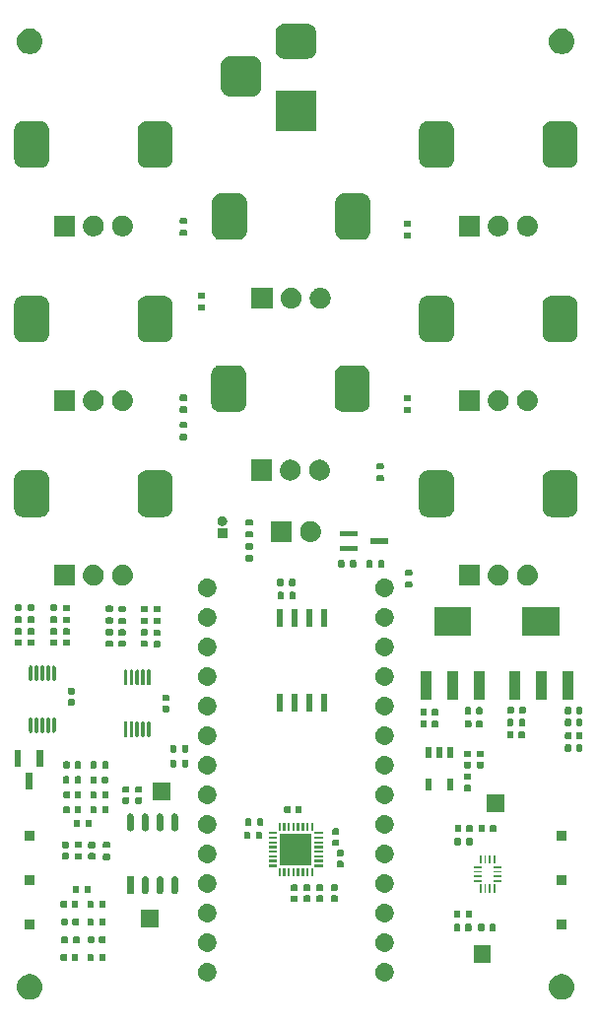
<source format=gbr>
%TF.GenerationSoftware,KiCad,Pcbnew,7.0.7*%
%TF.CreationDate,2023-12-31T15:53:54-05:00*%
%TF.ProjectId,TeenieWeenie,5465656e-6965-4576-9565-6e69652e6b69,rev?*%
%TF.SameCoordinates,Original*%
%TF.FileFunction,Soldermask,Top*%
%TF.FilePolarity,Negative*%
%FSLAX46Y46*%
G04 Gerber Fmt 4.6, Leading zero omitted, Abs format (unit mm)*
G04 Created by KiCad (PCBNEW 7.0.7) date 2023-12-31 15:53:54*
%MOMM*%
%LPD*%
G01*
G04 APERTURE LIST*
G04 APERTURE END LIST*
G36*
X2841029Y6138008D02*
G01*
X3030312Y6064680D01*
X3202898Y5957819D01*
X3352910Y5821065D01*
X3475239Y5659075D01*
X3565719Y5477366D01*
X3621270Y5282124D01*
X3640000Y5080000D01*
X3621270Y4877876D01*
X3565719Y4682634D01*
X3475239Y4500925D01*
X3352910Y4338935D01*
X3202898Y4202181D01*
X3030312Y4095320D01*
X2841029Y4021992D01*
X2641495Y3984692D01*
X2438505Y3984692D01*
X2238971Y4021992D01*
X2049688Y4095320D01*
X1877102Y4202181D01*
X1727090Y4338935D01*
X1604761Y4500925D01*
X1514281Y4682634D01*
X1458730Y4877876D01*
X1440000Y5080000D01*
X1458730Y5282124D01*
X1514281Y5477366D01*
X1604761Y5659075D01*
X1727090Y5821065D01*
X1877102Y5957819D01*
X2049688Y6064680D01*
X2238971Y6138008D01*
X2438505Y6175308D01*
X2641495Y6175308D01*
X2841029Y6138008D01*
G37*
G36*
X48561029Y6138008D02*
G01*
X48750312Y6064680D01*
X48922898Y5957819D01*
X49072910Y5821065D01*
X49195239Y5659075D01*
X49285719Y5477366D01*
X49341270Y5282124D01*
X49360000Y5080000D01*
X49341270Y4877876D01*
X49285719Y4682634D01*
X49195239Y4500925D01*
X49072910Y4338935D01*
X48922898Y4202181D01*
X48750312Y4095320D01*
X48561029Y4021992D01*
X48361495Y3984692D01*
X48158505Y3984692D01*
X47958971Y4021992D01*
X47769688Y4095320D01*
X47597102Y4202181D01*
X47447090Y4338935D01*
X47324761Y4500925D01*
X47234281Y4682634D01*
X47178730Y4877876D01*
X47160000Y5080000D01*
X47178730Y5282124D01*
X47234281Y5477366D01*
X47324761Y5659075D01*
X47447090Y5821065D01*
X47597102Y5957819D01*
X47769688Y6064680D01*
X47958971Y6138008D01*
X48158505Y6175308D01*
X48361495Y6175308D01*
X48561029Y6138008D01*
G37*
G36*
X17821367Y7145339D02*
G01*
X17863593Y7145339D01*
X17911228Y7135214D01*
X17958017Y7129942D01*
X17992039Y7118038D01*
X18027127Y7110579D01*
X18077695Y7088065D01*
X18127107Y7070775D01*
X18152823Y7054617D01*
X18179860Y7042579D01*
X18230275Y7005950D01*
X18278792Y6975465D01*
X18296214Y6958043D01*
X18315117Y6944309D01*
X18361844Y6892413D01*
X18405465Y6848792D01*
X18415499Y6832823D01*
X18426986Y6820065D01*
X18466285Y6751997D01*
X18500775Y6697107D01*
X18505080Y6684803D01*
X18510580Y6675277D01*
X18538740Y6588608D01*
X18559942Y6528017D01*
X18560746Y6520882D01*
X18562244Y6516271D01*
X18575820Y6387096D01*
X18580000Y6350000D01*
X18575819Y6312902D01*
X18562244Y6183730D01*
X18560746Y6179121D01*
X18559942Y6171983D01*
X18538736Y6111380D01*
X18510580Y6024724D01*
X18505081Y6015201D01*
X18500775Y6002893D01*
X18466278Y5947993D01*
X18426986Y5879936D01*
X18415501Y5867182D01*
X18405465Y5851208D01*
X18361835Y5807579D01*
X18315117Y5755692D01*
X18296218Y5741962D01*
X18278792Y5724535D01*
X18230265Y5694044D01*
X18179860Y5657422D01*
X18152829Y5645388D01*
X18127107Y5629225D01*
X18077685Y5611932D01*
X18027127Y5589422D01*
X17992045Y5581965D01*
X17958017Y5570058D01*
X17911225Y5564786D01*
X17863593Y5554661D01*
X17821367Y5554661D01*
X17780000Y5550000D01*
X17738633Y5554661D01*
X17696407Y5554661D01*
X17648774Y5564786D01*
X17601983Y5570058D01*
X17567955Y5581965D01*
X17532872Y5589422D01*
X17482309Y5611934D01*
X17432893Y5629225D01*
X17407173Y5645386D01*
X17380139Y5657422D01*
X17329726Y5694049D01*
X17281208Y5724535D01*
X17263784Y5741959D01*
X17244882Y5755692D01*
X17198154Y5807589D01*
X17154535Y5851208D01*
X17144500Y5867178D01*
X17133013Y5879936D01*
X17093709Y5948013D01*
X17059225Y6002893D01*
X17054919Y6015197D01*
X17049419Y6024724D01*
X17021249Y6111420D01*
X17000058Y6171983D01*
X16999254Y6179116D01*
X16997755Y6183730D01*
X16984165Y6313034D01*
X16980000Y6350000D01*
X16984164Y6386964D01*
X16997755Y6516271D01*
X16999254Y6520887D01*
X17000058Y6528017D01*
X17021245Y6588568D01*
X17049419Y6675277D01*
X17054920Y6684807D01*
X17059225Y6697107D01*
X17093701Y6751977D01*
X17133013Y6820065D01*
X17144502Y6832826D01*
X17154535Y6848792D01*
X17198145Y6892403D01*
X17244882Y6944309D01*
X17263787Y6958045D01*
X17281208Y6975465D01*
X17329721Y7005948D01*
X17380140Y7042579D01*
X17407176Y7054617D01*
X17432893Y7070775D01*
X17482301Y7088064D01*
X17532872Y7110579D01*
X17567961Y7118038D01*
X17601983Y7129942D01*
X17648771Y7135214D01*
X17696407Y7145339D01*
X17738633Y7145339D01*
X17780000Y7150000D01*
X17821367Y7145339D01*
G37*
G36*
X33061367Y7145339D02*
G01*
X33103593Y7145339D01*
X33151228Y7135214D01*
X33198017Y7129942D01*
X33232039Y7118038D01*
X33267127Y7110579D01*
X33317695Y7088065D01*
X33367107Y7070775D01*
X33392823Y7054617D01*
X33419860Y7042579D01*
X33470275Y7005950D01*
X33518792Y6975465D01*
X33536214Y6958043D01*
X33555117Y6944309D01*
X33601844Y6892413D01*
X33645465Y6848792D01*
X33655499Y6832823D01*
X33666986Y6820065D01*
X33706285Y6751997D01*
X33740775Y6697107D01*
X33745080Y6684803D01*
X33750580Y6675277D01*
X33778740Y6588608D01*
X33799942Y6528017D01*
X33800746Y6520882D01*
X33802244Y6516271D01*
X33815820Y6387096D01*
X33820000Y6350000D01*
X33815819Y6312902D01*
X33802244Y6183730D01*
X33800746Y6179121D01*
X33799942Y6171983D01*
X33778736Y6111380D01*
X33750580Y6024724D01*
X33745081Y6015201D01*
X33740775Y6002893D01*
X33706278Y5947993D01*
X33666986Y5879936D01*
X33655501Y5867182D01*
X33645465Y5851208D01*
X33601835Y5807579D01*
X33555117Y5755692D01*
X33536218Y5741962D01*
X33518792Y5724535D01*
X33470265Y5694044D01*
X33419860Y5657422D01*
X33392829Y5645388D01*
X33367107Y5629225D01*
X33317685Y5611932D01*
X33267127Y5589422D01*
X33232045Y5581965D01*
X33198017Y5570058D01*
X33151225Y5564786D01*
X33103593Y5554661D01*
X33061367Y5554661D01*
X33020000Y5550000D01*
X32978633Y5554661D01*
X32936407Y5554661D01*
X32888774Y5564786D01*
X32841983Y5570058D01*
X32807955Y5581965D01*
X32772872Y5589422D01*
X32722309Y5611934D01*
X32672893Y5629225D01*
X32647173Y5645386D01*
X32620139Y5657422D01*
X32569726Y5694049D01*
X32521208Y5724535D01*
X32503784Y5741959D01*
X32484882Y5755692D01*
X32438154Y5807589D01*
X32394535Y5851208D01*
X32384500Y5867178D01*
X32373013Y5879936D01*
X32333709Y5948013D01*
X32299225Y6002893D01*
X32294919Y6015197D01*
X32289419Y6024724D01*
X32261249Y6111420D01*
X32240058Y6171983D01*
X32239254Y6179116D01*
X32237755Y6183730D01*
X32224165Y6313034D01*
X32220000Y6350000D01*
X32224164Y6386964D01*
X32237755Y6516271D01*
X32239254Y6520887D01*
X32240058Y6528017D01*
X32261245Y6588568D01*
X32289419Y6675277D01*
X32294920Y6684807D01*
X32299225Y6697107D01*
X32333701Y6751977D01*
X32373013Y6820065D01*
X32384502Y6832826D01*
X32394535Y6848792D01*
X32438145Y6892403D01*
X32484882Y6944309D01*
X32503787Y6958045D01*
X32521208Y6975465D01*
X32569721Y7005948D01*
X32620140Y7042579D01*
X32647176Y7054617D01*
X32672893Y7070775D01*
X32722301Y7088064D01*
X32772872Y7110579D01*
X32807961Y7118038D01*
X32841983Y7129942D01*
X32888771Y7135214D01*
X32936407Y7145339D01*
X32978633Y7145339D01*
X33020000Y7150000D01*
X33061367Y7145339D01*
G37*
G36*
X42177400Y7174800D02*
G01*
X40677400Y7174800D01*
X40677400Y8674800D01*
X42177400Y8674800D01*
X42177400Y7174800D01*
G37*
G36*
X7931662Y7929724D02*
G01*
X7975459Y7900459D01*
X8004724Y7856662D01*
X8015000Y7805000D01*
X8015000Y7435000D01*
X8004724Y7383338D01*
X7975459Y7339541D01*
X7931662Y7310276D01*
X7880000Y7300000D01*
X7610000Y7300000D01*
X7558338Y7310276D01*
X7514541Y7339541D01*
X7485276Y7383338D01*
X7475000Y7435000D01*
X7475000Y7805000D01*
X7485276Y7856662D01*
X7514541Y7900459D01*
X7558338Y7929724D01*
X7610000Y7940000D01*
X7880000Y7940000D01*
X7931662Y7929724D01*
G37*
G36*
X8951662Y7929724D02*
G01*
X8995459Y7900459D01*
X9024724Y7856662D01*
X9035000Y7805000D01*
X9035000Y7435000D01*
X9024724Y7383338D01*
X8995459Y7339541D01*
X8951662Y7310276D01*
X8900000Y7300000D01*
X8630000Y7300000D01*
X8578338Y7310276D01*
X8534541Y7339541D01*
X8505276Y7383338D01*
X8495000Y7435000D01*
X8495000Y7805000D01*
X8505276Y7856662D01*
X8534541Y7900459D01*
X8578338Y7929724D01*
X8630000Y7940000D01*
X8900000Y7940000D01*
X8951662Y7929724D01*
G37*
G36*
X5656576Y7919343D02*
G01*
X5701995Y7888995D01*
X5732343Y7843576D01*
X5743000Y7790000D01*
X5743000Y7450000D01*
X5732343Y7396424D01*
X5701995Y7351005D01*
X5656576Y7320657D01*
X5603000Y7310000D01*
X5323000Y7310000D01*
X5269424Y7320657D01*
X5224005Y7351005D01*
X5193657Y7396424D01*
X5183000Y7450000D01*
X5183000Y7790000D01*
X5193657Y7843576D01*
X5224005Y7888995D01*
X5269424Y7919343D01*
X5323000Y7930000D01*
X5603000Y7930000D01*
X5656576Y7919343D01*
G37*
G36*
X6616576Y7919343D02*
G01*
X6661995Y7888995D01*
X6692343Y7843576D01*
X6703000Y7790000D01*
X6703000Y7450000D01*
X6692343Y7396424D01*
X6661995Y7351005D01*
X6616576Y7320657D01*
X6563000Y7310000D01*
X6283000Y7310000D01*
X6229424Y7320657D01*
X6184005Y7351005D01*
X6153657Y7396424D01*
X6143000Y7450000D01*
X6143000Y7790000D01*
X6153657Y7843576D01*
X6184005Y7888995D01*
X6229424Y7919343D01*
X6283000Y7930000D01*
X6563000Y7930000D01*
X6616576Y7919343D01*
G37*
G36*
X17821367Y9685339D02*
G01*
X17863593Y9685339D01*
X17911228Y9675214D01*
X17958017Y9669942D01*
X17992039Y9658038D01*
X18027127Y9650579D01*
X18077695Y9628065D01*
X18127107Y9610775D01*
X18152823Y9594617D01*
X18179860Y9582579D01*
X18230275Y9545950D01*
X18278792Y9515465D01*
X18296214Y9498043D01*
X18315117Y9484309D01*
X18361844Y9432413D01*
X18405465Y9388792D01*
X18415499Y9372823D01*
X18426986Y9360065D01*
X18466285Y9291997D01*
X18500775Y9237107D01*
X18505080Y9224803D01*
X18510580Y9215277D01*
X18538740Y9128608D01*
X18559942Y9068017D01*
X18560746Y9060882D01*
X18562244Y9056271D01*
X18575820Y8927096D01*
X18580000Y8890000D01*
X18575819Y8852902D01*
X18562244Y8723730D01*
X18560746Y8719121D01*
X18559942Y8711983D01*
X18538736Y8651380D01*
X18510580Y8564724D01*
X18505081Y8555201D01*
X18500775Y8542893D01*
X18466278Y8487993D01*
X18426986Y8419936D01*
X18415501Y8407182D01*
X18405465Y8391208D01*
X18361835Y8347579D01*
X18315117Y8295692D01*
X18296218Y8281962D01*
X18278792Y8264535D01*
X18230265Y8234044D01*
X18179860Y8197422D01*
X18152829Y8185388D01*
X18127107Y8169225D01*
X18077685Y8151932D01*
X18027127Y8129422D01*
X17992045Y8121965D01*
X17958017Y8110058D01*
X17911225Y8104786D01*
X17863593Y8094661D01*
X17821367Y8094661D01*
X17780000Y8090000D01*
X17738633Y8094661D01*
X17696407Y8094661D01*
X17648774Y8104786D01*
X17601983Y8110058D01*
X17567955Y8121965D01*
X17532872Y8129422D01*
X17482309Y8151934D01*
X17432893Y8169225D01*
X17407173Y8185386D01*
X17380139Y8197422D01*
X17329726Y8234049D01*
X17281208Y8264535D01*
X17263784Y8281959D01*
X17244882Y8295692D01*
X17198154Y8347589D01*
X17154535Y8391208D01*
X17144500Y8407178D01*
X17133013Y8419936D01*
X17093709Y8488013D01*
X17059225Y8542893D01*
X17054919Y8555197D01*
X17049419Y8564724D01*
X17021249Y8651420D01*
X17000058Y8711983D01*
X16999254Y8719116D01*
X16997755Y8723730D01*
X16984165Y8853034D01*
X16980000Y8890000D01*
X16984164Y8926964D01*
X16997755Y9056271D01*
X16999254Y9060887D01*
X17000058Y9068017D01*
X17021245Y9128568D01*
X17049419Y9215277D01*
X17054920Y9224807D01*
X17059225Y9237107D01*
X17093701Y9291977D01*
X17133013Y9360065D01*
X17144502Y9372826D01*
X17154535Y9388792D01*
X17198145Y9432403D01*
X17244882Y9484309D01*
X17263787Y9498045D01*
X17281208Y9515465D01*
X17329721Y9545948D01*
X17380140Y9582579D01*
X17407176Y9594617D01*
X17432893Y9610775D01*
X17482301Y9628064D01*
X17532872Y9650579D01*
X17567961Y9658038D01*
X17601983Y9669942D01*
X17648771Y9675214D01*
X17696407Y9685339D01*
X17738633Y9685339D01*
X17780000Y9690000D01*
X17821367Y9685339D01*
G37*
G36*
X33061367Y9685339D02*
G01*
X33103593Y9685339D01*
X33151228Y9675214D01*
X33198017Y9669942D01*
X33232039Y9658038D01*
X33267127Y9650579D01*
X33317695Y9628065D01*
X33367107Y9610775D01*
X33392823Y9594617D01*
X33419860Y9582579D01*
X33470275Y9545950D01*
X33518792Y9515465D01*
X33536214Y9498043D01*
X33555117Y9484309D01*
X33601844Y9432413D01*
X33645465Y9388792D01*
X33655499Y9372823D01*
X33666986Y9360065D01*
X33706285Y9291997D01*
X33740775Y9237107D01*
X33745080Y9224803D01*
X33750580Y9215277D01*
X33778740Y9128608D01*
X33799942Y9068017D01*
X33800746Y9060882D01*
X33802244Y9056271D01*
X33815820Y8927096D01*
X33820000Y8890000D01*
X33815819Y8852902D01*
X33802244Y8723730D01*
X33800746Y8719121D01*
X33799942Y8711983D01*
X33778736Y8651380D01*
X33750580Y8564724D01*
X33745081Y8555201D01*
X33740775Y8542893D01*
X33706278Y8487993D01*
X33666986Y8419936D01*
X33655501Y8407182D01*
X33645465Y8391208D01*
X33601835Y8347579D01*
X33555117Y8295692D01*
X33536218Y8281962D01*
X33518792Y8264535D01*
X33470265Y8234044D01*
X33419860Y8197422D01*
X33392829Y8185388D01*
X33367107Y8169225D01*
X33317685Y8151932D01*
X33267127Y8129422D01*
X33232045Y8121965D01*
X33198017Y8110058D01*
X33151225Y8104786D01*
X33103593Y8094661D01*
X33061367Y8094661D01*
X33020000Y8090000D01*
X32978633Y8094661D01*
X32936407Y8094661D01*
X32888774Y8104786D01*
X32841983Y8110058D01*
X32807955Y8121965D01*
X32772872Y8129422D01*
X32722309Y8151934D01*
X32672893Y8169225D01*
X32647173Y8185386D01*
X32620139Y8197422D01*
X32569726Y8234049D01*
X32521208Y8264535D01*
X32503784Y8281959D01*
X32484882Y8295692D01*
X32438154Y8347589D01*
X32394535Y8391208D01*
X32384500Y8407178D01*
X32373013Y8419936D01*
X32333709Y8488013D01*
X32299225Y8542893D01*
X32294919Y8555197D01*
X32289419Y8564724D01*
X32261249Y8651420D01*
X32240058Y8711983D01*
X32239254Y8719116D01*
X32237755Y8723730D01*
X32224165Y8853034D01*
X32220000Y8890000D01*
X32224164Y8926964D01*
X32237755Y9056271D01*
X32239254Y9060887D01*
X32240058Y9068017D01*
X32261245Y9128568D01*
X32289419Y9215277D01*
X32294920Y9224807D01*
X32299225Y9237107D01*
X32333701Y9291977D01*
X32373013Y9360065D01*
X32384502Y9372826D01*
X32394535Y9388792D01*
X32438145Y9432403D01*
X32484882Y9484309D01*
X32503787Y9498045D01*
X32521208Y9515465D01*
X32569721Y9545948D01*
X32620140Y9582579D01*
X32647176Y9594617D01*
X32672893Y9610775D01*
X32722301Y9628064D01*
X32772872Y9650579D01*
X32807961Y9658038D01*
X32841983Y9669942D01*
X32888771Y9675214D01*
X32936407Y9685339D01*
X32978633Y9685339D01*
X33020000Y9690000D01*
X33061367Y9685339D01*
G37*
G36*
X5707662Y9453724D02*
G01*
X5751459Y9424459D01*
X5780724Y9380662D01*
X5791000Y9329000D01*
X5791000Y8959000D01*
X5780724Y8907338D01*
X5751459Y8863541D01*
X5707662Y8834276D01*
X5656000Y8824000D01*
X5386000Y8824000D01*
X5334338Y8834276D01*
X5290541Y8863541D01*
X5261276Y8907338D01*
X5251000Y8959000D01*
X5251000Y9329000D01*
X5261276Y9380662D01*
X5290541Y9424459D01*
X5334338Y9453724D01*
X5386000Y9464000D01*
X5656000Y9464000D01*
X5707662Y9453724D01*
G37*
G36*
X6727662Y9453724D02*
G01*
X6771459Y9424459D01*
X6800724Y9380662D01*
X6811000Y9329000D01*
X6811000Y8959000D01*
X6800724Y8907338D01*
X6771459Y8863541D01*
X6727662Y8834276D01*
X6676000Y8824000D01*
X6406000Y8824000D01*
X6354338Y8834276D01*
X6310541Y8863541D01*
X6281276Y8907338D01*
X6271000Y8959000D01*
X6271000Y9329000D01*
X6281276Y9380662D01*
X6310541Y9424459D01*
X6354338Y9453724D01*
X6406000Y9464000D01*
X6676000Y9464000D01*
X6727662Y9453724D01*
G37*
G36*
X7998576Y9443343D02*
G01*
X8043995Y9412995D01*
X8074343Y9367576D01*
X8085000Y9314000D01*
X8085000Y8974000D01*
X8074343Y8920424D01*
X8043995Y8875005D01*
X7998576Y8844657D01*
X7945000Y8834000D01*
X7665000Y8834000D01*
X7611424Y8844657D01*
X7566005Y8875005D01*
X7535657Y8920424D01*
X7525000Y8974000D01*
X7525000Y9314000D01*
X7535657Y9367576D01*
X7566005Y9412995D01*
X7611424Y9443343D01*
X7665000Y9454000D01*
X7945000Y9454000D01*
X7998576Y9443343D01*
G37*
G36*
X8958576Y9443343D02*
G01*
X9003995Y9412995D01*
X9034343Y9367576D01*
X9045000Y9314000D01*
X9045000Y8974000D01*
X9034343Y8920424D01*
X9003995Y8875005D01*
X8958576Y8844657D01*
X8905000Y8834000D01*
X8625000Y8834000D01*
X8571424Y8844657D01*
X8526005Y8875005D01*
X8495657Y8920424D01*
X8485000Y8974000D01*
X8485000Y9314000D01*
X8495657Y9367576D01*
X8526005Y9412995D01*
X8571424Y9443343D01*
X8625000Y9454000D01*
X8905000Y9454000D01*
X8958576Y9443343D01*
G37*
G36*
X39454476Y10484743D02*
G01*
X39499895Y10454395D01*
X39530243Y10408976D01*
X39540900Y10355400D01*
X39540900Y10015400D01*
X39530243Y9961824D01*
X39499895Y9916405D01*
X39454476Y9886057D01*
X39400900Y9875400D01*
X39120900Y9875400D01*
X39067324Y9886057D01*
X39021905Y9916405D01*
X38991557Y9961824D01*
X38980900Y10015400D01*
X38980900Y10355400D01*
X38991557Y10408976D01*
X39021905Y10454395D01*
X39067324Y10484743D01*
X39120900Y10495400D01*
X39400900Y10495400D01*
X39454476Y10484743D01*
G37*
G36*
X40414476Y10484743D02*
G01*
X40459895Y10454395D01*
X40490243Y10408976D01*
X40500900Y10355400D01*
X40500900Y10015400D01*
X40490243Y9961824D01*
X40459895Y9916405D01*
X40414476Y9886057D01*
X40360900Y9875400D01*
X40080900Y9875400D01*
X40027324Y9886057D01*
X39981905Y9916405D01*
X39951557Y9961824D01*
X39940900Y10015400D01*
X39940900Y10355400D01*
X39951557Y10408976D01*
X39981905Y10454395D01*
X40027324Y10484743D01*
X40080900Y10495400D01*
X40360900Y10495400D01*
X40414476Y10484743D01*
G37*
G36*
X41542476Y10484743D02*
G01*
X41587895Y10454395D01*
X41618243Y10408976D01*
X41628900Y10355400D01*
X41628900Y10015400D01*
X41618243Y9961824D01*
X41587895Y9916405D01*
X41542476Y9886057D01*
X41488900Y9875400D01*
X41208900Y9875400D01*
X41155324Y9886057D01*
X41109905Y9916405D01*
X41079557Y9961824D01*
X41068900Y10015400D01*
X41068900Y10355400D01*
X41079557Y10408976D01*
X41109905Y10454395D01*
X41155324Y10484743D01*
X41208900Y10495400D01*
X41488900Y10495400D01*
X41542476Y10484743D01*
G37*
G36*
X42502476Y10484743D02*
G01*
X42547895Y10454395D01*
X42578243Y10408976D01*
X42588900Y10355400D01*
X42588900Y10015400D01*
X42578243Y9961824D01*
X42547895Y9916405D01*
X42502476Y9886057D01*
X42448900Y9875400D01*
X42168900Y9875400D01*
X42115324Y9886057D01*
X42069905Y9916405D01*
X42039557Y9961824D01*
X42028900Y10015400D01*
X42028900Y10355400D01*
X42039557Y10408976D01*
X42069905Y10454395D01*
X42115324Y10484743D01*
X42168900Y10495400D01*
X42448900Y10495400D01*
X42502476Y10484743D01*
G37*
G36*
X2965000Y9989000D02*
G01*
X2115000Y9989000D01*
X2115000Y10839000D01*
X2965000Y10839000D01*
X2965000Y9989000D01*
G37*
G36*
X48685000Y9989000D02*
G01*
X47835000Y9989000D01*
X47835000Y10839000D01*
X48685000Y10839000D01*
X48685000Y9989000D01*
G37*
G36*
X13579000Y10172000D02*
G01*
X12079000Y10172000D01*
X12079000Y11672000D01*
X13579000Y11672000D01*
X13579000Y10172000D01*
G37*
G36*
X7931662Y10977724D02*
G01*
X7975459Y10948459D01*
X8004724Y10904662D01*
X8015000Y10853000D01*
X8015000Y10483000D01*
X8004724Y10431338D01*
X7975459Y10387541D01*
X7931662Y10358276D01*
X7880000Y10348000D01*
X7610000Y10348000D01*
X7558338Y10358276D01*
X7514541Y10387541D01*
X7485276Y10431338D01*
X7475000Y10483000D01*
X7475000Y10853000D01*
X7485276Y10904662D01*
X7514541Y10948459D01*
X7558338Y10977724D01*
X7610000Y10988000D01*
X7880000Y10988000D01*
X7931662Y10977724D01*
G37*
G36*
X8951662Y10977724D02*
G01*
X8995459Y10948459D01*
X9024724Y10904662D01*
X9035000Y10853000D01*
X9035000Y10483000D01*
X9024724Y10431338D01*
X8995459Y10387541D01*
X8951662Y10358276D01*
X8900000Y10348000D01*
X8630000Y10348000D01*
X8578338Y10358276D01*
X8534541Y10387541D01*
X8505276Y10431338D01*
X8495000Y10483000D01*
X8495000Y10853000D01*
X8505276Y10904662D01*
X8534541Y10948459D01*
X8578338Y10977724D01*
X8630000Y10988000D01*
X8900000Y10988000D01*
X8951662Y10977724D01*
G37*
G36*
X5712576Y10967343D02*
G01*
X5757995Y10936995D01*
X5788343Y10891576D01*
X5799000Y10838000D01*
X5799000Y10498000D01*
X5788343Y10444424D01*
X5757995Y10399005D01*
X5712576Y10368657D01*
X5659000Y10358000D01*
X5379000Y10358000D01*
X5325424Y10368657D01*
X5280005Y10399005D01*
X5249657Y10444424D01*
X5239000Y10498000D01*
X5239000Y10838000D01*
X5249657Y10891576D01*
X5280005Y10936995D01*
X5325424Y10967343D01*
X5379000Y10978000D01*
X5659000Y10978000D01*
X5712576Y10967343D01*
G37*
G36*
X6672576Y10967343D02*
G01*
X6717995Y10936995D01*
X6748343Y10891576D01*
X6759000Y10838000D01*
X6759000Y10498000D01*
X6748343Y10444424D01*
X6717995Y10399005D01*
X6672576Y10368657D01*
X6619000Y10358000D01*
X6339000Y10358000D01*
X6285424Y10368657D01*
X6240005Y10399005D01*
X6209657Y10444424D01*
X6199000Y10498000D01*
X6199000Y10838000D01*
X6209657Y10891576D01*
X6240005Y10936995D01*
X6285424Y10967343D01*
X6339000Y10978000D01*
X6619000Y10978000D01*
X6672576Y10967343D01*
G37*
G36*
X17821367Y12225339D02*
G01*
X17863593Y12225339D01*
X17911228Y12215214D01*
X17958017Y12209942D01*
X17992039Y12198038D01*
X18027127Y12190579D01*
X18077695Y12168065D01*
X18127107Y12150775D01*
X18152823Y12134617D01*
X18179860Y12122579D01*
X18230275Y12085950D01*
X18278792Y12055465D01*
X18296214Y12038043D01*
X18315117Y12024309D01*
X18361844Y11972413D01*
X18405465Y11928792D01*
X18415499Y11912823D01*
X18426986Y11900065D01*
X18466285Y11831997D01*
X18500775Y11777107D01*
X18505080Y11764803D01*
X18510580Y11755277D01*
X18538740Y11668608D01*
X18559942Y11608017D01*
X18560746Y11600882D01*
X18562244Y11596271D01*
X18575820Y11467096D01*
X18580000Y11430000D01*
X18575819Y11392902D01*
X18562244Y11263730D01*
X18560746Y11259121D01*
X18559942Y11251983D01*
X18538736Y11191380D01*
X18510580Y11104724D01*
X18505081Y11095201D01*
X18500775Y11082893D01*
X18466278Y11027993D01*
X18426986Y10959936D01*
X18415501Y10947182D01*
X18405465Y10931208D01*
X18361835Y10887579D01*
X18315117Y10835692D01*
X18296218Y10821962D01*
X18278792Y10804535D01*
X18230265Y10774044D01*
X18179860Y10737422D01*
X18152829Y10725388D01*
X18127107Y10709225D01*
X18077685Y10691932D01*
X18027127Y10669422D01*
X17992045Y10661965D01*
X17958017Y10650058D01*
X17911225Y10644786D01*
X17863593Y10634661D01*
X17821367Y10634661D01*
X17780000Y10630000D01*
X17738633Y10634661D01*
X17696407Y10634661D01*
X17648774Y10644786D01*
X17601983Y10650058D01*
X17567955Y10661965D01*
X17532872Y10669422D01*
X17482309Y10691934D01*
X17432893Y10709225D01*
X17407173Y10725386D01*
X17380139Y10737422D01*
X17329726Y10774049D01*
X17281208Y10804535D01*
X17263784Y10821959D01*
X17244882Y10835692D01*
X17198154Y10887589D01*
X17154535Y10931208D01*
X17144500Y10947178D01*
X17133013Y10959936D01*
X17093709Y11028013D01*
X17059225Y11082893D01*
X17054919Y11095197D01*
X17049419Y11104724D01*
X17021249Y11191420D01*
X17000058Y11251983D01*
X16999254Y11259116D01*
X16997755Y11263730D01*
X16984165Y11393034D01*
X16980000Y11430000D01*
X16984164Y11466964D01*
X16997755Y11596271D01*
X16999254Y11600887D01*
X17000058Y11608017D01*
X17021245Y11668568D01*
X17049419Y11755277D01*
X17054920Y11764807D01*
X17059225Y11777107D01*
X17093701Y11831977D01*
X17133013Y11900065D01*
X17144502Y11912826D01*
X17154535Y11928792D01*
X17198145Y11972403D01*
X17244882Y12024309D01*
X17263787Y12038045D01*
X17281208Y12055465D01*
X17329721Y12085948D01*
X17380140Y12122579D01*
X17407176Y12134617D01*
X17432893Y12150775D01*
X17482301Y12168064D01*
X17532872Y12190579D01*
X17567961Y12198038D01*
X17601983Y12209942D01*
X17648771Y12215214D01*
X17696407Y12225339D01*
X17738633Y12225339D01*
X17780000Y12230000D01*
X17821367Y12225339D01*
G37*
G36*
X33061367Y12225339D02*
G01*
X33103593Y12225339D01*
X33151228Y12215214D01*
X33198017Y12209942D01*
X33232039Y12198038D01*
X33267127Y12190579D01*
X33317695Y12168065D01*
X33367107Y12150775D01*
X33392823Y12134617D01*
X33419860Y12122579D01*
X33470275Y12085950D01*
X33518792Y12055465D01*
X33536214Y12038043D01*
X33555117Y12024309D01*
X33601844Y11972413D01*
X33645465Y11928792D01*
X33655499Y11912823D01*
X33666986Y11900065D01*
X33706285Y11831997D01*
X33740775Y11777107D01*
X33745080Y11764803D01*
X33750580Y11755277D01*
X33778740Y11668608D01*
X33799942Y11608017D01*
X33800746Y11600882D01*
X33802244Y11596271D01*
X33815820Y11467096D01*
X33820000Y11430000D01*
X33815819Y11392902D01*
X33802244Y11263730D01*
X33800746Y11259121D01*
X33799942Y11251983D01*
X33778736Y11191380D01*
X33750580Y11104724D01*
X33745081Y11095201D01*
X33740775Y11082893D01*
X33706278Y11027993D01*
X33666986Y10959936D01*
X33655501Y10947182D01*
X33645465Y10931208D01*
X33601835Y10887579D01*
X33555117Y10835692D01*
X33536218Y10821962D01*
X33518792Y10804535D01*
X33470265Y10774044D01*
X33419860Y10737422D01*
X33392829Y10725388D01*
X33367107Y10709225D01*
X33317685Y10691932D01*
X33267127Y10669422D01*
X33232045Y10661965D01*
X33198017Y10650058D01*
X33151225Y10644786D01*
X33103593Y10634661D01*
X33061367Y10634661D01*
X33020000Y10630000D01*
X32978633Y10634661D01*
X32936407Y10634661D01*
X32888774Y10644786D01*
X32841983Y10650058D01*
X32807955Y10661965D01*
X32772872Y10669422D01*
X32722309Y10691934D01*
X32672893Y10709225D01*
X32647173Y10725386D01*
X32620139Y10737422D01*
X32569726Y10774049D01*
X32521208Y10804535D01*
X32503784Y10821959D01*
X32484882Y10835692D01*
X32438154Y10887589D01*
X32394535Y10931208D01*
X32384500Y10947178D01*
X32373013Y10959936D01*
X32333709Y11028013D01*
X32299225Y11082893D01*
X32294919Y11095197D01*
X32289419Y11104724D01*
X32261249Y11191420D01*
X32240058Y11251983D01*
X32239254Y11259116D01*
X32237755Y11263730D01*
X32224165Y11393034D01*
X32220000Y11430000D01*
X32224164Y11466964D01*
X32237755Y11596271D01*
X32239254Y11600887D01*
X32240058Y11608017D01*
X32261245Y11668568D01*
X32289419Y11755277D01*
X32294920Y11764807D01*
X32299225Y11777107D01*
X32333701Y11831977D01*
X32373013Y11900065D01*
X32384502Y11912826D01*
X32394535Y11928792D01*
X32438145Y11972403D01*
X32484882Y12024309D01*
X32503787Y12038045D01*
X32521208Y12055465D01*
X32569721Y12085948D01*
X32620140Y12122579D01*
X32647176Y12134617D01*
X32672893Y12150775D01*
X32722301Y12168064D01*
X32772872Y12190579D01*
X32807961Y12198038D01*
X32841983Y12209942D01*
X32888771Y12215214D01*
X32936407Y12225339D01*
X32978633Y12225339D01*
X33020000Y12230000D01*
X33061367Y12225339D01*
G37*
G36*
X39447562Y11638124D02*
G01*
X39491359Y11608859D01*
X39520624Y11565062D01*
X39530900Y11513400D01*
X39530900Y11143400D01*
X39520624Y11091738D01*
X39491359Y11047941D01*
X39447562Y11018676D01*
X39395900Y11008400D01*
X39125900Y11008400D01*
X39074238Y11018676D01*
X39030441Y11047941D01*
X39001176Y11091738D01*
X38990900Y11143400D01*
X38990900Y11513400D01*
X39001176Y11565062D01*
X39030441Y11608859D01*
X39074238Y11638124D01*
X39125900Y11648400D01*
X39395900Y11648400D01*
X39447562Y11638124D01*
G37*
G36*
X40467562Y11638124D02*
G01*
X40511359Y11608859D01*
X40540624Y11565062D01*
X40550900Y11513400D01*
X40550900Y11143400D01*
X40540624Y11091738D01*
X40511359Y11047941D01*
X40467562Y11018676D01*
X40415900Y11008400D01*
X40145900Y11008400D01*
X40094238Y11018676D01*
X40050441Y11047941D01*
X40021176Y11091738D01*
X40010900Y11143400D01*
X40010900Y11513400D01*
X40021176Y11565062D01*
X40050441Y11608859D01*
X40094238Y11638124D01*
X40145900Y11648400D01*
X40415900Y11648400D01*
X40467562Y11638124D01*
G37*
G36*
X7931662Y12501724D02*
G01*
X7975459Y12472459D01*
X8004724Y12428662D01*
X8015000Y12377000D01*
X8015000Y12007000D01*
X8004724Y11955338D01*
X7975459Y11911541D01*
X7931662Y11882276D01*
X7880000Y11872000D01*
X7610000Y11872000D01*
X7558338Y11882276D01*
X7514541Y11911541D01*
X7485276Y11955338D01*
X7475000Y12007000D01*
X7475000Y12377000D01*
X7485276Y12428662D01*
X7514541Y12472459D01*
X7558338Y12501724D01*
X7610000Y12512000D01*
X7880000Y12512000D01*
X7931662Y12501724D01*
G37*
G36*
X8951662Y12501724D02*
G01*
X8995459Y12472459D01*
X9024724Y12428662D01*
X9035000Y12377000D01*
X9035000Y12007000D01*
X9024724Y11955338D01*
X8995459Y11911541D01*
X8951662Y11882276D01*
X8900000Y11872000D01*
X8630000Y11872000D01*
X8578338Y11882276D01*
X8534541Y11911541D01*
X8505276Y11955338D01*
X8495000Y12007000D01*
X8495000Y12377000D01*
X8505276Y12428662D01*
X8534541Y12472459D01*
X8578338Y12501724D01*
X8630000Y12512000D01*
X8900000Y12512000D01*
X8951662Y12501724D01*
G37*
G36*
X5656576Y12491343D02*
G01*
X5701995Y12460995D01*
X5732343Y12415576D01*
X5743000Y12362000D01*
X5743000Y12022000D01*
X5732343Y11968424D01*
X5701995Y11923005D01*
X5656576Y11892657D01*
X5603000Y11882000D01*
X5323000Y11882000D01*
X5269424Y11892657D01*
X5224005Y11923005D01*
X5193657Y11968424D01*
X5183000Y12022000D01*
X5183000Y12362000D01*
X5193657Y12415576D01*
X5224005Y12460995D01*
X5269424Y12491343D01*
X5323000Y12502000D01*
X5603000Y12502000D01*
X5656576Y12491343D01*
G37*
G36*
X6616576Y12491343D02*
G01*
X6661995Y12460995D01*
X6692343Y12415576D01*
X6703000Y12362000D01*
X6703000Y12022000D01*
X6692343Y11968424D01*
X6661995Y11923005D01*
X6616576Y11892657D01*
X6563000Y11882000D01*
X6283000Y11882000D01*
X6229424Y11892657D01*
X6184005Y11923005D01*
X6153657Y11968424D01*
X6143000Y12022000D01*
X6143000Y12362000D01*
X6153657Y12415576D01*
X6184005Y12460995D01*
X6229424Y12491343D01*
X6283000Y12502000D01*
X6563000Y12502000D01*
X6616576Y12491343D01*
G37*
G36*
X25479376Y12900343D02*
G01*
X25524795Y12869995D01*
X25555143Y12824576D01*
X25565800Y12771000D01*
X25565800Y12491000D01*
X25555143Y12437424D01*
X25524795Y12392005D01*
X25479376Y12361657D01*
X25425800Y12351000D01*
X25085800Y12351000D01*
X25032224Y12361657D01*
X24986805Y12392005D01*
X24956457Y12437424D01*
X24945800Y12491000D01*
X24945800Y12771000D01*
X24956457Y12824576D01*
X24986805Y12869995D01*
X25032224Y12900343D01*
X25085800Y12911000D01*
X25425800Y12911000D01*
X25479376Y12900343D01*
G37*
G36*
X26579376Y12932542D02*
G01*
X26624795Y12902194D01*
X26655143Y12856775D01*
X26665800Y12803199D01*
X26665800Y12523199D01*
X26655143Y12469623D01*
X26624795Y12424204D01*
X26579376Y12393856D01*
X26525800Y12383199D01*
X26185800Y12383199D01*
X26132224Y12393856D01*
X26086805Y12424204D01*
X26056457Y12469623D01*
X26045800Y12523199D01*
X26045800Y12803199D01*
X26056457Y12856775D01*
X26086805Y12902194D01*
X26132224Y12932542D01*
X26185800Y12943199D01*
X26525800Y12943199D01*
X26579376Y12932542D01*
G37*
G36*
X27679376Y12932542D02*
G01*
X27724795Y12902194D01*
X27755143Y12856775D01*
X27765800Y12803199D01*
X27765800Y12523199D01*
X27755143Y12469623D01*
X27724795Y12424204D01*
X27679376Y12393856D01*
X27625800Y12383199D01*
X27285800Y12383199D01*
X27232224Y12393856D01*
X27186805Y12424204D01*
X27156457Y12469623D01*
X27145800Y12523199D01*
X27145800Y12803199D01*
X27156457Y12856775D01*
X27186805Y12902194D01*
X27232224Y12932542D01*
X27285800Y12943199D01*
X27625800Y12943199D01*
X27679376Y12932542D01*
G37*
G36*
X28923576Y12932542D02*
G01*
X28968995Y12902194D01*
X28999343Y12856775D01*
X29010000Y12803199D01*
X29010000Y12523199D01*
X28999343Y12469623D01*
X28968995Y12424204D01*
X28923576Y12393856D01*
X28870000Y12383199D01*
X28530000Y12383199D01*
X28476424Y12393856D01*
X28431005Y12424204D01*
X28400657Y12469623D01*
X28390000Y12523199D01*
X28390000Y12803199D01*
X28400657Y12856775D01*
X28431005Y12902194D01*
X28476424Y12932542D01*
X28530000Y12943199D01*
X28870000Y12943199D01*
X28923576Y12932542D01*
G37*
G36*
X11476000Y13035000D02*
G01*
X10876000Y13035000D01*
X10876000Y14585000D01*
X11476000Y14585000D01*
X11476000Y13035000D01*
G37*
G36*
X12497415Y14576967D02*
G01*
X12519475Y14575139D01*
X12548339Y14562479D01*
X12579722Y14553549D01*
X12595002Y14542011D01*
X12609700Y14535563D01*
X12637826Y14509671D01*
X12667703Y14487109D01*
X12674818Y14475618D01*
X12682188Y14468833D01*
X12704176Y14428203D01*
X12725742Y14393372D01*
X12727175Y14385703D01*
X12729081Y14382182D01*
X12739456Y14320006D01*
X12746000Y14285000D01*
X12746000Y13335000D01*
X12744347Y13317168D01*
X12741911Y13287765D01*
X12741516Y13286617D01*
X12740892Y13279875D01*
X12726051Y13241568D01*
X12709224Y13192550D01*
X12704919Y13187020D01*
X12701065Y13177070D01*
X12674461Y13147888D01*
X12648708Y13114800D01*
X12637802Y13107676D01*
X12626790Y13095595D01*
X12595349Y13079940D01*
X12566226Y13060912D01*
X12547733Y13056229D01*
X12528099Y13046452D01*
X12498180Y13043680D01*
X12470718Y13036725D01*
X12445592Y13038808D01*
X12418319Y13036280D01*
X12394579Y13043035D01*
X12372524Y13044862D01*
X12343664Y13057521D01*
X12312278Y13066451D01*
X12296996Y13077992D01*
X12282299Y13084438D01*
X12254173Y13110330D01*
X12224297Y13132891D01*
X12217181Y13144383D01*
X12209811Y13151168D01*
X12187820Y13191804D01*
X12166258Y13226628D01*
X12164824Y13234296D01*
X12162918Y13237819D01*
X12152541Y13300006D01*
X12146000Y13335000D01*
X12146000Y14285000D01*
X12147647Y14302783D01*
X12150088Y14332236D01*
X12150483Y14333390D01*
X12151108Y14340125D01*
X12165936Y14378403D01*
X12182775Y14427451D01*
X12187082Y14432985D01*
X12190935Y14442930D01*
X12217526Y14472100D01*
X12243291Y14505201D01*
X12254201Y14512329D01*
X12265210Y14524405D01*
X12296639Y14540056D01*
X12325773Y14559089D01*
X12344272Y14563774D01*
X12363901Y14573548D01*
X12393811Y14576320D01*
X12421281Y14583276D01*
X12446412Y14581194D01*
X12473681Y14583720D01*
X12497415Y14576967D01*
G37*
G36*
X13767415Y14576967D02*
G01*
X13789475Y14575139D01*
X13818339Y14562479D01*
X13849722Y14553549D01*
X13865002Y14542011D01*
X13879700Y14535563D01*
X13907826Y14509671D01*
X13937703Y14487109D01*
X13944818Y14475618D01*
X13952188Y14468833D01*
X13974176Y14428203D01*
X13995742Y14393372D01*
X13997175Y14385703D01*
X13999081Y14382182D01*
X14009456Y14320006D01*
X14016000Y14285000D01*
X14016000Y13335000D01*
X14014347Y13317168D01*
X14011911Y13287765D01*
X14011516Y13286617D01*
X14010892Y13279875D01*
X13996051Y13241568D01*
X13979224Y13192550D01*
X13974919Y13187020D01*
X13971065Y13177070D01*
X13944461Y13147888D01*
X13918708Y13114800D01*
X13907802Y13107676D01*
X13896790Y13095595D01*
X13865349Y13079940D01*
X13836226Y13060912D01*
X13817733Y13056229D01*
X13798099Y13046452D01*
X13768180Y13043680D01*
X13740718Y13036725D01*
X13715592Y13038808D01*
X13688319Y13036280D01*
X13664579Y13043035D01*
X13642524Y13044862D01*
X13613664Y13057521D01*
X13582278Y13066451D01*
X13566996Y13077992D01*
X13552299Y13084438D01*
X13524173Y13110330D01*
X13494297Y13132891D01*
X13487181Y13144383D01*
X13479811Y13151168D01*
X13457820Y13191804D01*
X13436258Y13226628D01*
X13434824Y13234296D01*
X13432918Y13237819D01*
X13422541Y13300006D01*
X13416000Y13335000D01*
X13416000Y14285000D01*
X13417647Y14302783D01*
X13420088Y14332236D01*
X13420483Y14333390D01*
X13421108Y14340125D01*
X13435936Y14378403D01*
X13452775Y14427451D01*
X13457082Y14432985D01*
X13460935Y14442930D01*
X13487526Y14472100D01*
X13513291Y14505201D01*
X13524201Y14512329D01*
X13535210Y14524405D01*
X13566639Y14540056D01*
X13595773Y14559089D01*
X13614272Y14563774D01*
X13633901Y14573548D01*
X13663811Y14576320D01*
X13691281Y14583276D01*
X13716412Y14581194D01*
X13743681Y14583720D01*
X13767415Y14576967D01*
G37*
G36*
X15037415Y14576967D02*
G01*
X15059475Y14575139D01*
X15088339Y14562479D01*
X15119722Y14553549D01*
X15135002Y14542011D01*
X15149700Y14535563D01*
X15177826Y14509671D01*
X15207703Y14487109D01*
X15214818Y14475618D01*
X15222188Y14468833D01*
X15244176Y14428203D01*
X15265742Y14393372D01*
X15267175Y14385703D01*
X15269081Y14382182D01*
X15279456Y14320006D01*
X15286000Y14285000D01*
X15286000Y13335000D01*
X15284347Y13317168D01*
X15281911Y13287765D01*
X15281516Y13286617D01*
X15280892Y13279875D01*
X15266051Y13241568D01*
X15249224Y13192550D01*
X15244919Y13187020D01*
X15241065Y13177070D01*
X15214461Y13147888D01*
X15188708Y13114800D01*
X15177802Y13107676D01*
X15166790Y13095595D01*
X15135349Y13079940D01*
X15106226Y13060912D01*
X15087733Y13056229D01*
X15068099Y13046452D01*
X15038180Y13043680D01*
X15010718Y13036725D01*
X14985592Y13038808D01*
X14958319Y13036280D01*
X14934579Y13043035D01*
X14912524Y13044862D01*
X14883664Y13057521D01*
X14852278Y13066451D01*
X14836996Y13077992D01*
X14822299Y13084438D01*
X14794173Y13110330D01*
X14764297Y13132891D01*
X14757181Y13144383D01*
X14749811Y13151168D01*
X14727820Y13191804D01*
X14706258Y13226628D01*
X14704824Y13234296D01*
X14702918Y13237819D01*
X14692541Y13300006D01*
X14686000Y13335000D01*
X14686000Y14285000D01*
X14687647Y14302783D01*
X14690088Y14332236D01*
X14690483Y14333390D01*
X14691108Y14340125D01*
X14705936Y14378403D01*
X14722775Y14427451D01*
X14727082Y14432985D01*
X14730935Y14442930D01*
X14757526Y14472100D01*
X14783291Y14505201D01*
X14794201Y14512329D01*
X14805210Y14524405D01*
X14836639Y14540056D01*
X14865773Y14559089D01*
X14884272Y14563774D01*
X14903901Y14573548D01*
X14933811Y14576320D01*
X14961281Y14583276D01*
X14986412Y14581194D01*
X15013681Y14583720D01*
X15037415Y14576967D01*
G37*
G36*
X6665662Y13771724D02*
G01*
X6709459Y13742459D01*
X6738724Y13698662D01*
X6749000Y13647000D01*
X6749000Y13277000D01*
X6738724Y13225338D01*
X6709459Y13181541D01*
X6665662Y13152276D01*
X6614000Y13142000D01*
X6344000Y13142000D01*
X6292338Y13152276D01*
X6248541Y13181541D01*
X6219276Y13225338D01*
X6209000Y13277000D01*
X6209000Y13647000D01*
X6219276Y13698662D01*
X6248541Y13742459D01*
X6292338Y13771724D01*
X6344000Y13782000D01*
X6614000Y13782000D01*
X6665662Y13771724D01*
G37*
G36*
X7685662Y13771724D02*
G01*
X7729459Y13742459D01*
X7758724Y13698662D01*
X7769000Y13647000D01*
X7769000Y13277000D01*
X7758724Y13225338D01*
X7729459Y13181541D01*
X7685662Y13152276D01*
X7634000Y13142000D01*
X7364000Y13142000D01*
X7312338Y13152276D01*
X7268541Y13181541D01*
X7239276Y13225338D01*
X7229000Y13277000D01*
X7229000Y13647000D01*
X7239276Y13698662D01*
X7268541Y13742459D01*
X7312338Y13771724D01*
X7364000Y13782000D01*
X7634000Y13782000D01*
X7685662Y13771724D01*
G37*
G36*
X41348101Y13166801D02*
G01*
X41195701Y13166801D01*
X41195701Y13878001D01*
X41348101Y13878001D01*
X41348101Y13166801D01*
G37*
G36*
X41748100Y13166801D02*
G01*
X41595700Y13166801D01*
X41595700Y13878001D01*
X41748100Y13878001D01*
X41748100Y13166801D01*
G37*
G36*
X42148100Y13166801D02*
G01*
X41995700Y13166801D01*
X41995700Y13878001D01*
X42148100Y13878001D01*
X42148100Y13166801D01*
G37*
G36*
X42548099Y13166801D02*
G01*
X42395699Y13166801D01*
X42395699Y13878001D01*
X42548099Y13878001D01*
X42548099Y13166801D01*
G37*
G36*
X17821367Y14765339D02*
G01*
X17863593Y14765339D01*
X17911228Y14755214D01*
X17958017Y14749942D01*
X17992039Y14738038D01*
X18027127Y14730579D01*
X18077695Y14708065D01*
X18127107Y14690775D01*
X18152823Y14674617D01*
X18179860Y14662579D01*
X18230275Y14625950D01*
X18278792Y14595465D01*
X18296214Y14578043D01*
X18315117Y14564309D01*
X18361844Y14512413D01*
X18405465Y14468792D01*
X18415499Y14452823D01*
X18426986Y14440065D01*
X18466285Y14371997D01*
X18500775Y14317107D01*
X18505080Y14304803D01*
X18510580Y14295277D01*
X18538740Y14208608D01*
X18559942Y14148017D01*
X18560746Y14140882D01*
X18562244Y14136271D01*
X18575820Y14007096D01*
X18580000Y13970000D01*
X18575819Y13932902D01*
X18562244Y13803730D01*
X18560746Y13799121D01*
X18559942Y13791983D01*
X18538736Y13731380D01*
X18510580Y13644724D01*
X18505081Y13635201D01*
X18500775Y13622893D01*
X18466278Y13567993D01*
X18426986Y13499936D01*
X18415501Y13487182D01*
X18405465Y13471208D01*
X18361835Y13427579D01*
X18315117Y13375692D01*
X18296218Y13361962D01*
X18278792Y13344535D01*
X18230265Y13314044D01*
X18179860Y13277422D01*
X18152829Y13265388D01*
X18127107Y13249225D01*
X18077685Y13231932D01*
X18027127Y13209422D01*
X17992045Y13201965D01*
X17958017Y13190058D01*
X17911225Y13184786D01*
X17863593Y13174661D01*
X17821367Y13174661D01*
X17780000Y13170000D01*
X17738633Y13174661D01*
X17696407Y13174661D01*
X17648774Y13184786D01*
X17601983Y13190058D01*
X17567955Y13201965D01*
X17532872Y13209422D01*
X17482309Y13231934D01*
X17432893Y13249225D01*
X17407173Y13265386D01*
X17380139Y13277422D01*
X17329726Y13314049D01*
X17281208Y13344535D01*
X17263784Y13361959D01*
X17244882Y13375692D01*
X17198154Y13427589D01*
X17154535Y13471208D01*
X17144500Y13487178D01*
X17133013Y13499936D01*
X17093709Y13568013D01*
X17059225Y13622893D01*
X17054919Y13635197D01*
X17049419Y13644724D01*
X17021249Y13731420D01*
X17000058Y13791983D01*
X16999254Y13799116D01*
X16997755Y13803730D01*
X16984165Y13933034D01*
X16980000Y13970000D01*
X16984164Y14006964D01*
X16997755Y14136271D01*
X16999254Y14140887D01*
X17000058Y14148017D01*
X17021245Y14208568D01*
X17049419Y14295277D01*
X17054920Y14304807D01*
X17059225Y14317107D01*
X17093701Y14371977D01*
X17133013Y14440065D01*
X17144502Y14452826D01*
X17154535Y14468792D01*
X17198145Y14512403D01*
X17244882Y14564309D01*
X17263787Y14578045D01*
X17281208Y14595465D01*
X17329721Y14625948D01*
X17380140Y14662579D01*
X17407176Y14674617D01*
X17432893Y14690775D01*
X17482301Y14708064D01*
X17532872Y14730579D01*
X17567961Y14738038D01*
X17601983Y14749942D01*
X17648771Y14755214D01*
X17696407Y14765339D01*
X17738633Y14765339D01*
X17780000Y14770000D01*
X17821367Y14765339D01*
G37*
G36*
X33061367Y14765339D02*
G01*
X33103593Y14765339D01*
X33151228Y14755214D01*
X33198017Y14749942D01*
X33232039Y14738038D01*
X33267127Y14730579D01*
X33317695Y14708065D01*
X33367107Y14690775D01*
X33392823Y14674617D01*
X33419860Y14662579D01*
X33470275Y14625950D01*
X33518792Y14595465D01*
X33536214Y14578043D01*
X33555117Y14564309D01*
X33601844Y14512413D01*
X33645465Y14468792D01*
X33655499Y14452823D01*
X33666986Y14440065D01*
X33706285Y14371997D01*
X33740775Y14317107D01*
X33745080Y14304803D01*
X33750580Y14295277D01*
X33778740Y14208608D01*
X33799942Y14148017D01*
X33800746Y14140882D01*
X33802244Y14136271D01*
X33815820Y14007096D01*
X33820000Y13970000D01*
X33815819Y13932902D01*
X33802244Y13803730D01*
X33800746Y13799121D01*
X33799942Y13791983D01*
X33778736Y13731380D01*
X33750580Y13644724D01*
X33745081Y13635201D01*
X33740775Y13622893D01*
X33706278Y13567993D01*
X33666986Y13499936D01*
X33655501Y13487182D01*
X33645465Y13471208D01*
X33601835Y13427579D01*
X33555117Y13375692D01*
X33536218Y13361962D01*
X33518792Y13344535D01*
X33470265Y13314044D01*
X33419860Y13277422D01*
X33392829Y13265388D01*
X33367107Y13249225D01*
X33317685Y13231932D01*
X33267127Y13209422D01*
X33232045Y13201965D01*
X33198017Y13190058D01*
X33151225Y13184786D01*
X33103593Y13174661D01*
X33061367Y13174661D01*
X33020000Y13170000D01*
X32978633Y13174661D01*
X32936407Y13174661D01*
X32888774Y13184786D01*
X32841983Y13190058D01*
X32807955Y13201965D01*
X32772872Y13209422D01*
X32722309Y13231934D01*
X32672893Y13249225D01*
X32647173Y13265386D01*
X32620139Y13277422D01*
X32569726Y13314049D01*
X32521208Y13344535D01*
X32503784Y13361959D01*
X32484882Y13375692D01*
X32438154Y13427589D01*
X32394535Y13471208D01*
X32384500Y13487178D01*
X32373013Y13499936D01*
X32333709Y13568013D01*
X32299225Y13622893D01*
X32294919Y13635197D01*
X32289419Y13644724D01*
X32261249Y13731420D01*
X32240058Y13791983D01*
X32239254Y13799116D01*
X32237755Y13803730D01*
X32224165Y13933034D01*
X32220000Y13970000D01*
X32224164Y14006964D01*
X32237755Y14136271D01*
X32239254Y14140887D01*
X32240058Y14148017D01*
X32261245Y14208568D01*
X32289419Y14295277D01*
X32294920Y14304807D01*
X32299225Y14317107D01*
X32333701Y14371977D01*
X32373013Y14440065D01*
X32384502Y14452826D01*
X32394535Y14468792D01*
X32438145Y14512403D01*
X32484882Y14564309D01*
X32503787Y14578045D01*
X32521208Y14595465D01*
X32569721Y14625948D01*
X32620140Y14662579D01*
X32647176Y14674617D01*
X32672893Y14690775D01*
X32722301Y14708064D01*
X32772872Y14730579D01*
X32807961Y14738038D01*
X32841983Y14749942D01*
X32888771Y14755214D01*
X32936407Y14765339D01*
X32978633Y14765339D01*
X33020000Y14770000D01*
X33061367Y14765339D01*
G37*
G36*
X25479376Y13860343D02*
G01*
X25524795Y13829995D01*
X25555143Y13784576D01*
X25565800Y13731000D01*
X25565800Y13451000D01*
X25555143Y13397424D01*
X25524795Y13352005D01*
X25479376Y13321657D01*
X25425800Y13311000D01*
X25085800Y13311000D01*
X25032224Y13321657D01*
X24986805Y13352005D01*
X24956457Y13397424D01*
X24945800Y13451000D01*
X24945800Y13731000D01*
X24956457Y13784576D01*
X24986805Y13829995D01*
X25032224Y13860343D01*
X25085800Y13871000D01*
X25425800Y13871000D01*
X25479376Y13860343D01*
G37*
G36*
X26579376Y13892542D02*
G01*
X26624795Y13862194D01*
X26655143Y13816775D01*
X26665800Y13763199D01*
X26665800Y13483199D01*
X26655143Y13429623D01*
X26624795Y13384204D01*
X26579376Y13353856D01*
X26525800Y13343199D01*
X26185800Y13343199D01*
X26132224Y13353856D01*
X26086805Y13384204D01*
X26056457Y13429623D01*
X26045800Y13483199D01*
X26045800Y13763199D01*
X26056457Y13816775D01*
X26086805Y13862194D01*
X26132224Y13892542D01*
X26185800Y13903199D01*
X26525800Y13903199D01*
X26579376Y13892542D01*
G37*
G36*
X27679376Y13892542D02*
G01*
X27724795Y13862194D01*
X27755143Y13816775D01*
X27765800Y13763199D01*
X27765800Y13483199D01*
X27755143Y13429623D01*
X27724795Y13384204D01*
X27679376Y13353856D01*
X27625800Y13343199D01*
X27285800Y13343199D01*
X27232224Y13353856D01*
X27186805Y13384204D01*
X27156457Y13429623D01*
X27145800Y13483199D01*
X27145800Y13763199D01*
X27156457Y13816775D01*
X27186805Y13862194D01*
X27232224Y13892542D01*
X27285800Y13903199D01*
X27625800Y13903199D01*
X27679376Y13892542D01*
G37*
G36*
X28923576Y13892542D02*
G01*
X28968995Y13862194D01*
X28999343Y13816775D01*
X29010000Y13763199D01*
X29010000Y13483199D01*
X28999343Y13429623D01*
X28968995Y13384204D01*
X28923576Y13353856D01*
X28870000Y13343199D01*
X28530000Y13343199D01*
X28476424Y13353856D01*
X28431005Y13384204D01*
X28400657Y13429623D01*
X28390000Y13483199D01*
X28390000Y13763199D01*
X28400657Y13816775D01*
X28431005Y13862194D01*
X28476424Y13892542D01*
X28530000Y13903199D01*
X28870000Y13903199D01*
X28923576Y13892542D01*
G37*
G36*
X2965000Y13799000D02*
G01*
X2115000Y13799000D01*
X2115000Y14649000D01*
X2965000Y14649000D01*
X2965000Y13799000D01*
G37*
G36*
X48685000Y13799000D02*
G01*
X47835000Y13799000D01*
X47835000Y14649000D01*
X48685000Y14649000D01*
X48685000Y13799000D01*
G37*
G36*
X41376600Y14090802D02*
G01*
X40665400Y14090802D01*
X40665400Y14243202D01*
X41376600Y14243202D01*
X41376600Y14090802D01*
G37*
G36*
X43078400Y14090802D02*
G01*
X42367200Y14090802D01*
X42367200Y14243202D01*
X43078400Y14243202D01*
X43078400Y14090802D01*
G37*
G36*
X41376600Y14490801D02*
G01*
X40665400Y14490801D01*
X40665400Y14643201D01*
X41376600Y14643201D01*
X41376600Y14490801D01*
G37*
G36*
X43078400Y14490801D02*
G01*
X42367200Y14490801D01*
X42367200Y14643201D01*
X43078400Y14643201D01*
X43078400Y14490801D01*
G37*
G36*
X24101600Y14579600D02*
G01*
X23898400Y14579600D01*
X23898400Y15290800D01*
X24101600Y15290800D01*
X24101600Y14579600D01*
G37*
G36*
X24501599Y14579600D02*
G01*
X24298399Y14579600D01*
X24298399Y15290800D01*
X24501599Y15290800D01*
X24501599Y14579600D01*
G37*
G36*
X24901601Y14579600D02*
G01*
X24698401Y14579600D01*
X24698401Y15290800D01*
X24901601Y15290800D01*
X24901601Y14579600D01*
G37*
G36*
X25301600Y14579600D02*
G01*
X25098400Y14579600D01*
X25098400Y15290800D01*
X25301600Y15290800D01*
X25301600Y14579600D01*
G37*
G36*
X25701600Y14579600D02*
G01*
X25498400Y14579600D01*
X25498400Y15290800D01*
X25701600Y15290800D01*
X25701600Y14579600D01*
G37*
G36*
X26101599Y14579600D02*
G01*
X25898399Y14579600D01*
X25898399Y15290800D01*
X26101599Y15290800D01*
X26101599Y14579600D01*
G37*
G36*
X26501601Y14579600D02*
G01*
X26298401Y14579600D01*
X26298401Y15290800D01*
X26501601Y15290800D01*
X26501601Y14579600D01*
G37*
G36*
X26901600Y14579600D02*
G01*
X26698400Y14579600D01*
X26698400Y15290800D01*
X26901600Y15290800D01*
X26901600Y14579600D01*
G37*
G36*
X41376600Y14890801D02*
G01*
X40665400Y14890801D01*
X40665400Y15043201D01*
X41376600Y15043201D01*
X41376600Y14890801D01*
G37*
G36*
X43078400Y14890801D02*
G01*
X42367200Y14890801D01*
X42367200Y15043201D01*
X43078400Y15043201D01*
X43078400Y14890801D01*
G37*
G36*
X41376600Y15290800D02*
G01*
X40665400Y15290800D01*
X40665400Y15443200D01*
X41376600Y15443200D01*
X41376600Y15290800D01*
G37*
G36*
X43078400Y15290800D02*
G01*
X42367200Y15290800D01*
X42367200Y15443200D01*
X43078400Y15443200D01*
X43078400Y15290800D01*
G37*
G36*
X29433576Y15890343D02*
G01*
X29478995Y15859995D01*
X29509343Y15814576D01*
X29520000Y15761000D01*
X29520000Y15481000D01*
X29509343Y15427424D01*
X29478995Y15382005D01*
X29433576Y15351657D01*
X29380000Y15341000D01*
X29040000Y15341000D01*
X28986424Y15351657D01*
X28941005Y15382005D01*
X28910657Y15427424D01*
X28900000Y15481000D01*
X28900000Y15761000D01*
X28910657Y15814576D01*
X28941005Y15859995D01*
X28986424Y15890343D01*
X29040000Y15901000D01*
X29380000Y15901000D01*
X29433576Y15890343D01*
G37*
G36*
X23799800Y15389400D02*
G01*
X23088600Y15389400D01*
X23088600Y15592600D01*
X23799800Y15592600D01*
X23799800Y15389400D01*
G37*
G36*
X27711400Y15389400D02*
G01*
X27000200Y15389400D01*
X27000200Y15592600D01*
X27711400Y15592600D01*
X27711400Y15389400D01*
G37*
G36*
X26746200Y15544800D02*
G01*
X24053800Y15544800D01*
X24053800Y18237200D01*
X26746200Y18237200D01*
X26746200Y15544800D01*
G37*
G36*
X41348101Y15656001D02*
G01*
X41195701Y15656001D01*
X41195701Y16367201D01*
X41348101Y16367201D01*
X41348101Y15656001D01*
G37*
G36*
X41748100Y15656001D02*
G01*
X41595700Y15656001D01*
X41595700Y16367201D01*
X41748100Y16367201D01*
X41748100Y15656001D01*
G37*
G36*
X42148100Y15656001D02*
G01*
X41995700Y15656001D01*
X41995700Y16367201D01*
X42148100Y16367201D01*
X42148100Y15656001D01*
G37*
G36*
X42548099Y15656001D02*
G01*
X42395699Y15656001D01*
X42395699Y16367201D01*
X42548099Y16367201D01*
X42548099Y15656001D01*
G37*
G36*
X17821367Y17305339D02*
G01*
X17863593Y17305339D01*
X17911228Y17295214D01*
X17958017Y17289942D01*
X17992039Y17278038D01*
X18027127Y17270579D01*
X18077695Y17248065D01*
X18127107Y17230775D01*
X18152823Y17214617D01*
X18179860Y17202579D01*
X18230275Y17165950D01*
X18278792Y17135465D01*
X18296214Y17118043D01*
X18315117Y17104309D01*
X18361844Y17052413D01*
X18405465Y17008792D01*
X18415499Y16992823D01*
X18426986Y16980065D01*
X18466285Y16911997D01*
X18500775Y16857107D01*
X18505080Y16844803D01*
X18510580Y16835277D01*
X18538740Y16748608D01*
X18559942Y16688017D01*
X18560746Y16680882D01*
X18562244Y16676271D01*
X18575820Y16547096D01*
X18580000Y16510000D01*
X18575819Y16472902D01*
X18562244Y16343730D01*
X18560746Y16339121D01*
X18559942Y16331983D01*
X18538736Y16271380D01*
X18510580Y16184724D01*
X18505081Y16175201D01*
X18500775Y16162893D01*
X18466278Y16107993D01*
X18426986Y16039936D01*
X18415501Y16027182D01*
X18405465Y16011208D01*
X18361835Y15967579D01*
X18315117Y15915692D01*
X18296218Y15901962D01*
X18278792Y15884535D01*
X18230265Y15854044D01*
X18179860Y15817422D01*
X18152829Y15805388D01*
X18127107Y15789225D01*
X18077685Y15771932D01*
X18027127Y15749422D01*
X17992045Y15741965D01*
X17958017Y15730058D01*
X17911225Y15724786D01*
X17863593Y15714661D01*
X17821367Y15714661D01*
X17780000Y15710000D01*
X17738633Y15714661D01*
X17696407Y15714661D01*
X17648774Y15724786D01*
X17601983Y15730058D01*
X17567955Y15741965D01*
X17532872Y15749422D01*
X17482309Y15771934D01*
X17432893Y15789225D01*
X17407173Y15805386D01*
X17380139Y15817422D01*
X17329726Y15854049D01*
X17281208Y15884535D01*
X17263784Y15901959D01*
X17244882Y15915692D01*
X17198154Y15967589D01*
X17154535Y16011208D01*
X17144500Y16027178D01*
X17133013Y16039936D01*
X17093709Y16108013D01*
X17059225Y16162893D01*
X17054919Y16175197D01*
X17049419Y16184724D01*
X17021249Y16271420D01*
X17000058Y16331983D01*
X16999254Y16339116D01*
X16997755Y16343730D01*
X16984165Y16473034D01*
X16980000Y16510000D01*
X16984164Y16546964D01*
X16997755Y16676271D01*
X16999254Y16680887D01*
X17000058Y16688017D01*
X17021245Y16748568D01*
X17049419Y16835277D01*
X17054920Y16844807D01*
X17059225Y16857107D01*
X17093701Y16911977D01*
X17133013Y16980065D01*
X17144502Y16992826D01*
X17154535Y17008792D01*
X17198145Y17052403D01*
X17244882Y17104309D01*
X17263787Y17118045D01*
X17281208Y17135465D01*
X17329721Y17165948D01*
X17380140Y17202579D01*
X17407176Y17214617D01*
X17432893Y17230775D01*
X17482301Y17248064D01*
X17532872Y17270579D01*
X17567961Y17278038D01*
X17601983Y17289942D01*
X17648771Y17295214D01*
X17696407Y17305339D01*
X17738633Y17305339D01*
X17780000Y17310000D01*
X17821367Y17305339D01*
G37*
G36*
X33061367Y17305339D02*
G01*
X33103593Y17305339D01*
X33151228Y17295214D01*
X33198017Y17289942D01*
X33232039Y17278038D01*
X33267127Y17270579D01*
X33317695Y17248065D01*
X33367107Y17230775D01*
X33392823Y17214617D01*
X33419860Y17202579D01*
X33470275Y17165950D01*
X33518792Y17135465D01*
X33536214Y17118043D01*
X33555117Y17104309D01*
X33601844Y17052413D01*
X33645465Y17008792D01*
X33655499Y16992823D01*
X33666986Y16980065D01*
X33706285Y16911997D01*
X33740775Y16857107D01*
X33745080Y16844803D01*
X33750580Y16835277D01*
X33778740Y16748608D01*
X33799942Y16688017D01*
X33800746Y16680882D01*
X33802244Y16676271D01*
X33815820Y16547096D01*
X33820000Y16510000D01*
X33815819Y16472902D01*
X33802244Y16343730D01*
X33800746Y16339121D01*
X33799942Y16331983D01*
X33778736Y16271380D01*
X33750580Y16184724D01*
X33745081Y16175201D01*
X33740775Y16162893D01*
X33706278Y16107993D01*
X33666986Y16039936D01*
X33655501Y16027182D01*
X33645465Y16011208D01*
X33601835Y15967579D01*
X33555117Y15915692D01*
X33536218Y15901962D01*
X33518792Y15884535D01*
X33470265Y15854044D01*
X33419860Y15817422D01*
X33392829Y15805388D01*
X33367107Y15789225D01*
X33317685Y15771932D01*
X33267127Y15749422D01*
X33232045Y15741965D01*
X33198017Y15730058D01*
X33151225Y15724786D01*
X33103593Y15714661D01*
X33061367Y15714661D01*
X33020000Y15710000D01*
X32978633Y15714661D01*
X32936407Y15714661D01*
X32888774Y15724786D01*
X32841983Y15730058D01*
X32807955Y15741965D01*
X32772872Y15749422D01*
X32722309Y15771934D01*
X32672893Y15789225D01*
X32647173Y15805386D01*
X32620139Y15817422D01*
X32569726Y15854049D01*
X32521208Y15884535D01*
X32503784Y15901959D01*
X32484882Y15915692D01*
X32438154Y15967589D01*
X32394535Y16011208D01*
X32384500Y16027178D01*
X32373013Y16039936D01*
X32333709Y16108013D01*
X32299225Y16162893D01*
X32294919Y16175197D01*
X32289419Y16184724D01*
X32261249Y16271420D01*
X32240058Y16331983D01*
X32239254Y16339116D01*
X32237755Y16343730D01*
X32224165Y16473034D01*
X32220000Y16510000D01*
X32224164Y16546964D01*
X32237755Y16676271D01*
X32239254Y16680887D01*
X32240058Y16688017D01*
X32261245Y16748568D01*
X32289419Y16835277D01*
X32294920Y16844807D01*
X32299225Y16857107D01*
X32333701Y16911977D01*
X32373013Y16980065D01*
X32384502Y16992826D01*
X32394535Y17008792D01*
X32438145Y17052403D01*
X32484882Y17104309D01*
X32503787Y17118045D01*
X32521208Y17135465D01*
X32569721Y17165948D01*
X32620140Y17202579D01*
X32647176Y17214617D01*
X32672893Y17230775D01*
X32722301Y17248064D01*
X32772872Y17270579D01*
X32807961Y17278038D01*
X32841983Y17289942D01*
X32888771Y17295214D01*
X32936407Y17305339D01*
X32978633Y17305339D01*
X33020000Y17310000D01*
X33061367Y17305339D01*
G37*
G36*
X23799800Y15789399D02*
G01*
X23088600Y15789399D01*
X23088600Y15992599D01*
X23799800Y15992599D01*
X23799800Y15789399D01*
G37*
G36*
X27711400Y15789399D02*
G01*
X27000200Y15789399D01*
X27000200Y15992599D01*
X27711400Y15992599D01*
X27711400Y15789399D01*
G37*
G36*
X9380662Y16511724D02*
G01*
X9424459Y16482459D01*
X9453724Y16438662D01*
X9464000Y16387000D01*
X9464000Y16117000D01*
X9453724Y16065338D01*
X9424459Y16021541D01*
X9380662Y15992276D01*
X9329000Y15982000D01*
X8959000Y15982000D01*
X8907338Y15992276D01*
X8863541Y16021541D01*
X8834276Y16065338D01*
X8824000Y16117000D01*
X8824000Y16387000D01*
X8834276Y16438662D01*
X8863541Y16482459D01*
X8907338Y16511724D01*
X8959000Y16522000D01*
X9329000Y16522000D01*
X9380662Y16511724D01*
G37*
G36*
X6949662Y16546724D02*
G01*
X6993459Y16517459D01*
X7022724Y16473662D01*
X7033000Y16422000D01*
X7033000Y16152000D01*
X7022724Y16100338D01*
X6993459Y16056541D01*
X6949662Y16027276D01*
X6898000Y16017000D01*
X6528000Y16017000D01*
X6476338Y16027276D01*
X6432541Y16056541D01*
X6403276Y16100338D01*
X6393000Y16152000D01*
X6393000Y16422000D01*
X6403276Y16473662D01*
X6432541Y16517459D01*
X6476338Y16546724D01*
X6528000Y16557000D01*
X6898000Y16557000D01*
X6949662Y16546724D01*
G37*
G36*
X8086576Y16576343D02*
G01*
X8131995Y16545995D01*
X8162343Y16500576D01*
X8173000Y16447000D01*
X8173000Y16167000D01*
X8162343Y16113424D01*
X8131995Y16068005D01*
X8086576Y16037657D01*
X8033000Y16027000D01*
X7693000Y16027000D01*
X7639424Y16037657D01*
X7594005Y16068005D01*
X7563657Y16113424D01*
X7553000Y16167000D01*
X7553000Y16447000D01*
X7563657Y16500576D01*
X7594005Y16545995D01*
X7639424Y16576343D01*
X7693000Y16587000D01*
X8033000Y16587000D01*
X8086576Y16576343D01*
G37*
G36*
X5811576Y16581343D02*
G01*
X5856995Y16550995D01*
X5887343Y16505576D01*
X5898000Y16452000D01*
X5898000Y16172000D01*
X5887343Y16118424D01*
X5856995Y16073005D01*
X5811576Y16042657D01*
X5758000Y16032000D01*
X5418000Y16032000D01*
X5364424Y16042657D01*
X5319005Y16073005D01*
X5288657Y16118424D01*
X5278000Y16172000D01*
X5278000Y16452000D01*
X5288657Y16505576D01*
X5319005Y16550995D01*
X5364424Y16581343D01*
X5418000Y16592000D01*
X5758000Y16592000D01*
X5811576Y16581343D01*
G37*
G36*
X23799800Y16189401D02*
G01*
X23088600Y16189401D01*
X23088600Y16392601D01*
X23799800Y16392601D01*
X23799800Y16189401D01*
G37*
G36*
X27711400Y16189401D02*
G01*
X27000200Y16189401D01*
X27000200Y16392601D01*
X27711400Y16392601D01*
X27711400Y16189401D01*
G37*
G36*
X29433576Y16850343D02*
G01*
X29478995Y16819995D01*
X29509343Y16774576D01*
X29520000Y16721000D01*
X29520000Y16441000D01*
X29509343Y16387424D01*
X29478995Y16342005D01*
X29433576Y16311657D01*
X29380000Y16301000D01*
X29040000Y16301000D01*
X28986424Y16311657D01*
X28941005Y16342005D01*
X28910657Y16387424D01*
X28900000Y16441000D01*
X28900000Y16721000D01*
X28910657Y16774576D01*
X28941005Y16819995D01*
X28986424Y16850343D01*
X29040000Y16861000D01*
X29380000Y16861000D01*
X29433576Y16850343D01*
G37*
G36*
X23799800Y16589400D02*
G01*
X23088600Y16589400D01*
X23088600Y16792600D01*
X23799800Y16792600D01*
X23799800Y16589400D01*
G37*
G36*
X27711400Y16589400D02*
G01*
X27000200Y16589400D01*
X27000200Y16792600D01*
X27711400Y16792600D01*
X27711400Y16589400D01*
G37*
G36*
X8086576Y17536343D02*
G01*
X8131995Y17505995D01*
X8162343Y17460576D01*
X8173000Y17407000D01*
X8173000Y17127000D01*
X8162343Y17073424D01*
X8131995Y17028005D01*
X8086576Y16997657D01*
X8033000Y16987000D01*
X7693000Y16987000D01*
X7639424Y16997657D01*
X7594005Y17028005D01*
X7563657Y17073424D01*
X7553000Y17127000D01*
X7553000Y17407000D01*
X7563657Y17460576D01*
X7594005Y17505995D01*
X7639424Y17536343D01*
X7693000Y17547000D01*
X8033000Y17547000D01*
X8086576Y17536343D01*
G37*
G36*
X23799800Y16989400D02*
G01*
X23088600Y16989400D01*
X23088600Y17192600D01*
X23799800Y17192600D01*
X23799800Y16989400D01*
G37*
G36*
X27711400Y16989400D02*
G01*
X27000200Y16989400D01*
X27000200Y17192600D01*
X27711400Y17192600D01*
X27711400Y16989400D01*
G37*
G36*
X5811576Y17541343D02*
G01*
X5856995Y17510995D01*
X5887343Y17465576D01*
X5898000Y17412000D01*
X5898000Y17132000D01*
X5887343Y17078424D01*
X5856995Y17033005D01*
X5811576Y17002657D01*
X5758000Y16992000D01*
X5418000Y16992000D01*
X5364424Y17002657D01*
X5319005Y17033005D01*
X5288657Y17078424D01*
X5278000Y17132000D01*
X5278000Y17412000D01*
X5288657Y17465576D01*
X5319005Y17510995D01*
X5364424Y17541343D01*
X5418000Y17552000D01*
X5758000Y17552000D01*
X5811576Y17541343D01*
G37*
G36*
X9380662Y17531724D02*
G01*
X9424459Y17502459D01*
X9453724Y17458662D01*
X9464000Y17407000D01*
X9464000Y17137000D01*
X9453724Y17085338D01*
X9424459Y17041541D01*
X9380662Y17012276D01*
X9329000Y17002000D01*
X8959000Y17002000D01*
X8907338Y17012276D01*
X8863541Y17041541D01*
X8834276Y17085338D01*
X8824000Y17137000D01*
X8824000Y17407000D01*
X8834276Y17458662D01*
X8863541Y17502459D01*
X8907338Y17531724D01*
X8959000Y17542000D01*
X9329000Y17542000D01*
X9380662Y17531724D01*
G37*
G36*
X6949662Y17566724D02*
G01*
X6993459Y17537459D01*
X7022724Y17493662D01*
X7033000Y17442000D01*
X7033000Y17172000D01*
X7022724Y17120338D01*
X6993459Y17076541D01*
X6949662Y17047276D01*
X6898000Y17037000D01*
X6528000Y17037000D01*
X6476338Y17047276D01*
X6432541Y17076541D01*
X6403276Y17120338D01*
X6393000Y17172000D01*
X6393000Y17442000D01*
X6403276Y17493662D01*
X6432541Y17537459D01*
X6476338Y17566724D01*
X6528000Y17577000D01*
X6898000Y17577000D01*
X6949662Y17566724D01*
G37*
G36*
X29052576Y17724343D02*
G01*
X29097995Y17693995D01*
X29128343Y17648576D01*
X29139000Y17595000D01*
X29139000Y17315000D01*
X29128343Y17261424D01*
X29097995Y17216005D01*
X29052576Y17185657D01*
X28999000Y17175000D01*
X28659000Y17175000D01*
X28605424Y17185657D01*
X28560005Y17216005D01*
X28529657Y17261424D01*
X28519000Y17315000D01*
X28519000Y17595000D01*
X28529657Y17648576D01*
X28560005Y17693995D01*
X28605424Y17724343D01*
X28659000Y17735000D01*
X28999000Y17735000D01*
X29052576Y17724343D01*
G37*
G36*
X39490562Y17870725D02*
G01*
X39534359Y17841460D01*
X39563624Y17797663D01*
X39573900Y17746001D01*
X39573900Y17376001D01*
X39563624Y17324339D01*
X39534359Y17280542D01*
X39490562Y17251277D01*
X39438900Y17241001D01*
X39168900Y17241001D01*
X39117238Y17251277D01*
X39073441Y17280542D01*
X39044176Y17324339D01*
X39033900Y17376001D01*
X39033900Y17746001D01*
X39044176Y17797663D01*
X39073441Y17841460D01*
X39117238Y17870725D01*
X39168900Y17881001D01*
X39438900Y17881001D01*
X39490562Y17870725D01*
G37*
G36*
X40510562Y17870725D02*
G01*
X40554359Y17841460D01*
X40583624Y17797663D01*
X40593900Y17746001D01*
X40593900Y17376001D01*
X40583624Y17324339D01*
X40554359Y17280542D01*
X40510562Y17251277D01*
X40458900Y17241001D01*
X40188900Y17241001D01*
X40137238Y17251277D01*
X40093441Y17280542D01*
X40064176Y17324339D01*
X40053900Y17376001D01*
X40053900Y17746001D01*
X40064176Y17797663D01*
X40093441Y17841460D01*
X40137238Y17870725D01*
X40188900Y17881001D01*
X40458900Y17881001D01*
X40510562Y17870725D01*
G37*
G36*
X23799800Y17389399D02*
G01*
X23088600Y17389399D01*
X23088600Y17592599D01*
X23799800Y17592599D01*
X23799800Y17389399D01*
G37*
G36*
X27711400Y17389399D02*
G01*
X27000200Y17389399D01*
X27000200Y17592599D01*
X27711400Y17592599D01*
X27711400Y17389399D01*
G37*
G36*
X2965000Y17609000D02*
G01*
X2115000Y17609000D01*
X2115000Y18459000D01*
X2965000Y18459000D01*
X2965000Y17609000D01*
G37*
G36*
X48685000Y17609000D02*
G01*
X47835000Y17609000D01*
X47835000Y18459000D01*
X48685000Y18459000D01*
X48685000Y17609000D01*
G37*
G36*
X23799800Y17789401D02*
G01*
X23088600Y17789401D01*
X23088600Y17992601D01*
X23799800Y17992601D01*
X23799800Y17789401D01*
G37*
G36*
X27711400Y17789401D02*
G01*
X27000200Y17789401D01*
X27000200Y17992601D01*
X27711400Y17992601D01*
X27711400Y17789401D01*
G37*
G36*
X21390862Y18422724D02*
G01*
X21434659Y18393459D01*
X21463924Y18349662D01*
X21474200Y18298000D01*
X21474200Y17928000D01*
X21463924Y17876338D01*
X21434659Y17832541D01*
X21390862Y17803276D01*
X21339200Y17793000D01*
X21069200Y17793000D01*
X21017538Y17803276D01*
X20973741Y17832541D01*
X20944476Y17876338D01*
X20934200Y17928000D01*
X20934200Y18298000D01*
X20944476Y18349662D01*
X20973741Y18393459D01*
X21017538Y18422724D01*
X21069200Y18433000D01*
X21339200Y18433000D01*
X21390862Y18422724D01*
G37*
G36*
X22410862Y18422724D02*
G01*
X22454659Y18393459D01*
X22483924Y18349662D01*
X22494200Y18298000D01*
X22494200Y17928000D01*
X22483924Y17876338D01*
X22454659Y17832541D01*
X22410862Y17803276D01*
X22359200Y17793000D01*
X22089200Y17793000D01*
X22037538Y17803276D01*
X21993741Y17832541D01*
X21964476Y17876338D01*
X21954200Y17928000D01*
X21954200Y18298000D01*
X21964476Y18349662D01*
X21993741Y18393459D01*
X22037538Y18422724D01*
X22089200Y18433000D01*
X22359200Y18433000D01*
X22410862Y18422724D01*
G37*
G36*
X29052576Y18684343D02*
G01*
X29097995Y18653995D01*
X29128343Y18608576D01*
X29139000Y18555000D01*
X29139000Y18275000D01*
X29128343Y18221424D01*
X29097995Y18176005D01*
X29052576Y18145657D01*
X28999000Y18135000D01*
X28659000Y18135000D01*
X28605424Y18145657D01*
X28560005Y18176005D01*
X28529657Y18221424D01*
X28519000Y18275000D01*
X28519000Y18555000D01*
X28529657Y18608576D01*
X28560005Y18653995D01*
X28605424Y18684343D01*
X28659000Y18695000D01*
X28999000Y18695000D01*
X29052576Y18684343D01*
G37*
G36*
X23799800Y18189400D02*
G01*
X23088600Y18189400D01*
X23088600Y18392600D01*
X23799800Y18392600D01*
X23799800Y18189400D01*
G37*
G36*
X27711400Y18189400D02*
G01*
X27000200Y18189400D01*
X27000200Y18392600D01*
X27711400Y18392600D01*
X27711400Y18189400D01*
G37*
G36*
X17821367Y19845339D02*
G01*
X17863593Y19845339D01*
X17911228Y19835214D01*
X17958017Y19829942D01*
X17992039Y19818038D01*
X18027127Y19810579D01*
X18077695Y19788065D01*
X18127107Y19770775D01*
X18152823Y19754617D01*
X18179860Y19742579D01*
X18230275Y19705950D01*
X18278792Y19675465D01*
X18296214Y19658043D01*
X18315117Y19644309D01*
X18361844Y19592413D01*
X18405465Y19548792D01*
X18415499Y19532823D01*
X18426986Y19520065D01*
X18466285Y19451997D01*
X18500775Y19397107D01*
X18505080Y19384803D01*
X18510580Y19375277D01*
X18538740Y19288608D01*
X18559942Y19228017D01*
X18560746Y19220882D01*
X18562244Y19216271D01*
X18575820Y19087096D01*
X18580000Y19050000D01*
X18575819Y19012902D01*
X18562244Y18883730D01*
X18560746Y18879121D01*
X18559942Y18871983D01*
X18538736Y18811380D01*
X18510580Y18724724D01*
X18505081Y18715201D01*
X18500775Y18702893D01*
X18466278Y18647993D01*
X18426986Y18579936D01*
X18415501Y18567182D01*
X18405465Y18551208D01*
X18361835Y18507579D01*
X18315117Y18455692D01*
X18296218Y18441962D01*
X18278792Y18424535D01*
X18230265Y18394044D01*
X18179860Y18357422D01*
X18152829Y18345388D01*
X18127107Y18329225D01*
X18077685Y18311932D01*
X18027127Y18289422D01*
X17992045Y18281965D01*
X17958017Y18270058D01*
X17911225Y18264786D01*
X17863593Y18254661D01*
X17821367Y18254661D01*
X17780000Y18250000D01*
X17738633Y18254661D01*
X17696407Y18254661D01*
X17648774Y18264786D01*
X17601983Y18270058D01*
X17567955Y18281965D01*
X17532872Y18289422D01*
X17482309Y18311934D01*
X17432893Y18329225D01*
X17407173Y18345386D01*
X17380139Y18357422D01*
X17329726Y18394049D01*
X17281208Y18424535D01*
X17263784Y18441959D01*
X17244882Y18455692D01*
X17198154Y18507589D01*
X17154535Y18551208D01*
X17144500Y18567178D01*
X17133013Y18579936D01*
X17093709Y18648013D01*
X17059225Y18702893D01*
X17054919Y18715197D01*
X17049419Y18724724D01*
X17021249Y18811420D01*
X17000058Y18871983D01*
X16999254Y18879116D01*
X16997755Y18883730D01*
X16984165Y19013034D01*
X16980000Y19050000D01*
X16984164Y19086964D01*
X16997755Y19216271D01*
X16999254Y19220887D01*
X17000058Y19228017D01*
X17021245Y19288568D01*
X17049419Y19375277D01*
X17054920Y19384807D01*
X17059225Y19397107D01*
X17093701Y19451977D01*
X17133013Y19520065D01*
X17144502Y19532826D01*
X17154535Y19548792D01*
X17198145Y19592403D01*
X17244882Y19644309D01*
X17263787Y19658045D01*
X17281208Y19675465D01*
X17329721Y19705948D01*
X17380140Y19742579D01*
X17407176Y19754617D01*
X17432893Y19770775D01*
X17482301Y19788064D01*
X17532872Y19810579D01*
X17567961Y19818038D01*
X17601983Y19829942D01*
X17648771Y19835214D01*
X17696407Y19845339D01*
X17738633Y19845339D01*
X17780000Y19850000D01*
X17821367Y19845339D01*
G37*
G36*
X33061367Y19845339D02*
G01*
X33103593Y19845339D01*
X33151228Y19835214D01*
X33198017Y19829942D01*
X33232039Y19818038D01*
X33267127Y19810579D01*
X33317695Y19788065D01*
X33367107Y19770775D01*
X33392823Y19754617D01*
X33419860Y19742579D01*
X33470275Y19705950D01*
X33518792Y19675465D01*
X33536214Y19658043D01*
X33555117Y19644309D01*
X33601844Y19592413D01*
X33645465Y19548792D01*
X33655499Y19532823D01*
X33666986Y19520065D01*
X33706285Y19451997D01*
X33740775Y19397107D01*
X33745080Y19384803D01*
X33750580Y19375277D01*
X33778740Y19288608D01*
X33799942Y19228017D01*
X33800746Y19220882D01*
X33802244Y19216271D01*
X33815820Y19087096D01*
X33820000Y19050000D01*
X33815819Y19012902D01*
X33802244Y18883730D01*
X33800746Y18879121D01*
X33799942Y18871983D01*
X33778736Y18811380D01*
X33750580Y18724724D01*
X33745081Y18715201D01*
X33740775Y18702893D01*
X33706278Y18647993D01*
X33666986Y18579936D01*
X33655501Y18567182D01*
X33645465Y18551208D01*
X33601835Y18507579D01*
X33555117Y18455692D01*
X33536218Y18441962D01*
X33518792Y18424535D01*
X33470265Y18394044D01*
X33419860Y18357422D01*
X33392829Y18345388D01*
X33367107Y18329225D01*
X33317685Y18311932D01*
X33267127Y18289422D01*
X33232045Y18281965D01*
X33198017Y18270058D01*
X33151225Y18264786D01*
X33103593Y18254661D01*
X33061367Y18254661D01*
X33020000Y18250000D01*
X32978633Y18254661D01*
X32936407Y18254661D01*
X32888774Y18264786D01*
X32841983Y18270058D01*
X32807955Y18281965D01*
X32772872Y18289422D01*
X32722309Y18311934D01*
X32672893Y18329225D01*
X32647173Y18345386D01*
X32620139Y18357422D01*
X32569726Y18394049D01*
X32521208Y18424535D01*
X32503784Y18441959D01*
X32484882Y18455692D01*
X32438154Y18507589D01*
X32394535Y18551208D01*
X32384500Y18567178D01*
X32373013Y18579936D01*
X32333709Y18648013D01*
X32299225Y18702893D01*
X32294919Y18715197D01*
X32289419Y18724724D01*
X32261249Y18811420D01*
X32240058Y18871983D01*
X32239254Y18879116D01*
X32237755Y18883730D01*
X32224165Y19013034D01*
X32220000Y19050000D01*
X32224164Y19086964D01*
X32237755Y19216271D01*
X32239254Y19220887D01*
X32240058Y19228017D01*
X32261245Y19288568D01*
X32289419Y19375277D01*
X32294920Y19384807D01*
X32299225Y19397107D01*
X32333701Y19451977D01*
X32373013Y19520065D01*
X32384502Y19532826D01*
X32394535Y19548792D01*
X32438145Y19592403D01*
X32484882Y19644309D01*
X32503787Y19658045D01*
X32521208Y19675465D01*
X32569721Y19705948D01*
X32620140Y19742579D01*
X32647176Y19754617D01*
X32672893Y19770775D01*
X32722301Y19788064D01*
X32772872Y19810579D01*
X32807961Y19818038D01*
X32841983Y19829942D01*
X32888771Y19835214D01*
X32936407Y19845339D01*
X32978633Y19845339D01*
X33020000Y19850000D01*
X33061367Y19845339D01*
G37*
G36*
X39553476Y19003344D02*
G01*
X39598895Y18972996D01*
X39629243Y18927577D01*
X39639900Y18874001D01*
X39639900Y18534001D01*
X39629243Y18480425D01*
X39598895Y18435006D01*
X39553476Y18404658D01*
X39499900Y18394001D01*
X39219900Y18394001D01*
X39166324Y18404658D01*
X39120905Y18435006D01*
X39090557Y18480425D01*
X39079900Y18534001D01*
X39079900Y18874001D01*
X39090557Y18927577D01*
X39120905Y18972996D01*
X39166324Y19003344D01*
X39219900Y19014001D01*
X39499900Y19014001D01*
X39553476Y19003344D01*
G37*
G36*
X40513476Y19003344D02*
G01*
X40558895Y18972996D01*
X40589243Y18927577D01*
X40599900Y18874001D01*
X40599900Y18534001D01*
X40589243Y18480425D01*
X40558895Y18435006D01*
X40513476Y18404658D01*
X40459900Y18394001D01*
X40179900Y18394001D01*
X40126324Y18404658D01*
X40080905Y18435006D01*
X40050557Y18480425D01*
X40039900Y18534001D01*
X40039900Y18874001D01*
X40050557Y18927577D01*
X40080905Y18972996D01*
X40126324Y19003344D01*
X40179900Y19014001D01*
X40459900Y19014001D01*
X40513476Y19003344D01*
G37*
G36*
X41585476Y19003344D02*
G01*
X41630895Y18972996D01*
X41661243Y18927577D01*
X41671900Y18874001D01*
X41671900Y18534001D01*
X41661243Y18480425D01*
X41630895Y18435006D01*
X41585476Y18404658D01*
X41531900Y18394001D01*
X41251900Y18394001D01*
X41198324Y18404658D01*
X41152905Y18435006D01*
X41122557Y18480425D01*
X41111900Y18534001D01*
X41111900Y18874001D01*
X41122557Y18927577D01*
X41152905Y18972996D01*
X41198324Y19003344D01*
X41251900Y19014001D01*
X41531900Y19014001D01*
X41585476Y19003344D01*
G37*
G36*
X42545476Y19003344D02*
G01*
X42590895Y18972996D01*
X42621243Y18927577D01*
X42631900Y18874001D01*
X42631900Y18534001D01*
X42621243Y18480425D01*
X42590895Y18435006D01*
X42545476Y18404658D01*
X42491900Y18394001D01*
X42211900Y18394001D01*
X42158324Y18404658D01*
X42112905Y18435006D01*
X42082557Y18480425D01*
X42071900Y18534001D01*
X42071900Y18874001D01*
X42082557Y18927577D01*
X42112905Y18972996D01*
X42158324Y19003344D01*
X42211900Y19014001D01*
X42491900Y19014001D01*
X42545476Y19003344D01*
G37*
G36*
X11227415Y19976967D02*
G01*
X11249475Y19975139D01*
X11278339Y19962479D01*
X11309722Y19953549D01*
X11325002Y19942011D01*
X11339700Y19935563D01*
X11367826Y19909671D01*
X11397703Y19887109D01*
X11404818Y19875618D01*
X11412188Y19868833D01*
X11434176Y19828203D01*
X11455742Y19793372D01*
X11457175Y19785703D01*
X11459081Y19782182D01*
X11469456Y19720006D01*
X11476000Y19685000D01*
X11476000Y18735000D01*
X11474347Y18717168D01*
X11471911Y18687765D01*
X11471516Y18686617D01*
X11470892Y18679875D01*
X11456051Y18641568D01*
X11439224Y18592550D01*
X11434919Y18587020D01*
X11431065Y18577070D01*
X11404461Y18547888D01*
X11378708Y18514800D01*
X11367802Y18507676D01*
X11356790Y18495595D01*
X11325349Y18479940D01*
X11296226Y18460912D01*
X11277733Y18456229D01*
X11258099Y18446452D01*
X11228180Y18443680D01*
X11200718Y18436725D01*
X11175592Y18438808D01*
X11148319Y18436280D01*
X11124579Y18443035D01*
X11102524Y18444862D01*
X11073664Y18457521D01*
X11042278Y18466451D01*
X11026996Y18477992D01*
X11012299Y18484438D01*
X10984173Y18510330D01*
X10954297Y18532891D01*
X10947181Y18544383D01*
X10939811Y18551168D01*
X10917820Y18591804D01*
X10896258Y18626628D01*
X10894824Y18634296D01*
X10892918Y18637819D01*
X10882541Y18700006D01*
X10876000Y18735000D01*
X10876000Y19685000D01*
X10877647Y19702783D01*
X10880088Y19732236D01*
X10880483Y19733390D01*
X10881108Y19740125D01*
X10895936Y19778403D01*
X10912775Y19827451D01*
X10917082Y19832985D01*
X10920935Y19842930D01*
X10947526Y19872100D01*
X10973291Y19905201D01*
X10984201Y19912329D01*
X10995210Y19924405D01*
X11026639Y19940056D01*
X11055773Y19959089D01*
X11074272Y19963774D01*
X11093901Y19973548D01*
X11123811Y19976320D01*
X11151281Y19983276D01*
X11176412Y19981194D01*
X11203681Y19983720D01*
X11227415Y19976967D01*
G37*
G36*
X12497415Y19976967D02*
G01*
X12519475Y19975139D01*
X12548339Y19962479D01*
X12579722Y19953549D01*
X12595002Y19942011D01*
X12609700Y19935563D01*
X12637826Y19909671D01*
X12667703Y19887109D01*
X12674818Y19875618D01*
X12682188Y19868833D01*
X12704176Y19828203D01*
X12725742Y19793372D01*
X12727175Y19785703D01*
X12729081Y19782182D01*
X12739456Y19720006D01*
X12746000Y19685000D01*
X12746000Y18735000D01*
X12744347Y18717168D01*
X12741911Y18687765D01*
X12741516Y18686617D01*
X12740892Y18679875D01*
X12726051Y18641568D01*
X12709224Y18592550D01*
X12704919Y18587020D01*
X12701065Y18577070D01*
X12674461Y18547888D01*
X12648708Y18514800D01*
X12637802Y18507676D01*
X12626790Y18495595D01*
X12595349Y18479940D01*
X12566226Y18460912D01*
X12547733Y18456229D01*
X12528099Y18446452D01*
X12498180Y18443680D01*
X12470718Y18436725D01*
X12445592Y18438808D01*
X12418319Y18436280D01*
X12394579Y18443035D01*
X12372524Y18444862D01*
X12343664Y18457521D01*
X12312278Y18466451D01*
X12296996Y18477992D01*
X12282299Y18484438D01*
X12254173Y18510330D01*
X12224297Y18532891D01*
X12217181Y18544383D01*
X12209811Y18551168D01*
X12187820Y18591804D01*
X12166258Y18626628D01*
X12164824Y18634296D01*
X12162918Y18637819D01*
X12152541Y18700006D01*
X12146000Y18735000D01*
X12146000Y19685000D01*
X12147647Y19702783D01*
X12150088Y19732236D01*
X12150483Y19733390D01*
X12151108Y19740125D01*
X12165936Y19778403D01*
X12182775Y19827451D01*
X12187082Y19832985D01*
X12190935Y19842930D01*
X12217526Y19872100D01*
X12243291Y19905201D01*
X12254201Y19912329D01*
X12265210Y19924405D01*
X12296639Y19940056D01*
X12325773Y19959089D01*
X12344272Y19963774D01*
X12363901Y19973548D01*
X12393811Y19976320D01*
X12421281Y19983276D01*
X12446412Y19981194D01*
X12473681Y19983720D01*
X12497415Y19976967D01*
G37*
G36*
X13767415Y19976967D02*
G01*
X13789475Y19975139D01*
X13818339Y19962479D01*
X13849722Y19953549D01*
X13865002Y19942011D01*
X13879700Y19935563D01*
X13907826Y19909671D01*
X13937703Y19887109D01*
X13944818Y19875618D01*
X13952188Y19868833D01*
X13974176Y19828203D01*
X13995742Y19793372D01*
X13997175Y19785703D01*
X13999081Y19782182D01*
X14009456Y19720006D01*
X14016000Y19685000D01*
X14016000Y18735000D01*
X14014347Y18717168D01*
X14011911Y18687765D01*
X14011516Y18686617D01*
X14010892Y18679875D01*
X13996051Y18641568D01*
X13979224Y18592550D01*
X13974919Y18587020D01*
X13971065Y18577070D01*
X13944461Y18547888D01*
X13918708Y18514800D01*
X13907802Y18507676D01*
X13896790Y18495595D01*
X13865349Y18479940D01*
X13836226Y18460912D01*
X13817733Y18456229D01*
X13798099Y18446452D01*
X13768180Y18443680D01*
X13740718Y18436725D01*
X13715592Y18438808D01*
X13688319Y18436280D01*
X13664579Y18443035D01*
X13642524Y18444862D01*
X13613664Y18457521D01*
X13582278Y18466451D01*
X13566996Y18477992D01*
X13552299Y18484438D01*
X13524173Y18510330D01*
X13494297Y18532891D01*
X13487181Y18544383D01*
X13479811Y18551168D01*
X13457820Y18591804D01*
X13436258Y18626628D01*
X13434824Y18634296D01*
X13432918Y18637819D01*
X13422541Y18700006D01*
X13416000Y18735000D01*
X13416000Y19685000D01*
X13417647Y19702783D01*
X13420088Y19732236D01*
X13420483Y19733390D01*
X13421108Y19740125D01*
X13435936Y19778403D01*
X13452775Y19827451D01*
X13457082Y19832985D01*
X13460935Y19842930D01*
X13487526Y19872100D01*
X13513291Y19905201D01*
X13524201Y19912329D01*
X13535210Y19924405D01*
X13566639Y19940056D01*
X13595773Y19959089D01*
X13614272Y19963774D01*
X13633901Y19973548D01*
X13663811Y19976320D01*
X13691281Y19983276D01*
X13716412Y19981194D01*
X13743681Y19983720D01*
X13767415Y19976967D01*
G37*
G36*
X15037415Y19976967D02*
G01*
X15059475Y19975139D01*
X15088339Y19962479D01*
X15119722Y19953549D01*
X15135002Y19942011D01*
X15149700Y19935563D01*
X15177826Y19909671D01*
X15207703Y19887109D01*
X15214818Y19875618D01*
X15222188Y19868833D01*
X15244176Y19828203D01*
X15265742Y19793372D01*
X15267175Y19785703D01*
X15269081Y19782182D01*
X15279456Y19720006D01*
X15286000Y19685000D01*
X15286000Y18735000D01*
X15284347Y18717168D01*
X15281911Y18687765D01*
X15281516Y18686617D01*
X15280892Y18679875D01*
X15266051Y18641568D01*
X15249224Y18592550D01*
X15244919Y18587020D01*
X15241065Y18577070D01*
X15214461Y18547888D01*
X15188708Y18514800D01*
X15177802Y18507676D01*
X15166790Y18495595D01*
X15135349Y18479940D01*
X15106226Y18460912D01*
X15087733Y18456229D01*
X15068099Y18446452D01*
X15038180Y18443680D01*
X15010718Y18436725D01*
X14985592Y18438808D01*
X14958319Y18436280D01*
X14934579Y18443035D01*
X14912524Y18444862D01*
X14883664Y18457521D01*
X14852278Y18466451D01*
X14836996Y18477992D01*
X14822299Y18484438D01*
X14794173Y18510330D01*
X14764297Y18532891D01*
X14757181Y18544383D01*
X14749811Y18551168D01*
X14727820Y18591804D01*
X14706258Y18626628D01*
X14704824Y18634296D01*
X14702918Y18637819D01*
X14692541Y18700006D01*
X14686000Y18735000D01*
X14686000Y19685000D01*
X14687647Y19702783D01*
X14690088Y19732236D01*
X14690483Y19733390D01*
X14691108Y19740125D01*
X14705936Y19778403D01*
X14722775Y19827451D01*
X14727082Y19832985D01*
X14730935Y19842930D01*
X14757526Y19872100D01*
X14783291Y19905201D01*
X14794201Y19912329D01*
X14805210Y19924405D01*
X14836639Y19940056D01*
X14865773Y19959089D01*
X14884272Y19963774D01*
X14903901Y19973548D01*
X14933811Y19976320D01*
X14961281Y19983276D01*
X14986412Y19981194D01*
X15013681Y19983720D01*
X15037415Y19976967D01*
G37*
G36*
X24101600Y18491200D02*
G01*
X23898400Y18491200D01*
X23898400Y19202400D01*
X24101600Y19202400D01*
X24101600Y18491200D01*
G37*
G36*
X24501599Y18491200D02*
G01*
X24298399Y18491200D01*
X24298399Y19202400D01*
X24501599Y19202400D01*
X24501599Y18491200D01*
G37*
G36*
X24901601Y18491200D02*
G01*
X24698401Y18491200D01*
X24698401Y19202400D01*
X24901601Y19202400D01*
X24901601Y18491200D01*
G37*
G36*
X25301600Y18491200D02*
G01*
X25098400Y18491200D01*
X25098400Y19202400D01*
X25301600Y19202400D01*
X25301600Y18491200D01*
G37*
G36*
X25701600Y18491200D02*
G01*
X25498400Y18491200D01*
X25498400Y19202400D01*
X25701600Y19202400D01*
X25701600Y18491200D01*
G37*
G36*
X26101599Y18491200D02*
G01*
X25898399Y18491200D01*
X25898399Y19202400D01*
X26101599Y19202400D01*
X26101599Y18491200D01*
G37*
G36*
X26501601Y18491200D02*
G01*
X26298401Y18491200D01*
X26298401Y19202400D01*
X26501601Y19202400D01*
X26501601Y18491200D01*
G37*
G36*
X26901600Y18491200D02*
G01*
X26698400Y18491200D01*
X26698400Y19202400D01*
X26901600Y19202400D01*
X26901600Y18491200D01*
G37*
G36*
X6782662Y19409724D02*
G01*
X6826459Y19380459D01*
X6855724Y19336662D01*
X6866000Y19285000D01*
X6866000Y18915000D01*
X6855724Y18863338D01*
X6826459Y18819541D01*
X6782662Y18790276D01*
X6731000Y18780000D01*
X6461000Y18780000D01*
X6409338Y18790276D01*
X6365541Y18819541D01*
X6336276Y18863338D01*
X6326000Y18915000D01*
X6326000Y19285000D01*
X6336276Y19336662D01*
X6365541Y19380459D01*
X6409338Y19409724D01*
X6461000Y19420000D01*
X6731000Y19420000D01*
X6782662Y19409724D01*
G37*
G36*
X7802662Y19409724D02*
G01*
X7846459Y19380459D01*
X7875724Y19336662D01*
X7886000Y19285000D01*
X7886000Y18915000D01*
X7875724Y18863338D01*
X7846459Y18819541D01*
X7802662Y18790276D01*
X7751000Y18780000D01*
X7481000Y18780000D01*
X7429338Y18790276D01*
X7385541Y18819541D01*
X7356276Y18863338D01*
X7346000Y18915000D01*
X7346000Y19285000D01*
X7356276Y19336662D01*
X7385541Y19380459D01*
X7429338Y19409724D01*
X7481000Y19420000D01*
X7751000Y19420000D01*
X7802662Y19409724D01*
G37*
G36*
X21517862Y19565724D02*
G01*
X21561659Y19536459D01*
X21590924Y19492662D01*
X21601200Y19441000D01*
X21601200Y19071000D01*
X21590924Y19019338D01*
X21561659Y18975541D01*
X21517862Y18946276D01*
X21466200Y18936000D01*
X21196200Y18936000D01*
X21144538Y18946276D01*
X21100741Y18975541D01*
X21071476Y19019338D01*
X21061200Y19071000D01*
X21061200Y19441000D01*
X21071476Y19492662D01*
X21100741Y19536459D01*
X21144538Y19565724D01*
X21196200Y19576000D01*
X21466200Y19576000D01*
X21517862Y19565724D01*
G37*
G36*
X22537862Y19565724D02*
G01*
X22581659Y19536459D01*
X22610924Y19492662D01*
X22621200Y19441000D01*
X22621200Y19071000D01*
X22610924Y19019338D01*
X22581659Y18975541D01*
X22537862Y18946276D01*
X22486200Y18936000D01*
X22216200Y18936000D01*
X22164538Y18946276D01*
X22120741Y18975541D01*
X22091476Y19019338D01*
X22081200Y19071000D01*
X22081200Y19441000D01*
X22091476Y19492662D01*
X22120741Y19536459D01*
X22164538Y19565724D01*
X22216200Y19576000D01*
X22486200Y19576000D01*
X22537862Y19565724D01*
G37*
G36*
X8187662Y20609724D02*
G01*
X8231459Y20580459D01*
X8260724Y20536662D01*
X8271000Y20485000D01*
X8271000Y20115000D01*
X8260724Y20063338D01*
X8231459Y20019541D01*
X8187662Y19990276D01*
X8136000Y19980000D01*
X7866000Y19980000D01*
X7814338Y19990276D01*
X7770541Y20019541D01*
X7741276Y20063338D01*
X7731000Y20115000D01*
X7731000Y20485000D01*
X7741276Y20536662D01*
X7770541Y20580459D01*
X7814338Y20609724D01*
X7866000Y20620000D01*
X8136000Y20620000D01*
X8187662Y20609724D01*
G37*
G36*
X9207662Y20609724D02*
G01*
X9251459Y20580459D01*
X9280724Y20536662D01*
X9291000Y20485000D01*
X9291000Y20115000D01*
X9280724Y20063338D01*
X9251459Y20019541D01*
X9207662Y19990276D01*
X9156000Y19980000D01*
X8886000Y19980000D01*
X8834338Y19990276D01*
X8790541Y20019541D01*
X8761276Y20063338D01*
X8751000Y20115000D01*
X8751000Y20485000D01*
X8761276Y20536662D01*
X8790541Y20580459D01*
X8834338Y20609724D01*
X8886000Y20620000D01*
X9156000Y20620000D01*
X9207662Y20609724D01*
G37*
G36*
X5894576Y20599343D02*
G01*
X5939995Y20568995D01*
X5970343Y20523576D01*
X5981000Y20470000D01*
X5981000Y20130000D01*
X5970343Y20076424D01*
X5939995Y20031005D01*
X5894576Y20000657D01*
X5841000Y19990000D01*
X5561000Y19990000D01*
X5507424Y20000657D01*
X5462005Y20031005D01*
X5431657Y20076424D01*
X5421000Y20130000D01*
X5421000Y20470000D01*
X5431657Y20523576D01*
X5462005Y20568995D01*
X5507424Y20599343D01*
X5561000Y20610000D01*
X5841000Y20610000D01*
X5894576Y20599343D01*
G37*
G36*
X6854576Y20599343D02*
G01*
X6899995Y20568995D01*
X6930343Y20523576D01*
X6941000Y20470000D01*
X6941000Y20130000D01*
X6930343Y20076424D01*
X6899995Y20031005D01*
X6854576Y20000657D01*
X6801000Y19990000D01*
X6521000Y19990000D01*
X6467424Y20000657D01*
X6422005Y20031005D01*
X6391657Y20076424D01*
X6381000Y20130000D01*
X6381000Y20470000D01*
X6391657Y20523576D01*
X6422005Y20568995D01*
X6467424Y20599343D01*
X6521000Y20610000D01*
X6801000Y20610000D01*
X6854576Y20599343D01*
G37*
G36*
X24871376Y20619343D02*
G01*
X24916795Y20588995D01*
X24947143Y20543576D01*
X24957800Y20490000D01*
X24957800Y20150000D01*
X24947143Y20096424D01*
X24916795Y20051005D01*
X24871376Y20020657D01*
X24817800Y20010000D01*
X24537800Y20010000D01*
X24484224Y20020657D01*
X24438805Y20051005D01*
X24408457Y20096424D01*
X24397800Y20150000D01*
X24397800Y20490000D01*
X24408457Y20543576D01*
X24438805Y20588995D01*
X24484224Y20619343D01*
X24537800Y20630000D01*
X24817800Y20630000D01*
X24871376Y20619343D01*
G37*
G36*
X25831376Y20619343D02*
G01*
X25876795Y20588995D01*
X25907143Y20543576D01*
X25917800Y20490000D01*
X25917800Y20150000D01*
X25907143Y20096424D01*
X25876795Y20051005D01*
X25831376Y20020657D01*
X25777800Y20010000D01*
X25497800Y20010000D01*
X25444224Y20020657D01*
X25398805Y20051005D01*
X25368457Y20096424D01*
X25357800Y20150000D01*
X25357800Y20490000D01*
X25368457Y20543576D01*
X25398805Y20588995D01*
X25444224Y20619343D01*
X25497800Y20630000D01*
X25777800Y20630000D01*
X25831376Y20619343D01*
G37*
G36*
X43295000Y20078000D02*
G01*
X41795000Y20078000D01*
X41795000Y21578000D01*
X43295000Y21578000D01*
X43295000Y20078000D01*
G37*
G36*
X17821367Y22385339D02*
G01*
X17863593Y22385339D01*
X17911228Y22375214D01*
X17958017Y22369942D01*
X17992039Y22358038D01*
X18027127Y22350579D01*
X18077695Y22328065D01*
X18127107Y22310775D01*
X18152823Y22294617D01*
X18179860Y22282579D01*
X18230275Y22245950D01*
X18278792Y22215465D01*
X18296214Y22198043D01*
X18315117Y22184309D01*
X18361844Y22132413D01*
X18405465Y22088792D01*
X18415499Y22072823D01*
X18426986Y22060065D01*
X18466285Y21991997D01*
X18500775Y21937107D01*
X18505080Y21924803D01*
X18510580Y21915277D01*
X18538740Y21828608D01*
X18559942Y21768017D01*
X18560746Y21760882D01*
X18562244Y21756271D01*
X18575820Y21627096D01*
X18580000Y21590000D01*
X18575819Y21552902D01*
X18562244Y21423730D01*
X18560746Y21419121D01*
X18559942Y21411983D01*
X18538736Y21351380D01*
X18510580Y21264724D01*
X18505081Y21255201D01*
X18500775Y21242893D01*
X18466278Y21187993D01*
X18426986Y21119936D01*
X18415501Y21107182D01*
X18405465Y21091208D01*
X18361835Y21047579D01*
X18315117Y20995692D01*
X18296218Y20981962D01*
X18278792Y20964535D01*
X18230265Y20934044D01*
X18179860Y20897422D01*
X18152829Y20885388D01*
X18127107Y20869225D01*
X18077685Y20851932D01*
X18027127Y20829422D01*
X17992045Y20821965D01*
X17958017Y20810058D01*
X17911225Y20804786D01*
X17863593Y20794661D01*
X17821367Y20794661D01*
X17780000Y20790000D01*
X17738633Y20794661D01*
X17696407Y20794661D01*
X17648774Y20804786D01*
X17601983Y20810058D01*
X17567955Y20821965D01*
X17532872Y20829422D01*
X17482309Y20851934D01*
X17432893Y20869225D01*
X17407173Y20885386D01*
X17380139Y20897422D01*
X17329726Y20934049D01*
X17281208Y20964535D01*
X17263784Y20981959D01*
X17244882Y20995692D01*
X17198154Y21047589D01*
X17154535Y21091208D01*
X17144500Y21107178D01*
X17133013Y21119936D01*
X17093709Y21188013D01*
X17059225Y21242893D01*
X17054919Y21255197D01*
X17049419Y21264724D01*
X17021249Y21351420D01*
X17000058Y21411983D01*
X16999254Y21419116D01*
X16997755Y21423730D01*
X16984165Y21553034D01*
X16980000Y21590000D01*
X16984164Y21626964D01*
X16997755Y21756271D01*
X16999254Y21760887D01*
X17000058Y21768017D01*
X17021245Y21828568D01*
X17049419Y21915277D01*
X17054920Y21924807D01*
X17059225Y21937107D01*
X17093701Y21991977D01*
X17133013Y22060065D01*
X17144502Y22072826D01*
X17154535Y22088792D01*
X17198145Y22132403D01*
X17244882Y22184309D01*
X17263787Y22198045D01*
X17281208Y22215465D01*
X17329721Y22245948D01*
X17380140Y22282579D01*
X17407176Y22294617D01*
X17432893Y22310775D01*
X17482301Y22328064D01*
X17532872Y22350579D01*
X17567961Y22358038D01*
X17601983Y22369942D01*
X17648771Y22375214D01*
X17696407Y22385339D01*
X17738633Y22385339D01*
X17780000Y22390000D01*
X17821367Y22385339D01*
G37*
G36*
X33061367Y22385339D02*
G01*
X33103593Y22385339D01*
X33151228Y22375214D01*
X33198017Y22369942D01*
X33232039Y22358038D01*
X33267127Y22350579D01*
X33317695Y22328065D01*
X33367107Y22310775D01*
X33392823Y22294617D01*
X33419860Y22282579D01*
X33470275Y22245950D01*
X33518792Y22215465D01*
X33536214Y22198043D01*
X33555117Y22184309D01*
X33601844Y22132413D01*
X33645465Y22088792D01*
X33655499Y22072823D01*
X33666986Y22060065D01*
X33706285Y21991997D01*
X33740775Y21937107D01*
X33745080Y21924803D01*
X33750580Y21915277D01*
X33778740Y21828608D01*
X33799942Y21768017D01*
X33800746Y21760882D01*
X33802244Y21756271D01*
X33815820Y21627096D01*
X33820000Y21590000D01*
X33815819Y21552902D01*
X33802244Y21423730D01*
X33800746Y21419121D01*
X33799942Y21411983D01*
X33778736Y21351380D01*
X33750580Y21264724D01*
X33745081Y21255201D01*
X33740775Y21242893D01*
X33706278Y21187993D01*
X33666986Y21119936D01*
X33655501Y21107182D01*
X33645465Y21091208D01*
X33601835Y21047579D01*
X33555117Y20995692D01*
X33536218Y20981962D01*
X33518792Y20964535D01*
X33470265Y20934044D01*
X33419860Y20897422D01*
X33392829Y20885388D01*
X33367107Y20869225D01*
X33317685Y20851932D01*
X33267127Y20829422D01*
X33232045Y20821965D01*
X33198017Y20810058D01*
X33151225Y20804786D01*
X33103593Y20794661D01*
X33061367Y20794661D01*
X33020000Y20790000D01*
X32978633Y20794661D01*
X32936407Y20794661D01*
X32888774Y20804786D01*
X32841983Y20810058D01*
X32807955Y20821965D01*
X32772872Y20829422D01*
X32722309Y20851934D01*
X32672893Y20869225D01*
X32647173Y20885386D01*
X32620139Y20897422D01*
X32569726Y20934049D01*
X32521208Y20964535D01*
X32503784Y20981959D01*
X32484882Y20995692D01*
X32438154Y21047589D01*
X32394535Y21091208D01*
X32384500Y21107178D01*
X32373013Y21119936D01*
X32333709Y21188013D01*
X32299225Y21242893D01*
X32294919Y21255197D01*
X32289419Y21264724D01*
X32261249Y21351420D01*
X32240058Y21411983D01*
X32239254Y21419116D01*
X32237755Y21423730D01*
X32224165Y21553034D01*
X32220000Y21590000D01*
X32224164Y21626964D01*
X32237755Y21756271D01*
X32239254Y21760887D01*
X32240058Y21768017D01*
X32261245Y21828568D01*
X32289419Y21915277D01*
X32294920Y21924807D01*
X32299225Y21937107D01*
X32333701Y21991977D01*
X32373013Y22060065D01*
X32384502Y22072826D01*
X32394535Y22088792D01*
X32438145Y22132403D01*
X32484882Y22184309D01*
X32503787Y22198045D01*
X32521208Y22215465D01*
X32569721Y22245948D01*
X32620140Y22282579D01*
X32647176Y22294617D01*
X32672893Y22310775D01*
X32722301Y22328064D01*
X32772872Y22350579D01*
X32807961Y22358038D01*
X32841983Y22369942D01*
X32888771Y22375214D01*
X32936407Y22385339D01*
X32978633Y22385339D01*
X33020000Y22390000D01*
X33061367Y22385339D01*
G37*
G36*
X11020576Y21351343D02*
G01*
X11065995Y21320995D01*
X11096343Y21275576D01*
X11107000Y21222000D01*
X11107000Y20942000D01*
X11096343Y20888424D01*
X11065995Y20843005D01*
X11020576Y20812657D01*
X10967000Y20802000D01*
X10627000Y20802000D01*
X10573424Y20812657D01*
X10528005Y20843005D01*
X10497657Y20888424D01*
X10487000Y20942000D01*
X10487000Y21222000D01*
X10497657Y21275576D01*
X10528005Y21320995D01*
X10573424Y21351343D01*
X10627000Y21362000D01*
X10967000Y21362000D01*
X11020576Y21351343D01*
G37*
G36*
X12120576Y21351343D02*
G01*
X12165995Y21320995D01*
X12196343Y21275576D01*
X12207000Y21222000D01*
X12207000Y20942000D01*
X12196343Y20888424D01*
X12165995Y20843005D01*
X12120576Y20812657D01*
X12067000Y20802000D01*
X11727000Y20802000D01*
X11673424Y20812657D01*
X11628005Y20843005D01*
X11597657Y20888424D01*
X11587000Y20942000D01*
X11587000Y21222000D01*
X11597657Y21275576D01*
X11628005Y21320995D01*
X11673424Y21351343D01*
X11727000Y21362000D01*
X12067000Y21362000D01*
X12120576Y21351343D01*
G37*
G36*
X14595000Y21094000D02*
G01*
X13095000Y21094000D01*
X13095000Y22594000D01*
X14595000Y22594000D01*
X14595000Y21094000D01*
G37*
G36*
X8187662Y21899724D02*
G01*
X8231459Y21870459D01*
X8260724Y21826662D01*
X8271000Y21775000D01*
X8271000Y21405000D01*
X8260724Y21353338D01*
X8231459Y21309541D01*
X8187662Y21280276D01*
X8136000Y21270000D01*
X7866000Y21270000D01*
X7814338Y21280276D01*
X7770541Y21309541D01*
X7741276Y21353338D01*
X7731000Y21405000D01*
X7731000Y21775000D01*
X7741276Y21826662D01*
X7770541Y21870459D01*
X7814338Y21899724D01*
X7866000Y21910000D01*
X8136000Y21910000D01*
X8187662Y21899724D01*
G37*
G36*
X9207662Y21899724D02*
G01*
X9251459Y21870459D01*
X9280724Y21826662D01*
X9291000Y21775000D01*
X9291000Y21405000D01*
X9280724Y21353338D01*
X9251459Y21309541D01*
X9207662Y21280276D01*
X9156000Y21270000D01*
X8886000Y21270000D01*
X8834338Y21280276D01*
X8790541Y21309541D01*
X8761276Y21353338D01*
X8751000Y21405000D01*
X8751000Y21775000D01*
X8761276Y21826662D01*
X8790541Y21870459D01*
X8834338Y21899724D01*
X8886000Y21910000D01*
X9156000Y21910000D01*
X9207662Y21899724D01*
G37*
G36*
X5910576Y21889343D02*
G01*
X5955995Y21858995D01*
X5986343Y21813576D01*
X5997000Y21760000D01*
X5997000Y21420000D01*
X5986343Y21366424D01*
X5955995Y21321005D01*
X5910576Y21290657D01*
X5857000Y21280000D01*
X5577000Y21280000D01*
X5523424Y21290657D01*
X5478005Y21321005D01*
X5447657Y21366424D01*
X5437000Y21420000D01*
X5437000Y21760000D01*
X5447657Y21813576D01*
X5478005Y21858995D01*
X5523424Y21889343D01*
X5577000Y21900000D01*
X5857000Y21900000D01*
X5910576Y21889343D01*
G37*
G36*
X6870576Y21889343D02*
G01*
X6915995Y21858995D01*
X6946343Y21813576D01*
X6957000Y21760000D01*
X6957000Y21420000D01*
X6946343Y21366424D01*
X6915995Y21321005D01*
X6870576Y21290657D01*
X6817000Y21280000D01*
X6537000Y21280000D01*
X6483424Y21290657D01*
X6438005Y21321005D01*
X6407657Y21366424D01*
X6397000Y21420000D01*
X6397000Y21760000D01*
X6407657Y21813576D01*
X6438005Y21858995D01*
X6483424Y21889343D01*
X6537000Y21900000D01*
X6817000Y21900000D01*
X6870576Y21889343D01*
G37*
G36*
X11020576Y22311343D02*
G01*
X11065995Y22280995D01*
X11096343Y22235576D01*
X11107000Y22182000D01*
X11107000Y21902000D01*
X11096343Y21848424D01*
X11065995Y21803005D01*
X11020576Y21772657D01*
X10967000Y21762000D01*
X10627000Y21762000D01*
X10573424Y21772657D01*
X10528005Y21803005D01*
X10497657Y21848424D01*
X10487000Y21902000D01*
X10487000Y22182000D01*
X10497657Y22235576D01*
X10528005Y22280995D01*
X10573424Y22311343D01*
X10627000Y22322000D01*
X10967000Y22322000D01*
X11020576Y22311343D01*
G37*
G36*
X12120576Y22311343D02*
G01*
X12165995Y22280995D01*
X12196343Y22235576D01*
X12207000Y22182000D01*
X12207000Y21902000D01*
X12196343Y21848424D01*
X12165995Y21803005D01*
X12120576Y21772657D01*
X12067000Y21762000D01*
X11727000Y21762000D01*
X11673424Y21772657D01*
X11628005Y21803005D01*
X11597657Y21848424D01*
X11587000Y21902000D01*
X11587000Y22182000D01*
X11597657Y22235576D01*
X11628005Y22280995D01*
X11673424Y22311343D01*
X11727000Y22322000D01*
X12067000Y22322000D01*
X12120576Y22311343D01*
G37*
G36*
X40377576Y22447343D02*
G01*
X40422995Y22416995D01*
X40453343Y22371576D01*
X40464000Y22318000D01*
X40464000Y22038000D01*
X40453343Y21984424D01*
X40422995Y21939005D01*
X40377576Y21908657D01*
X40324000Y21898000D01*
X39984000Y21898000D01*
X39930424Y21908657D01*
X39885005Y21939005D01*
X39854657Y21984424D01*
X39844000Y22038000D01*
X39844000Y22318000D01*
X39854657Y22371576D01*
X39885005Y22416995D01*
X39930424Y22447343D01*
X39984000Y22458000D01*
X40324000Y22458000D01*
X40377576Y22447343D01*
G37*
G36*
X37058040Y21983800D02*
G01*
X36550040Y21983800D01*
X36550040Y22961700D01*
X37058040Y22961700D01*
X37058040Y21983800D01*
G37*
G36*
X38957960Y21983800D02*
G01*
X38449960Y21983800D01*
X38449960Y22961700D01*
X38957960Y22961700D01*
X38957960Y21983800D01*
G37*
G36*
X2739900Y22039600D02*
G01*
X2181100Y22039600D01*
X2181100Y23462000D01*
X2739900Y23462000D01*
X2739900Y22039600D01*
G37*
G36*
X5857662Y23173058D02*
G01*
X5901459Y23143793D01*
X5930724Y23099996D01*
X5941000Y23048334D01*
X5941000Y22678334D01*
X5930724Y22626672D01*
X5901459Y22582875D01*
X5857662Y22553610D01*
X5806000Y22543334D01*
X5536000Y22543334D01*
X5484338Y22553610D01*
X5440541Y22582875D01*
X5411276Y22626672D01*
X5401000Y22678334D01*
X5401000Y23048334D01*
X5411276Y23099996D01*
X5440541Y23143793D01*
X5484338Y23173058D01*
X5536000Y23183334D01*
X5806000Y23183334D01*
X5857662Y23173058D01*
G37*
G36*
X6877662Y23173058D02*
G01*
X6921459Y23143793D01*
X6950724Y23099996D01*
X6961000Y23048334D01*
X6961000Y22678334D01*
X6950724Y22626672D01*
X6921459Y22582875D01*
X6877662Y22553610D01*
X6826000Y22543334D01*
X6556000Y22543334D01*
X6504338Y22553610D01*
X6460541Y22582875D01*
X6431276Y22626672D01*
X6421000Y22678334D01*
X6421000Y23048334D01*
X6431276Y23099996D01*
X6460541Y23143793D01*
X6504338Y23173058D01*
X6556000Y23183334D01*
X6826000Y23183334D01*
X6877662Y23173058D01*
G37*
G36*
X8224576Y23169343D02*
G01*
X8269995Y23138995D01*
X8300343Y23093576D01*
X8311000Y23040000D01*
X8311000Y22700000D01*
X8300343Y22646424D01*
X8269995Y22601005D01*
X8224576Y22570657D01*
X8171000Y22560000D01*
X7891000Y22560000D01*
X7837424Y22570657D01*
X7792005Y22601005D01*
X7761657Y22646424D01*
X7751000Y22700000D01*
X7751000Y23040000D01*
X7761657Y23093576D01*
X7792005Y23138995D01*
X7837424Y23169343D01*
X7891000Y23180000D01*
X8171000Y23180000D01*
X8224576Y23169343D01*
G37*
G36*
X9184576Y23169343D02*
G01*
X9229995Y23138995D01*
X9260343Y23093576D01*
X9271000Y23040000D01*
X9271000Y22700000D01*
X9260343Y22646424D01*
X9229995Y22601005D01*
X9184576Y22570657D01*
X9131000Y22560000D01*
X8851000Y22560000D01*
X8797424Y22570657D01*
X8752005Y22601005D01*
X8721657Y22646424D01*
X8711000Y22700000D01*
X8711000Y23040000D01*
X8721657Y23093576D01*
X8752005Y23138995D01*
X8797424Y23169343D01*
X8851000Y23180000D01*
X9131000Y23180000D01*
X9184576Y23169343D01*
G37*
G36*
X40377576Y23407343D02*
G01*
X40422995Y23376995D01*
X40453343Y23331576D01*
X40464000Y23278000D01*
X40464000Y22998000D01*
X40453343Y22944424D01*
X40422995Y22899005D01*
X40377576Y22868657D01*
X40324000Y22858000D01*
X39984000Y22858000D01*
X39930424Y22868657D01*
X39885005Y22899005D01*
X39854657Y22944424D01*
X39844000Y22998000D01*
X39844000Y23278000D01*
X39854657Y23331576D01*
X39885005Y23376995D01*
X39930424Y23407343D01*
X39984000Y23418000D01*
X40324000Y23418000D01*
X40377576Y23407343D01*
G37*
G36*
X17821367Y24925339D02*
G01*
X17863593Y24925339D01*
X17911228Y24915214D01*
X17958017Y24909942D01*
X17992039Y24898038D01*
X18027127Y24890579D01*
X18077695Y24868065D01*
X18127107Y24850775D01*
X18152823Y24834617D01*
X18179860Y24822579D01*
X18230275Y24785950D01*
X18278792Y24755465D01*
X18296214Y24738043D01*
X18315117Y24724309D01*
X18361844Y24672413D01*
X18405465Y24628792D01*
X18415499Y24612823D01*
X18426986Y24600065D01*
X18466285Y24531997D01*
X18500775Y24477107D01*
X18505080Y24464803D01*
X18510580Y24455277D01*
X18538740Y24368608D01*
X18559942Y24308017D01*
X18560746Y24300882D01*
X18562244Y24296271D01*
X18575820Y24167096D01*
X18580000Y24130000D01*
X18575819Y24092902D01*
X18562244Y23963730D01*
X18560746Y23959121D01*
X18559942Y23951983D01*
X18538736Y23891380D01*
X18510580Y23804724D01*
X18505081Y23795201D01*
X18500775Y23782893D01*
X18466278Y23727993D01*
X18426986Y23659936D01*
X18415501Y23647182D01*
X18405465Y23631208D01*
X18361835Y23587579D01*
X18315117Y23535692D01*
X18296218Y23521962D01*
X18278792Y23504535D01*
X18230265Y23474044D01*
X18179860Y23437422D01*
X18152829Y23425388D01*
X18127107Y23409225D01*
X18077685Y23391932D01*
X18027127Y23369422D01*
X17992045Y23361965D01*
X17958017Y23350058D01*
X17911225Y23344786D01*
X17863593Y23334661D01*
X17821367Y23334661D01*
X17780000Y23330000D01*
X17738633Y23334661D01*
X17696407Y23334661D01*
X17648774Y23344786D01*
X17601983Y23350058D01*
X17567955Y23361965D01*
X17532872Y23369422D01*
X17482309Y23391934D01*
X17432893Y23409225D01*
X17407173Y23425386D01*
X17380139Y23437422D01*
X17329726Y23474049D01*
X17281208Y23504535D01*
X17263784Y23521959D01*
X17244882Y23535692D01*
X17198154Y23587589D01*
X17154535Y23631208D01*
X17144500Y23647178D01*
X17133013Y23659936D01*
X17093709Y23728013D01*
X17059225Y23782893D01*
X17054919Y23795197D01*
X17049419Y23804724D01*
X17021249Y23891420D01*
X17000058Y23951983D01*
X16999254Y23959116D01*
X16997755Y23963730D01*
X16984165Y24093034D01*
X16980000Y24130000D01*
X16984164Y24166964D01*
X16997755Y24296271D01*
X16999254Y24300887D01*
X17000058Y24308017D01*
X17021245Y24368568D01*
X17049419Y24455277D01*
X17054920Y24464807D01*
X17059225Y24477107D01*
X17093701Y24531977D01*
X17133013Y24600065D01*
X17144502Y24612826D01*
X17154535Y24628792D01*
X17198145Y24672403D01*
X17244882Y24724309D01*
X17263787Y24738045D01*
X17281208Y24755465D01*
X17329721Y24785948D01*
X17380140Y24822579D01*
X17407176Y24834617D01*
X17432893Y24850775D01*
X17482301Y24868064D01*
X17532872Y24890579D01*
X17567961Y24898038D01*
X17601983Y24909942D01*
X17648771Y24915214D01*
X17696407Y24925339D01*
X17738633Y24925339D01*
X17780000Y24930000D01*
X17821367Y24925339D01*
G37*
G36*
X33061367Y24925339D02*
G01*
X33103593Y24925339D01*
X33151228Y24915214D01*
X33198017Y24909942D01*
X33232039Y24898038D01*
X33267127Y24890579D01*
X33317695Y24868065D01*
X33367107Y24850775D01*
X33392823Y24834617D01*
X33419860Y24822579D01*
X33470275Y24785950D01*
X33518792Y24755465D01*
X33536214Y24738043D01*
X33555117Y24724309D01*
X33601844Y24672413D01*
X33645465Y24628792D01*
X33655499Y24612823D01*
X33666986Y24600065D01*
X33706285Y24531997D01*
X33740775Y24477107D01*
X33745080Y24464803D01*
X33750580Y24455277D01*
X33778740Y24368608D01*
X33799942Y24308017D01*
X33800746Y24300882D01*
X33802244Y24296271D01*
X33815820Y24167096D01*
X33820000Y24130000D01*
X33815819Y24092902D01*
X33802244Y23963730D01*
X33800746Y23959121D01*
X33799942Y23951983D01*
X33778736Y23891380D01*
X33750580Y23804724D01*
X33745081Y23795201D01*
X33740775Y23782893D01*
X33706278Y23727993D01*
X33666986Y23659936D01*
X33655501Y23647182D01*
X33645465Y23631208D01*
X33601835Y23587579D01*
X33555117Y23535692D01*
X33536218Y23521962D01*
X33518792Y23504535D01*
X33470265Y23474044D01*
X33419860Y23437422D01*
X33392829Y23425388D01*
X33367107Y23409225D01*
X33317685Y23391932D01*
X33267127Y23369422D01*
X33232045Y23361965D01*
X33198017Y23350058D01*
X33151225Y23344786D01*
X33103593Y23334661D01*
X33061367Y23334661D01*
X33020000Y23330000D01*
X32978633Y23334661D01*
X32936407Y23334661D01*
X32888774Y23344786D01*
X32841983Y23350058D01*
X32807955Y23361965D01*
X32772872Y23369422D01*
X32722309Y23391934D01*
X32672893Y23409225D01*
X32647173Y23425386D01*
X32620139Y23437422D01*
X32569726Y23474049D01*
X32521208Y23504535D01*
X32503784Y23521959D01*
X32484882Y23535692D01*
X32438154Y23587589D01*
X32394535Y23631208D01*
X32384500Y23647178D01*
X32373013Y23659936D01*
X32333709Y23728013D01*
X32299225Y23782893D01*
X32294919Y23795197D01*
X32289419Y23804724D01*
X32261249Y23891420D01*
X32240058Y23951983D01*
X32239254Y23959116D01*
X32237755Y23963730D01*
X32224165Y24093034D01*
X32220000Y24130000D01*
X32224164Y24166964D01*
X32237755Y24296271D01*
X32239254Y24300887D01*
X32240058Y24308017D01*
X32261245Y24368568D01*
X32289419Y24455277D01*
X32294920Y24464807D01*
X32299225Y24477107D01*
X32333701Y24531977D01*
X32373013Y24600065D01*
X32384502Y24612826D01*
X32394535Y24628792D01*
X32438145Y24672403D01*
X32484882Y24724309D01*
X32503787Y24738045D01*
X32521208Y24755465D01*
X32569721Y24785948D01*
X32620140Y24822579D01*
X32647176Y24834617D01*
X32672893Y24850775D01*
X32722301Y24868064D01*
X32772872Y24890579D01*
X32807961Y24898038D01*
X32841983Y24909942D01*
X32888771Y24915214D01*
X32936407Y24925339D01*
X32978633Y24925339D01*
X33020000Y24930000D01*
X33061367Y24925339D01*
G37*
G36*
X8187662Y24459724D02*
G01*
X8231459Y24430459D01*
X8260724Y24386662D01*
X8271000Y24335000D01*
X8271000Y23965000D01*
X8260724Y23913338D01*
X8231459Y23869541D01*
X8187662Y23840276D01*
X8136000Y23830000D01*
X7866000Y23830000D01*
X7814338Y23840276D01*
X7770541Y23869541D01*
X7741276Y23913338D01*
X7731000Y23965000D01*
X7731000Y24335000D01*
X7741276Y24386662D01*
X7770541Y24430459D01*
X7814338Y24459724D01*
X7866000Y24470000D01*
X8136000Y24470000D01*
X8187662Y24459724D01*
G37*
G36*
X9207662Y24459724D02*
G01*
X9251459Y24430459D01*
X9280724Y24386662D01*
X9291000Y24335000D01*
X9291000Y23965000D01*
X9280724Y23913338D01*
X9251459Y23869541D01*
X9207662Y23840276D01*
X9156000Y23830000D01*
X8886000Y23830000D01*
X8834338Y23840276D01*
X8790541Y23869541D01*
X8761276Y23913338D01*
X8751000Y23965000D01*
X8751000Y24335000D01*
X8761276Y24386662D01*
X8790541Y24430459D01*
X8834338Y24459724D01*
X8886000Y24470000D01*
X9156000Y24470000D01*
X9207662Y24459724D01*
G37*
G36*
X5894576Y24449343D02*
G01*
X5939995Y24418995D01*
X5970343Y24373576D01*
X5981000Y24320000D01*
X5981000Y23980000D01*
X5970343Y23926424D01*
X5939995Y23881005D01*
X5894576Y23850657D01*
X5841000Y23840000D01*
X5561000Y23840000D01*
X5507424Y23850657D01*
X5462005Y23881005D01*
X5431657Y23926424D01*
X5421000Y23980000D01*
X5421000Y24320000D01*
X5431657Y24373576D01*
X5462005Y24418995D01*
X5507424Y24449343D01*
X5561000Y24460000D01*
X5841000Y24460000D01*
X5894576Y24449343D01*
G37*
G36*
X6854576Y24449343D02*
G01*
X6899995Y24418995D01*
X6930343Y24373576D01*
X6941000Y24320000D01*
X6941000Y23980000D01*
X6930343Y23926424D01*
X6899995Y23881005D01*
X6854576Y23850657D01*
X6801000Y23840000D01*
X6521000Y23840000D01*
X6467424Y23850657D01*
X6422005Y23881005D01*
X6391657Y23926424D01*
X6381000Y23980000D01*
X6381000Y24320000D01*
X6391657Y24373576D01*
X6422005Y24418995D01*
X6467424Y24449343D01*
X6521000Y24460000D01*
X6801000Y24460000D01*
X6854576Y24449343D01*
G37*
G36*
X40377576Y24407343D02*
G01*
X40422995Y24376995D01*
X40453343Y24331576D01*
X40464000Y24278000D01*
X40464000Y23998000D01*
X40453343Y23944424D01*
X40422995Y23899005D01*
X40377576Y23868657D01*
X40324000Y23858000D01*
X39984000Y23858000D01*
X39930424Y23868657D01*
X39885005Y23899005D01*
X39854657Y23944424D01*
X39844000Y23998000D01*
X39844000Y24278000D01*
X39854657Y24331576D01*
X39885005Y24376995D01*
X39930424Y24407343D01*
X39984000Y24418000D01*
X40324000Y24418000D01*
X40377576Y24407343D01*
G37*
G36*
X41477576Y24407343D02*
G01*
X41522995Y24376995D01*
X41553343Y24331576D01*
X41564000Y24278000D01*
X41564000Y23998000D01*
X41553343Y23944424D01*
X41522995Y23899005D01*
X41477576Y23868657D01*
X41424000Y23858000D01*
X41084000Y23858000D01*
X41030424Y23868657D01*
X40985005Y23899005D01*
X40954657Y23944424D01*
X40944000Y23998000D01*
X40944000Y24278000D01*
X40954657Y24331576D01*
X40985005Y24376995D01*
X41030424Y24407343D01*
X41084000Y24418000D01*
X41424000Y24418000D01*
X41477576Y24407343D01*
G37*
G36*
X15043662Y24566724D02*
G01*
X15087459Y24537459D01*
X15116724Y24493662D01*
X15127000Y24442000D01*
X15127000Y24072000D01*
X15116724Y24020338D01*
X15087459Y23976541D01*
X15043662Y23947276D01*
X14992000Y23937000D01*
X14722000Y23937000D01*
X14670338Y23947276D01*
X14626541Y23976541D01*
X14597276Y24020338D01*
X14587000Y24072000D01*
X14587000Y24442000D01*
X14597276Y24493662D01*
X14626541Y24537459D01*
X14670338Y24566724D01*
X14722000Y24577000D01*
X14992000Y24577000D01*
X15043662Y24566724D01*
G37*
G36*
X16063662Y24566724D02*
G01*
X16107459Y24537459D01*
X16136724Y24493662D01*
X16147000Y24442000D01*
X16147000Y24072000D01*
X16136724Y24020338D01*
X16107459Y23976541D01*
X16063662Y23947276D01*
X16012000Y23937000D01*
X15742000Y23937000D01*
X15690338Y23947276D01*
X15646541Y23976541D01*
X15617276Y24020338D01*
X15607000Y24072000D01*
X15607000Y24442000D01*
X15617276Y24493662D01*
X15646541Y24537459D01*
X15690338Y24566724D01*
X15742000Y24577000D01*
X16012000Y24577000D01*
X16063662Y24566724D01*
G37*
G36*
X1787400Y23970000D02*
G01*
X1228600Y23970000D01*
X1228600Y25392400D01*
X1787400Y25392400D01*
X1787400Y23970000D01*
G37*
G36*
X3692400Y23970000D02*
G01*
X3133600Y23970000D01*
X3133600Y25392400D01*
X3692400Y25392400D01*
X3692400Y23970000D01*
G37*
G36*
X37068200Y24714300D02*
G01*
X36560200Y24714300D01*
X36560200Y25692200D01*
X37068200Y25692200D01*
X37068200Y24714300D01*
G37*
G36*
X38008000Y24714300D02*
G01*
X37500000Y24714300D01*
X37500000Y25692200D01*
X38008000Y25692200D01*
X38008000Y24714300D01*
G37*
G36*
X38947800Y24714300D02*
G01*
X38439800Y24714300D01*
X38439800Y25692200D01*
X38947800Y25692200D01*
X38947800Y24714300D01*
G37*
G36*
X40377576Y25367343D02*
G01*
X40422995Y25336995D01*
X40453343Y25291576D01*
X40464000Y25238000D01*
X40464000Y24958000D01*
X40453343Y24904424D01*
X40422995Y24859005D01*
X40377576Y24828657D01*
X40324000Y24818000D01*
X39984000Y24818000D01*
X39930424Y24828657D01*
X39885005Y24859005D01*
X39854657Y24904424D01*
X39844000Y24958000D01*
X39844000Y25238000D01*
X39854657Y25291576D01*
X39885005Y25336995D01*
X39930424Y25367343D01*
X39984000Y25378000D01*
X40324000Y25378000D01*
X40377576Y25367343D01*
G37*
G36*
X41477576Y25367343D02*
G01*
X41522995Y25336995D01*
X41553343Y25291576D01*
X41564000Y25238000D01*
X41564000Y24958000D01*
X41553343Y24904424D01*
X41522995Y24859005D01*
X41477576Y24828657D01*
X41424000Y24818000D01*
X41084000Y24818000D01*
X41030424Y24828657D01*
X40985005Y24859005D01*
X40954657Y24904424D01*
X40944000Y24958000D01*
X40944000Y25238000D01*
X40954657Y25291576D01*
X40985005Y25336995D01*
X41030424Y25367343D01*
X41084000Y25378000D01*
X41424000Y25378000D01*
X41477576Y25367343D01*
G37*
G36*
X15043662Y25836724D02*
G01*
X15087459Y25807459D01*
X15116724Y25763662D01*
X15127000Y25712000D01*
X15127000Y25342000D01*
X15116724Y25290338D01*
X15087459Y25246541D01*
X15043662Y25217276D01*
X14992000Y25207000D01*
X14722000Y25207000D01*
X14670338Y25217276D01*
X14626541Y25246541D01*
X14597276Y25290338D01*
X14587000Y25342000D01*
X14587000Y25712000D01*
X14597276Y25763662D01*
X14626541Y25807459D01*
X14670338Y25836724D01*
X14722000Y25847000D01*
X14992000Y25847000D01*
X15043662Y25836724D01*
G37*
G36*
X16063662Y25836724D02*
G01*
X16107459Y25807459D01*
X16136724Y25763662D01*
X16147000Y25712000D01*
X16147000Y25342000D01*
X16136724Y25290338D01*
X16107459Y25246541D01*
X16063662Y25217276D01*
X16012000Y25207000D01*
X15742000Y25207000D01*
X15690338Y25217276D01*
X15646541Y25246541D01*
X15617276Y25290338D01*
X15607000Y25342000D01*
X15607000Y25712000D01*
X15617276Y25763662D01*
X15646541Y25807459D01*
X15690338Y25836724D01*
X15742000Y25847000D01*
X16012000Y25847000D01*
X16063662Y25836724D01*
G37*
G36*
X48999576Y25899143D02*
G01*
X49044995Y25868795D01*
X49075343Y25823376D01*
X49086000Y25769800D01*
X49086000Y25429800D01*
X49075343Y25376224D01*
X49044995Y25330805D01*
X48999576Y25300457D01*
X48946000Y25289800D01*
X48666000Y25289800D01*
X48612424Y25300457D01*
X48567005Y25330805D01*
X48536657Y25376224D01*
X48526000Y25429800D01*
X48526000Y25769800D01*
X48536657Y25823376D01*
X48567005Y25868795D01*
X48612424Y25899143D01*
X48666000Y25909800D01*
X48946000Y25909800D01*
X48999576Y25899143D01*
G37*
G36*
X49959576Y25899143D02*
G01*
X50004995Y25868795D01*
X50035343Y25823376D01*
X50046000Y25769800D01*
X50046000Y25429800D01*
X50035343Y25376224D01*
X50004995Y25330805D01*
X49959576Y25300457D01*
X49906000Y25289800D01*
X49626000Y25289800D01*
X49572424Y25300457D01*
X49527005Y25330805D01*
X49496657Y25376224D01*
X49486000Y25429800D01*
X49486000Y25769800D01*
X49496657Y25823376D01*
X49527005Y25868795D01*
X49572424Y25899143D01*
X49626000Y25909800D01*
X49906000Y25909800D01*
X49959576Y25899143D01*
G37*
G36*
X17821367Y27465339D02*
G01*
X17863593Y27465339D01*
X17911228Y27455214D01*
X17958017Y27449942D01*
X17992039Y27438038D01*
X18027127Y27430579D01*
X18077695Y27408065D01*
X18127107Y27390775D01*
X18152823Y27374617D01*
X18179860Y27362579D01*
X18230275Y27325950D01*
X18278792Y27295465D01*
X18296214Y27278043D01*
X18315117Y27264309D01*
X18361844Y27212413D01*
X18405465Y27168792D01*
X18415499Y27152823D01*
X18426986Y27140065D01*
X18466285Y27071997D01*
X18500775Y27017107D01*
X18505080Y27004803D01*
X18510580Y26995277D01*
X18538740Y26908608D01*
X18559942Y26848017D01*
X18560746Y26840882D01*
X18562244Y26836271D01*
X18575820Y26707096D01*
X18580000Y26670000D01*
X18575819Y26632902D01*
X18562244Y26503730D01*
X18560746Y26499121D01*
X18559942Y26491983D01*
X18538736Y26431380D01*
X18510580Y26344724D01*
X18505081Y26335201D01*
X18500775Y26322893D01*
X18466278Y26267993D01*
X18426986Y26199936D01*
X18415501Y26187182D01*
X18405465Y26171208D01*
X18361835Y26127579D01*
X18315117Y26075692D01*
X18296218Y26061962D01*
X18278792Y26044535D01*
X18230265Y26014044D01*
X18179860Y25977422D01*
X18152829Y25965388D01*
X18127107Y25949225D01*
X18077685Y25931932D01*
X18027127Y25909422D01*
X17992045Y25901965D01*
X17958017Y25890058D01*
X17911225Y25884786D01*
X17863593Y25874661D01*
X17821367Y25874661D01*
X17780000Y25870000D01*
X17738633Y25874661D01*
X17696407Y25874661D01*
X17648774Y25884786D01*
X17601983Y25890058D01*
X17567955Y25901965D01*
X17532872Y25909422D01*
X17482309Y25931934D01*
X17432893Y25949225D01*
X17407173Y25965386D01*
X17380139Y25977422D01*
X17329726Y26014049D01*
X17281208Y26044535D01*
X17263784Y26061959D01*
X17244882Y26075692D01*
X17198154Y26127589D01*
X17154535Y26171208D01*
X17144500Y26187178D01*
X17133013Y26199936D01*
X17093709Y26268013D01*
X17059225Y26322893D01*
X17054919Y26335197D01*
X17049419Y26344724D01*
X17021249Y26431420D01*
X17000058Y26491983D01*
X16999254Y26499116D01*
X16997755Y26503730D01*
X16984165Y26633034D01*
X16980000Y26670000D01*
X16984164Y26706964D01*
X16997755Y26836271D01*
X16999254Y26840887D01*
X17000058Y26848017D01*
X17021245Y26908568D01*
X17049419Y26995277D01*
X17054920Y27004807D01*
X17059225Y27017107D01*
X17093701Y27071977D01*
X17133013Y27140065D01*
X17144502Y27152826D01*
X17154535Y27168792D01*
X17198145Y27212403D01*
X17244882Y27264309D01*
X17263787Y27278045D01*
X17281208Y27295465D01*
X17329721Y27325948D01*
X17380140Y27362579D01*
X17407176Y27374617D01*
X17432893Y27390775D01*
X17482301Y27408064D01*
X17532872Y27430579D01*
X17567961Y27438038D01*
X17601983Y27449942D01*
X17648771Y27455214D01*
X17696407Y27465339D01*
X17738633Y27465339D01*
X17780000Y27470000D01*
X17821367Y27465339D01*
G37*
G36*
X33061367Y27465339D02*
G01*
X33103593Y27465339D01*
X33151228Y27455214D01*
X33198017Y27449942D01*
X33232039Y27438038D01*
X33267127Y27430579D01*
X33317695Y27408065D01*
X33367107Y27390775D01*
X33392823Y27374617D01*
X33419860Y27362579D01*
X33470275Y27325950D01*
X33518792Y27295465D01*
X33536214Y27278043D01*
X33555117Y27264309D01*
X33601844Y27212413D01*
X33645465Y27168792D01*
X33655499Y27152823D01*
X33666986Y27140065D01*
X33706285Y27071997D01*
X33740775Y27017107D01*
X33745080Y27004803D01*
X33750580Y26995277D01*
X33778740Y26908608D01*
X33799942Y26848017D01*
X33800746Y26840882D01*
X33802244Y26836271D01*
X33815820Y26707096D01*
X33820000Y26670000D01*
X33815819Y26632902D01*
X33802244Y26503730D01*
X33800746Y26499121D01*
X33799942Y26491983D01*
X33778736Y26431380D01*
X33750580Y26344724D01*
X33745081Y26335201D01*
X33740775Y26322893D01*
X33706278Y26267993D01*
X33666986Y26199936D01*
X33655501Y26187182D01*
X33645465Y26171208D01*
X33601835Y26127579D01*
X33555117Y26075692D01*
X33536218Y26061962D01*
X33518792Y26044535D01*
X33470265Y26014044D01*
X33419860Y25977422D01*
X33392829Y25965388D01*
X33367107Y25949225D01*
X33317685Y25931932D01*
X33267127Y25909422D01*
X33232045Y25901965D01*
X33198017Y25890058D01*
X33151225Y25884786D01*
X33103593Y25874661D01*
X33061367Y25874661D01*
X33020000Y25870000D01*
X32978633Y25874661D01*
X32936407Y25874661D01*
X32888774Y25884786D01*
X32841983Y25890058D01*
X32807955Y25901965D01*
X32772872Y25909422D01*
X32722309Y25931934D01*
X32672893Y25949225D01*
X32647173Y25965386D01*
X32620139Y25977422D01*
X32569726Y26014049D01*
X32521208Y26044535D01*
X32503784Y26061959D01*
X32484882Y26075692D01*
X32438154Y26127589D01*
X32394535Y26171208D01*
X32384500Y26187178D01*
X32373013Y26199936D01*
X32333709Y26268013D01*
X32299225Y26322893D01*
X32294919Y26335197D01*
X32289419Y26344724D01*
X32261249Y26431420D01*
X32240058Y26491983D01*
X32239254Y26499116D01*
X32237755Y26503730D01*
X32224165Y26633034D01*
X32220000Y26670000D01*
X32224164Y26706964D01*
X32237755Y26836271D01*
X32239254Y26840887D01*
X32240058Y26848017D01*
X32261245Y26908568D01*
X32289419Y26995277D01*
X32294920Y27004807D01*
X32299225Y27017107D01*
X32333701Y27071977D01*
X32373013Y27140065D01*
X32384502Y27152826D01*
X32394535Y27168792D01*
X32438145Y27212403D01*
X32484882Y27264309D01*
X32503787Y27278045D01*
X32521208Y27295465D01*
X32569721Y27325948D01*
X32620140Y27362579D01*
X32647176Y27374617D01*
X32672893Y27390775D01*
X32722301Y27408064D01*
X32772872Y27430579D01*
X32807961Y27438038D01*
X32841983Y27449942D01*
X32888771Y27455214D01*
X32936407Y27465339D01*
X32978633Y27465339D01*
X33020000Y27470000D01*
X33061367Y27465339D01*
G37*
G36*
X49002176Y26940543D02*
G01*
X49047595Y26910195D01*
X49077943Y26864776D01*
X49088600Y26811200D01*
X49088600Y26471200D01*
X49077943Y26417624D01*
X49047595Y26372205D01*
X49002176Y26341857D01*
X48948600Y26331200D01*
X48668600Y26331200D01*
X48615024Y26341857D01*
X48569605Y26372205D01*
X48539257Y26417624D01*
X48528600Y26471200D01*
X48528600Y26811200D01*
X48539257Y26864776D01*
X48569605Y26910195D01*
X48615024Y26940543D01*
X48668600Y26951200D01*
X48948600Y26951200D01*
X49002176Y26940543D01*
G37*
G36*
X49962176Y26940543D02*
G01*
X50007595Y26910195D01*
X50037943Y26864776D01*
X50048600Y26811200D01*
X50048600Y26471200D01*
X50037943Y26417624D01*
X50007595Y26372205D01*
X49962176Y26341857D01*
X49908600Y26331200D01*
X49628600Y26331200D01*
X49575024Y26341857D01*
X49529605Y26372205D01*
X49499257Y26417624D01*
X49488600Y26471200D01*
X49488600Y26811200D01*
X49499257Y26864776D01*
X49529605Y26910195D01*
X49575024Y26940543D01*
X49628600Y26951200D01*
X49908600Y26951200D01*
X49962176Y26940543D01*
G37*
G36*
X44029576Y27049143D02*
G01*
X44074995Y27018795D01*
X44105343Y26973376D01*
X44116000Y26919800D01*
X44116000Y26579800D01*
X44105343Y26526224D01*
X44074995Y26480805D01*
X44029576Y26450457D01*
X43976000Y26439800D01*
X43696000Y26439800D01*
X43642424Y26450457D01*
X43597005Y26480805D01*
X43566657Y26526224D01*
X43556000Y26579800D01*
X43556000Y26919800D01*
X43566657Y26973376D01*
X43597005Y27018795D01*
X43642424Y27049143D01*
X43696000Y27059800D01*
X43976000Y27059800D01*
X44029576Y27049143D01*
G37*
G36*
X44989576Y27049143D02*
G01*
X45034995Y27018795D01*
X45065343Y26973376D01*
X45076000Y26919800D01*
X45076000Y26579800D01*
X45065343Y26526224D01*
X45034995Y26480805D01*
X44989576Y26450457D01*
X44936000Y26439800D01*
X44656000Y26439800D01*
X44602424Y26450457D01*
X44557005Y26480805D01*
X44526657Y26526224D01*
X44516000Y26579800D01*
X44516000Y26919800D01*
X44526657Y26973376D01*
X44557005Y27018795D01*
X44602424Y27049143D01*
X44656000Y27059800D01*
X44936000Y27059800D01*
X44989576Y27049143D01*
G37*
G36*
X10823399Y27893582D02*
G01*
X10872062Y27861066D01*
X10904578Y27812403D01*
X10915996Y27755001D01*
X10915996Y26704999D01*
X10904578Y26647597D01*
X10872062Y26598934D01*
X10823399Y26566418D01*
X10765997Y26555000D01*
X10708595Y26566418D01*
X10659932Y26598934D01*
X10627416Y26647597D01*
X10615998Y26704999D01*
X10615998Y27755001D01*
X10627416Y27812403D01*
X10659932Y27861066D01*
X10708595Y27893582D01*
X10765997Y27905000D01*
X10823399Y27893582D01*
G37*
G36*
X11323401Y27893582D02*
G01*
X11372064Y27861066D01*
X11404580Y27812403D01*
X11415998Y27755001D01*
X11415998Y26704999D01*
X11404580Y26647597D01*
X11372064Y26598934D01*
X11323401Y26566418D01*
X11265999Y26555000D01*
X11208597Y26566418D01*
X11159934Y26598934D01*
X11127418Y26647597D01*
X11116000Y26704999D01*
X11116000Y26709999D01*
X11115999Y26710004D01*
X11115999Y27749997D01*
X11116000Y27750003D01*
X11116000Y27755001D01*
X11127418Y27812403D01*
X11159934Y27861066D01*
X11208597Y27893582D01*
X11265999Y27905000D01*
X11323401Y27893582D01*
G37*
G36*
X11823400Y27893582D02*
G01*
X11872063Y27861066D01*
X11904579Y27812403D01*
X11915997Y27755001D01*
X11915997Y26704999D01*
X11904579Y26647597D01*
X11872063Y26598934D01*
X11823400Y26566418D01*
X11765998Y26555000D01*
X11708596Y26566418D01*
X11659933Y26598934D01*
X11627417Y26647597D01*
X11615999Y26704999D01*
X11615999Y27755001D01*
X11627417Y27812403D01*
X11659933Y27861066D01*
X11708596Y27893582D01*
X11765998Y27905000D01*
X11823400Y27893582D01*
G37*
G36*
X12323402Y27893582D02*
G01*
X12372065Y27861066D01*
X12404581Y27812403D01*
X12415999Y27755001D01*
X12415999Y26704999D01*
X12404581Y26647597D01*
X12372065Y26598934D01*
X12323402Y26566418D01*
X12266000Y26555000D01*
X12208598Y26566418D01*
X12159935Y26598934D01*
X12127419Y26647597D01*
X12116001Y26704999D01*
X12116001Y27755001D01*
X12127419Y27812403D01*
X12159935Y27861066D01*
X12208598Y27893582D01*
X12266000Y27905000D01*
X12323402Y27893582D01*
G37*
G36*
X12823401Y27893582D02*
G01*
X12872064Y27861066D01*
X12904580Y27812403D01*
X12915998Y27755001D01*
X12915998Y26704999D01*
X12904580Y26647597D01*
X12872064Y26598934D01*
X12823401Y26566418D01*
X12765999Y26555000D01*
X12708597Y26566418D01*
X12659934Y26598934D01*
X12627418Y26647597D01*
X12616000Y26704999D01*
X12616000Y27755001D01*
X12627418Y27812403D01*
X12659934Y27861066D01*
X12708597Y27893582D01*
X12765999Y27905000D01*
X12823401Y27893582D01*
G37*
G36*
X2673399Y28243582D02*
G01*
X2722062Y28211066D01*
X2754578Y28162403D01*
X2765996Y28105001D01*
X2765996Y27054999D01*
X2754578Y26997597D01*
X2722062Y26948934D01*
X2673399Y26916418D01*
X2615997Y26905000D01*
X2558595Y26916418D01*
X2509932Y26948934D01*
X2477416Y26997597D01*
X2465998Y27054999D01*
X2465998Y28105001D01*
X2477416Y28162403D01*
X2509932Y28211066D01*
X2558595Y28243582D01*
X2615997Y28255000D01*
X2673399Y28243582D01*
G37*
G36*
X3173401Y28243582D02*
G01*
X3222064Y28211066D01*
X3254580Y28162403D01*
X3265998Y28105001D01*
X3265998Y27054999D01*
X3254580Y26997597D01*
X3222064Y26948934D01*
X3173401Y26916418D01*
X3115999Y26905000D01*
X3058597Y26916418D01*
X3009934Y26948934D01*
X2977418Y26997597D01*
X2966000Y27054999D01*
X2966000Y28105001D01*
X2977418Y28162403D01*
X3009934Y28211066D01*
X3058597Y28243582D01*
X3115999Y28255000D01*
X3173401Y28243582D01*
G37*
G36*
X3673400Y28243582D02*
G01*
X3722063Y28211066D01*
X3754579Y28162403D01*
X3765997Y28105001D01*
X3765997Y27054999D01*
X3754579Y26997597D01*
X3722063Y26948934D01*
X3673400Y26916418D01*
X3615998Y26905000D01*
X3558596Y26916418D01*
X3509933Y26948934D01*
X3477417Y26997597D01*
X3465999Y27054999D01*
X3465999Y28105001D01*
X3477417Y28162403D01*
X3509933Y28211066D01*
X3558596Y28243582D01*
X3615998Y28255000D01*
X3673400Y28243582D01*
G37*
G36*
X4173402Y28243582D02*
G01*
X4222065Y28211066D01*
X4254581Y28162403D01*
X4265999Y28105001D01*
X4265999Y27054999D01*
X4254581Y26997597D01*
X4222065Y26948934D01*
X4173402Y26916418D01*
X4116000Y26905000D01*
X4058598Y26916418D01*
X4009935Y26948934D01*
X3977419Y26997597D01*
X3966001Y27054999D01*
X3966001Y28105001D01*
X3977419Y28162403D01*
X4009935Y28211066D01*
X4058598Y28243582D01*
X4116000Y28255000D01*
X4173402Y28243582D01*
G37*
G36*
X4673401Y28243582D02*
G01*
X4722064Y28211066D01*
X4754580Y28162403D01*
X4765998Y28105001D01*
X4765998Y27054999D01*
X4754580Y26997597D01*
X4722064Y26948934D01*
X4673401Y26916418D01*
X4615999Y26905000D01*
X4558597Y26916418D01*
X4509934Y26948934D01*
X4477418Y26997597D01*
X4466000Y27054999D01*
X4466000Y28105001D01*
X4477418Y28162403D01*
X4509934Y28211066D01*
X4558597Y28243582D01*
X4615999Y28255000D01*
X4673401Y28243582D01*
G37*
G36*
X40404776Y27956143D02*
G01*
X40450195Y27925795D01*
X40480543Y27880376D01*
X40491200Y27826800D01*
X40491200Y27486800D01*
X40480543Y27433224D01*
X40450195Y27387805D01*
X40404776Y27357457D01*
X40351200Y27346800D01*
X40071200Y27346800D01*
X40017624Y27357457D01*
X39972205Y27387805D01*
X39941857Y27433224D01*
X39931200Y27486800D01*
X39931200Y27826800D01*
X39941857Y27880376D01*
X39972205Y27925795D01*
X40017624Y27956143D01*
X40071200Y27966800D01*
X40351200Y27966800D01*
X40404776Y27956143D01*
G37*
G36*
X41364776Y27956143D02*
G01*
X41410195Y27925795D01*
X41440543Y27880376D01*
X41451200Y27826800D01*
X41451200Y27486800D01*
X41440543Y27433224D01*
X41410195Y27387805D01*
X41364776Y27357457D01*
X41311200Y27346800D01*
X41031200Y27346800D01*
X40977624Y27357457D01*
X40932205Y27387805D01*
X40901857Y27433224D01*
X40891200Y27486800D01*
X40891200Y27826800D01*
X40901857Y27880376D01*
X40932205Y27925795D01*
X40977624Y27956143D01*
X41031200Y27966800D01*
X41311200Y27966800D01*
X41364776Y27956143D01*
G37*
G36*
X36582176Y27983143D02*
G01*
X36627595Y27952795D01*
X36657943Y27907376D01*
X36668600Y27853800D01*
X36668600Y27513800D01*
X36657943Y27460224D01*
X36627595Y27414805D01*
X36582176Y27384457D01*
X36528600Y27373800D01*
X36248600Y27373800D01*
X36195024Y27384457D01*
X36149605Y27414805D01*
X36119257Y27460224D01*
X36108600Y27513800D01*
X36108600Y27853800D01*
X36119257Y27907376D01*
X36149605Y27952795D01*
X36195024Y27983143D01*
X36248600Y27993800D01*
X36528600Y27993800D01*
X36582176Y27983143D01*
G37*
G36*
X37542176Y27983143D02*
G01*
X37587595Y27952795D01*
X37617943Y27907376D01*
X37628600Y27853800D01*
X37628600Y27513800D01*
X37617943Y27460224D01*
X37587595Y27414805D01*
X37542176Y27384457D01*
X37488600Y27373800D01*
X37208600Y27373800D01*
X37155024Y27384457D01*
X37109605Y27414805D01*
X37079257Y27460224D01*
X37068600Y27513800D01*
X37068600Y27853800D01*
X37079257Y27907376D01*
X37109605Y27952795D01*
X37155024Y27983143D01*
X37208600Y27993800D01*
X37488600Y27993800D01*
X37542176Y27983143D01*
G37*
G36*
X44002662Y28109524D02*
G01*
X44046459Y28080259D01*
X44075724Y28036462D01*
X44086000Y27984800D01*
X44086000Y27614800D01*
X44075724Y27563138D01*
X44046459Y27519341D01*
X44002662Y27490076D01*
X43951000Y27479800D01*
X43681000Y27479800D01*
X43629338Y27490076D01*
X43585541Y27519341D01*
X43556276Y27563138D01*
X43546000Y27614800D01*
X43546000Y27984800D01*
X43556276Y28036462D01*
X43585541Y28080259D01*
X43629338Y28109524D01*
X43681000Y28119800D01*
X43951000Y28119800D01*
X44002662Y28109524D01*
G37*
G36*
X45022662Y28109524D02*
G01*
X45066459Y28080259D01*
X45095724Y28036462D01*
X45106000Y27984800D01*
X45106000Y27614800D01*
X45095724Y27563138D01*
X45066459Y27519341D01*
X45022662Y27490076D01*
X44971000Y27479800D01*
X44701000Y27479800D01*
X44649338Y27490076D01*
X44605541Y27519341D01*
X44576276Y27563138D01*
X44566000Y27614800D01*
X44566000Y27984800D01*
X44576276Y28036462D01*
X44605541Y28080259D01*
X44649338Y28109524D01*
X44701000Y28119800D01*
X44971000Y28119800D01*
X45022662Y28109524D01*
G37*
G36*
X48999576Y28099143D02*
G01*
X49044995Y28068795D01*
X49075343Y28023376D01*
X49086000Y27969800D01*
X49086000Y27629800D01*
X49075343Y27576224D01*
X49044995Y27530805D01*
X48999576Y27500457D01*
X48946000Y27489800D01*
X48666000Y27489800D01*
X48612424Y27500457D01*
X48567005Y27530805D01*
X48536657Y27576224D01*
X48526000Y27629800D01*
X48526000Y27969800D01*
X48536657Y28023376D01*
X48567005Y28068795D01*
X48612424Y28099143D01*
X48666000Y28109800D01*
X48946000Y28109800D01*
X48999576Y28099143D01*
G37*
G36*
X49959576Y28099143D02*
G01*
X50004995Y28068795D01*
X50035343Y28023376D01*
X50046000Y27969800D01*
X50046000Y27629800D01*
X50035343Y27576224D01*
X50004995Y27530805D01*
X49959576Y27500457D01*
X49906000Y27489800D01*
X49626000Y27489800D01*
X49572424Y27500457D01*
X49527005Y27530805D01*
X49496657Y27576224D01*
X49486000Y27629800D01*
X49486000Y27969800D01*
X49496657Y28023376D01*
X49527005Y28068795D01*
X49572424Y28099143D01*
X49626000Y28109800D01*
X49906000Y28109800D01*
X49959576Y28099143D01*
G37*
G36*
X36579576Y28999143D02*
G01*
X36624995Y28968795D01*
X36655343Y28923376D01*
X36666000Y28869800D01*
X36666000Y28529800D01*
X36655343Y28476224D01*
X36624995Y28430805D01*
X36579576Y28400457D01*
X36526000Y28389800D01*
X36246000Y28389800D01*
X36192424Y28400457D01*
X36147005Y28430805D01*
X36116657Y28476224D01*
X36106000Y28529800D01*
X36106000Y28869800D01*
X36116657Y28923376D01*
X36147005Y28968795D01*
X36192424Y28999143D01*
X36246000Y29009800D01*
X36526000Y29009800D01*
X36579576Y28999143D01*
G37*
G36*
X37539576Y28999143D02*
G01*
X37584995Y28968795D01*
X37615343Y28923376D01*
X37626000Y28869800D01*
X37626000Y28529800D01*
X37615343Y28476224D01*
X37584995Y28430805D01*
X37539576Y28400457D01*
X37486000Y28389800D01*
X37206000Y28389800D01*
X37152424Y28400457D01*
X37107005Y28430805D01*
X37076657Y28476224D01*
X37066000Y28529800D01*
X37066000Y28869800D01*
X37076657Y28923376D01*
X37107005Y28968795D01*
X37152424Y28999143D01*
X37206000Y29009800D01*
X37486000Y29009800D01*
X37539576Y28999143D01*
G37*
G36*
X17821367Y30005339D02*
G01*
X17863593Y30005339D01*
X17911228Y29995214D01*
X17958017Y29989942D01*
X17992039Y29978038D01*
X18027127Y29970579D01*
X18077695Y29948065D01*
X18127107Y29930775D01*
X18152823Y29914617D01*
X18179860Y29902579D01*
X18230275Y29865950D01*
X18278792Y29835465D01*
X18296214Y29818043D01*
X18315117Y29804309D01*
X18361844Y29752413D01*
X18405465Y29708792D01*
X18415499Y29692823D01*
X18426986Y29680065D01*
X18466285Y29611997D01*
X18500775Y29557107D01*
X18505080Y29544803D01*
X18510580Y29535277D01*
X18538740Y29448608D01*
X18559942Y29388017D01*
X18560746Y29380882D01*
X18562244Y29376271D01*
X18575820Y29247096D01*
X18580000Y29210000D01*
X18575819Y29172902D01*
X18562244Y29043730D01*
X18560746Y29039121D01*
X18559942Y29031983D01*
X18538736Y28971380D01*
X18510580Y28884724D01*
X18505081Y28875201D01*
X18500775Y28862893D01*
X18466278Y28807993D01*
X18426986Y28739936D01*
X18415501Y28727182D01*
X18405465Y28711208D01*
X18361835Y28667579D01*
X18315117Y28615692D01*
X18296218Y28601962D01*
X18278792Y28584535D01*
X18230265Y28554044D01*
X18179860Y28517422D01*
X18152829Y28505388D01*
X18127107Y28489225D01*
X18077685Y28471932D01*
X18027127Y28449422D01*
X17992045Y28441965D01*
X17958017Y28430058D01*
X17911225Y28424786D01*
X17863593Y28414661D01*
X17821367Y28414661D01*
X17780000Y28410000D01*
X17738633Y28414661D01*
X17696407Y28414661D01*
X17648774Y28424786D01*
X17601983Y28430058D01*
X17567955Y28441965D01*
X17532872Y28449422D01*
X17482309Y28471934D01*
X17432893Y28489225D01*
X17407173Y28505386D01*
X17380139Y28517422D01*
X17329726Y28554049D01*
X17281208Y28584535D01*
X17263784Y28601959D01*
X17244882Y28615692D01*
X17198154Y28667589D01*
X17154535Y28711208D01*
X17144500Y28727178D01*
X17133013Y28739936D01*
X17093709Y28808013D01*
X17059225Y28862893D01*
X17054919Y28875197D01*
X17049419Y28884724D01*
X17021249Y28971420D01*
X17000058Y29031983D01*
X16999254Y29039116D01*
X16997755Y29043730D01*
X16984165Y29173034D01*
X16980000Y29210000D01*
X16984164Y29246964D01*
X16997755Y29376271D01*
X16999254Y29380887D01*
X17000058Y29388017D01*
X17021245Y29448568D01*
X17049419Y29535277D01*
X17054920Y29544807D01*
X17059225Y29557107D01*
X17093701Y29611977D01*
X17133013Y29680065D01*
X17144502Y29692826D01*
X17154535Y29708792D01*
X17198145Y29752403D01*
X17244882Y29804309D01*
X17263787Y29818045D01*
X17281208Y29835465D01*
X17329721Y29865948D01*
X17380140Y29902579D01*
X17407176Y29914617D01*
X17432893Y29930775D01*
X17482301Y29948064D01*
X17532872Y29970579D01*
X17567961Y29978038D01*
X17601983Y29989942D01*
X17648771Y29995214D01*
X17696407Y30005339D01*
X17738633Y30005339D01*
X17780000Y30010000D01*
X17821367Y30005339D01*
G37*
G36*
X33061367Y30005339D02*
G01*
X33103593Y30005339D01*
X33151228Y29995214D01*
X33198017Y29989942D01*
X33232039Y29978038D01*
X33267127Y29970579D01*
X33317695Y29948065D01*
X33367107Y29930775D01*
X33392823Y29914617D01*
X33419860Y29902579D01*
X33470275Y29865950D01*
X33518792Y29835465D01*
X33536214Y29818043D01*
X33555117Y29804309D01*
X33601844Y29752413D01*
X33645465Y29708792D01*
X33655499Y29692823D01*
X33666986Y29680065D01*
X33706285Y29611997D01*
X33740775Y29557107D01*
X33745080Y29544803D01*
X33750580Y29535277D01*
X33778740Y29448608D01*
X33799942Y29388017D01*
X33800746Y29380882D01*
X33802244Y29376271D01*
X33815820Y29247096D01*
X33820000Y29210000D01*
X33815819Y29172902D01*
X33802244Y29043730D01*
X33800746Y29039121D01*
X33799942Y29031983D01*
X33778736Y28971380D01*
X33750580Y28884724D01*
X33745081Y28875201D01*
X33740775Y28862893D01*
X33706278Y28807993D01*
X33666986Y28739936D01*
X33655501Y28727182D01*
X33645465Y28711208D01*
X33601835Y28667579D01*
X33555117Y28615692D01*
X33536218Y28601962D01*
X33518792Y28584535D01*
X33470265Y28554044D01*
X33419860Y28517422D01*
X33392829Y28505388D01*
X33367107Y28489225D01*
X33317685Y28471932D01*
X33267127Y28449422D01*
X33232045Y28441965D01*
X33198017Y28430058D01*
X33151225Y28424786D01*
X33103593Y28414661D01*
X33061367Y28414661D01*
X33020000Y28410000D01*
X32978633Y28414661D01*
X32936407Y28414661D01*
X32888774Y28424786D01*
X32841983Y28430058D01*
X32807955Y28441965D01*
X32772872Y28449422D01*
X32722309Y28471934D01*
X32672893Y28489225D01*
X32647173Y28505386D01*
X32620139Y28517422D01*
X32569726Y28554049D01*
X32521208Y28584535D01*
X32503784Y28601959D01*
X32484882Y28615692D01*
X32438154Y28667589D01*
X32394535Y28711208D01*
X32384500Y28727178D01*
X32373013Y28739936D01*
X32333709Y28808013D01*
X32299225Y28862893D01*
X32294919Y28875197D01*
X32289419Y28884724D01*
X32261249Y28971420D01*
X32240058Y29031983D01*
X32239254Y29039116D01*
X32237755Y29043730D01*
X32224165Y29173034D01*
X32220000Y29210000D01*
X32224164Y29246964D01*
X32237755Y29376271D01*
X32239254Y29380887D01*
X32240058Y29388017D01*
X32261245Y29448568D01*
X32289419Y29535277D01*
X32294920Y29544807D01*
X32299225Y29557107D01*
X32333701Y29611977D01*
X32373013Y29680065D01*
X32384502Y29692826D01*
X32394535Y29708792D01*
X32438145Y29752403D01*
X32484882Y29804309D01*
X32503787Y29818045D01*
X32521208Y29835465D01*
X32569721Y29865948D01*
X32620140Y29902579D01*
X32647176Y29914617D01*
X32672893Y29930775D01*
X32722301Y29948064D01*
X32772872Y29970579D01*
X32807961Y29978038D01*
X32841983Y29989942D01*
X32888771Y29995214D01*
X32936407Y30005339D01*
X32978633Y30005339D01*
X33020000Y30010000D01*
X33061367Y30005339D01*
G37*
G36*
X40399576Y29099143D02*
G01*
X40444995Y29068795D01*
X40475343Y29023376D01*
X40486000Y28969800D01*
X40486000Y28629800D01*
X40475343Y28576224D01*
X40444995Y28530805D01*
X40399576Y28500457D01*
X40346000Y28489800D01*
X40066000Y28489800D01*
X40012424Y28500457D01*
X39967005Y28530805D01*
X39936657Y28576224D01*
X39926000Y28629800D01*
X39926000Y28969800D01*
X39936657Y29023376D01*
X39967005Y29068795D01*
X40012424Y29099143D01*
X40066000Y29109800D01*
X40346000Y29109800D01*
X40399576Y29099143D01*
G37*
G36*
X41359576Y29099143D02*
G01*
X41404995Y29068795D01*
X41435343Y29023376D01*
X41446000Y28969800D01*
X41446000Y28629800D01*
X41435343Y28576224D01*
X41404995Y28530805D01*
X41359576Y28500457D01*
X41306000Y28489800D01*
X41026000Y28489800D01*
X40972424Y28500457D01*
X40927005Y28530805D01*
X40896657Y28576224D01*
X40886000Y28629800D01*
X40886000Y28969800D01*
X40896657Y29023376D01*
X40927005Y29068795D01*
X40972424Y29099143D01*
X41026000Y29109800D01*
X41306000Y29109800D01*
X41359576Y29099143D01*
G37*
G36*
X49004776Y29115143D02*
G01*
X49050195Y29084795D01*
X49080543Y29039376D01*
X49091200Y28985800D01*
X49091200Y28645800D01*
X49080543Y28592224D01*
X49050195Y28546805D01*
X49004776Y28516457D01*
X48951200Y28505800D01*
X48671200Y28505800D01*
X48617624Y28516457D01*
X48572205Y28546805D01*
X48541857Y28592224D01*
X48531200Y28645800D01*
X48531200Y28985800D01*
X48541857Y29039376D01*
X48572205Y29084795D01*
X48617624Y29115143D01*
X48671200Y29125800D01*
X48951200Y29125800D01*
X49004776Y29115143D01*
G37*
G36*
X49964776Y29115143D02*
G01*
X50010195Y29084795D01*
X50040543Y29039376D01*
X50051200Y28985800D01*
X50051200Y28645800D01*
X50040543Y28592224D01*
X50010195Y28546805D01*
X49964776Y28516457D01*
X49911200Y28505800D01*
X49631200Y28505800D01*
X49577624Y28516457D01*
X49532205Y28546805D01*
X49501857Y28592224D01*
X49491200Y28645800D01*
X49491200Y28985800D01*
X49501857Y29039376D01*
X49532205Y29084795D01*
X49577624Y29115143D01*
X49631200Y29125800D01*
X49911200Y29125800D01*
X49964776Y29115143D01*
G37*
G36*
X44052662Y29159524D02*
G01*
X44096459Y29130259D01*
X44125724Y29086462D01*
X44136000Y29034800D01*
X44136000Y28664800D01*
X44125724Y28613138D01*
X44096459Y28569341D01*
X44052662Y28540076D01*
X44001000Y28529800D01*
X43731000Y28529800D01*
X43679338Y28540076D01*
X43635541Y28569341D01*
X43606276Y28613138D01*
X43596000Y28664800D01*
X43596000Y29034800D01*
X43606276Y29086462D01*
X43635541Y29130259D01*
X43679338Y29159524D01*
X43731000Y29169800D01*
X44001000Y29169800D01*
X44052662Y29159524D01*
G37*
G36*
X45072662Y29159524D02*
G01*
X45116459Y29130259D01*
X45145724Y29086462D01*
X45156000Y29034800D01*
X45156000Y28664800D01*
X45145724Y28613138D01*
X45116459Y28569341D01*
X45072662Y28540076D01*
X45021000Y28529800D01*
X44751000Y28529800D01*
X44699338Y28540076D01*
X44655541Y28569341D01*
X44626276Y28613138D01*
X44616000Y28664800D01*
X44616000Y29034800D01*
X44626276Y29086462D01*
X44655541Y29130259D01*
X44699338Y29159524D01*
X44751000Y29169800D01*
X45021000Y29169800D01*
X45072662Y29159524D01*
G37*
G36*
X14447576Y29225343D02*
G01*
X14492995Y29194995D01*
X14523343Y29149576D01*
X14534000Y29096000D01*
X14534000Y28816000D01*
X14523343Y28762424D01*
X14492995Y28717005D01*
X14447576Y28686657D01*
X14394000Y28676000D01*
X14054000Y28676000D01*
X14000424Y28686657D01*
X13955005Y28717005D01*
X13924657Y28762424D01*
X13914000Y28816000D01*
X13914000Y29096000D01*
X13924657Y29149576D01*
X13955005Y29194995D01*
X14000424Y29225343D01*
X14054000Y29236000D01*
X14394000Y29236000D01*
X14447576Y29225343D01*
G37*
G36*
X24269700Y28740100D02*
G01*
X23736300Y28740100D01*
X23736300Y30264100D01*
X24269700Y30264100D01*
X24269700Y28740100D01*
G37*
G36*
X25539700Y28740100D02*
G01*
X25006300Y28740100D01*
X25006300Y30264100D01*
X25539700Y30264100D01*
X25539700Y28740100D01*
G37*
G36*
X26809700Y28740100D02*
G01*
X26276300Y28740100D01*
X26276300Y30264100D01*
X26809700Y30264100D01*
X26809700Y28740100D01*
G37*
G36*
X28079700Y28740100D02*
G01*
X27546300Y28740100D01*
X27546300Y30264100D01*
X28079700Y30264100D01*
X28079700Y28740100D01*
G37*
G36*
X6319576Y29789343D02*
G01*
X6364995Y29758995D01*
X6395343Y29713576D01*
X6406000Y29660000D01*
X6406000Y29380000D01*
X6395343Y29326424D01*
X6364995Y29281005D01*
X6319576Y29250657D01*
X6266000Y29240000D01*
X5926000Y29240000D01*
X5872424Y29250657D01*
X5827005Y29281005D01*
X5796657Y29326424D01*
X5786000Y29380000D01*
X5786000Y29660000D01*
X5796657Y29713576D01*
X5827005Y29758995D01*
X5872424Y29789343D01*
X5926000Y29800000D01*
X6266000Y29800000D01*
X6319576Y29789343D01*
G37*
G36*
X14447576Y30185343D02*
G01*
X14492995Y30154995D01*
X14523343Y30109576D01*
X14534000Y30056000D01*
X14534000Y29776000D01*
X14523343Y29722424D01*
X14492995Y29677005D01*
X14447576Y29646657D01*
X14394000Y29636000D01*
X14054000Y29636000D01*
X14000424Y29646657D01*
X13955005Y29677005D01*
X13924657Y29722424D01*
X13914000Y29776000D01*
X13914000Y30056000D01*
X13924657Y30109576D01*
X13955005Y30154995D01*
X14000424Y30185343D01*
X14054000Y30196000D01*
X14394000Y30196000D01*
X14447576Y30185343D01*
G37*
G36*
X37040500Y29743400D02*
G01*
X36151500Y29743400D01*
X36151500Y32232600D01*
X37040500Y32232600D01*
X37040500Y29743400D01*
G37*
G36*
X39330500Y29743400D02*
G01*
X38441500Y29743400D01*
X38441500Y32232600D01*
X39330500Y32232600D01*
X39330500Y29743400D01*
G37*
G36*
X41620500Y29743400D02*
G01*
X40731500Y29743400D01*
X40731500Y32232600D01*
X41620500Y32232600D01*
X41620500Y29743400D01*
G37*
G36*
X44640500Y29743400D02*
G01*
X43751500Y29743400D01*
X43751500Y32232600D01*
X44640500Y32232600D01*
X44640500Y29743400D01*
G37*
G36*
X46930500Y29743400D02*
G01*
X46041500Y29743400D01*
X46041500Y32232600D01*
X46930500Y32232600D01*
X46930500Y29743400D01*
G37*
G36*
X49220500Y29743400D02*
G01*
X48331500Y29743400D01*
X48331500Y32232600D01*
X49220500Y32232600D01*
X49220500Y29743400D01*
G37*
G36*
X6319576Y30749343D02*
G01*
X6364995Y30718995D01*
X6395343Y30673576D01*
X6406000Y30620000D01*
X6406000Y30340000D01*
X6395343Y30286424D01*
X6364995Y30241005D01*
X6319576Y30210657D01*
X6266000Y30200000D01*
X5926000Y30200000D01*
X5872424Y30210657D01*
X5827005Y30241005D01*
X5796657Y30286424D01*
X5786000Y30340000D01*
X5786000Y30620000D01*
X5796657Y30673576D01*
X5827005Y30718995D01*
X5872424Y30749343D01*
X5926000Y30760000D01*
X6266000Y30760000D01*
X6319576Y30749343D01*
G37*
G36*
X17821367Y32545339D02*
G01*
X17863593Y32545339D01*
X17911228Y32535214D01*
X17958017Y32529942D01*
X17992039Y32518038D01*
X18027127Y32510579D01*
X18077695Y32488065D01*
X18127107Y32470775D01*
X18152823Y32454617D01*
X18179860Y32442579D01*
X18230275Y32405950D01*
X18278792Y32375465D01*
X18296214Y32358043D01*
X18315117Y32344309D01*
X18361844Y32292413D01*
X18405465Y32248792D01*
X18415499Y32232823D01*
X18426986Y32220065D01*
X18466285Y32151997D01*
X18500775Y32097107D01*
X18505080Y32084803D01*
X18510580Y32075277D01*
X18538740Y31988608D01*
X18559942Y31928017D01*
X18560746Y31920882D01*
X18562244Y31916271D01*
X18575820Y31787096D01*
X18580000Y31750000D01*
X18575819Y31712902D01*
X18562244Y31583730D01*
X18560746Y31579121D01*
X18559942Y31571983D01*
X18538736Y31511380D01*
X18510580Y31424724D01*
X18505081Y31415201D01*
X18500775Y31402893D01*
X18466278Y31347993D01*
X18426986Y31279936D01*
X18415501Y31267182D01*
X18405465Y31251208D01*
X18361835Y31207579D01*
X18315117Y31155692D01*
X18296218Y31141962D01*
X18278792Y31124535D01*
X18230265Y31094044D01*
X18179860Y31057422D01*
X18152829Y31045388D01*
X18127107Y31029225D01*
X18077685Y31011932D01*
X18027127Y30989422D01*
X17992045Y30981965D01*
X17958017Y30970058D01*
X17911225Y30964786D01*
X17863593Y30954661D01*
X17821367Y30954661D01*
X17780000Y30950000D01*
X17738633Y30954661D01*
X17696407Y30954661D01*
X17648774Y30964786D01*
X17601983Y30970058D01*
X17567955Y30981965D01*
X17532872Y30989422D01*
X17482309Y31011934D01*
X17432893Y31029225D01*
X17407173Y31045386D01*
X17380139Y31057422D01*
X17329726Y31094049D01*
X17281208Y31124535D01*
X17263784Y31141959D01*
X17244882Y31155692D01*
X17198154Y31207589D01*
X17154535Y31251208D01*
X17144500Y31267178D01*
X17133013Y31279936D01*
X17093709Y31348013D01*
X17059225Y31402893D01*
X17054919Y31415197D01*
X17049419Y31424724D01*
X17021249Y31511420D01*
X17000058Y31571983D01*
X16999254Y31579116D01*
X16997755Y31583730D01*
X16984165Y31713034D01*
X16980000Y31750000D01*
X16984164Y31786964D01*
X16997755Y31916271D01*
X16999254Y31920887D01*
X17000058Y31928017D01*
X17021245Y31988568D01*
X17049419Y32075277D01*
X17054920Y32084807D01*
X17059225Y32097107D01*
X17093701Y32151977D01*
X17133013Y32220065D01*
X17144502Y32232826D01*
X17154535Y32248792D01*
X17198145Y32292403D01*
X17244882Y32344309D01*
X17263787Y32358045D01*
X17281208Y32375465D01*
X17329721Y32405948D01*
X17380140Y32442579D01*
X17407176Y32454617D01*
X17432893Y32470775D01*
X17482301Y32488064D01*
X17532872Y32510579D01*
X17567961Y32518038D01*
X17601983Y32529942D01*
X17648771Y32535214D01*
X17696407Y32545339D01*
X17738633Y32545339D01*
X17780000Y32550000D01*
X17821367Y32545339D01*
G37*
G36*
X33061367Y32545339D02*
G01*
X33103593Y32545339D01*
X33151228Y32535214D01*
X33198017Y32529942D01*
X33232039Y32518038D01*
X33267127Y32510579D01*
X33317695Y32488065D01*
X33367107Y32470775D01*
X33392823Y32454617D01*
X33419860Y32442579D01*
X33470275Y32405950D01*
X33518792Y32375465D01*
X33536214Y32358043D01*
X33555117Y32344309D01*
X33601844Y32292413D01*
X33645465Y32248792D01*
X33655499Y32232823D01*
X33666986Y32220065D01*
X33706285Y32151997D01*
X33740775Y32097107D01*
X33745080Y32084803D01*
X33750580Y32075277D01*
X33778740Y31988608D01*
X33799942Y31928017D01*
X33800746Y31920882D01*
X33802244Y31916271D01*
X33815820Y31787096D01*
X33820000Y31750000D01*
X33815819Y31712902D01*
X33802244Y31583730D01*
X33800746Y31579121D01*
X33799942Y31571983D01*
X33778736Y31511380D01*
X33750580Y31424724D01*
X33745081Y31415201D01*
X33740775Y31402893D01*
X33706278Y31347993D01*
X33666986Y31279936D01*
X33655501Y31267182D01*
X33645465Y31251208D01*
X33601835Y31207579D01*
X33555117Y31155692D01*
X33536218Y31141962D01*
X33518792Y31124535D01*
X33470265Y31094044D01*
X33419860Y31057422D01*
X33392829Y31045388D01*
X33367107Y31029225D01*
X33317685Y31011932D01*
X33267127Y30989422D01*
X33232045Y30981965D01*
X33198017Y30970058D01*
X33151225Y30964786D01*
X33103593Y30954661D01*
X33061367Y30954661D01*
X33020000Y30950000D01*
X32978633Y30954661D01*
X32936407Y30954661D01*
X32888774Y30964786D01*
X32841983Y30970058D01*
X32807955Y30981965D01*
X32772872Y30989422D01*
X32722309Y31011934D01*
X32672893Y31029225D01*
X32647173Y31045386D01*
X32620139Y31057422D01*
X32569726Y31094049D01*
X32521208Y31124535D01*
X32503784Y31141959D01*
X32484882Y31155692D01*
X32438154Y31207589D01*
X32394535Y31251208D01*
X32384500Y31267178D01*
X32373013Y31279936D01*
X32333709Y31348013D01*
X32299225Y31402893D01*
X32294919Y31415197D01*
X32289419Y31424724D01*
X32261249Y31511420D01*
X32240058Y31571983D01*
X32239254Y31579116D01*
X32237755Y31583730D01*
X32224165Y31713034D01*
X32220000Y31750000D01*
X32224164Y31786964D01*
X32237755Y31916271D01*
X32239254Y31920887D01*
X32240058Y31928017D01*
X32261245Y31988568D01*
X32289419Y32075277D01*
X32294920Y32084807D01*
X32299225Y32097107D01*
X32333701Y32151977D01*
X32373013Y32220065D01*
X32384502Y32232826D01*
X32394535Y32248792D01*
X32438145Y32292403D01*
X32484882Y32344309D01*
X32503787Y32358045D01*
X32521208Y32375465D01*
X32569721Y32405948D01*
X32620140Y32442579D01*
X32647176Y32454617D01*
X32672893Y32470775D01*
X32722301Y32488064D01*
X32772872Y32510579D01*
X32807961Y32518038D01*
X32841983Y32529942D01*
X32888771Y32535214D01*
X32936407Y32545339D01*
X32978633Y32545339D01*
X33020000Y32550000D01*
X33061367Y32545339D01*
G37*
G36*
X10823399Y32343583D02*
G01*
X10872062Y32311067D01*
X10904578Y32262404D01*
X10915996Y32205002D01*
X10915996Y31155000D01*
X10904578Y31097598D01*
X10872062Y31048935D01*
X10823399Y31016419D01*
X10765997Y31005001D01*
X10708595Y31016419D01*
X10659932Y31048935D01*
X10627416Y31097598D01*
X10615998Y31155000D01*
X10615998Y32205002D01*
X10627416Y32262404D01*
X10659932Y32311067D01*
X10708595Y32343583D01*
X10765997Y32355001D01*
X10823399Y32343583D01*
G37*
G36*
X11323401Y32343583D02*
G01*
X11372064Y32311067D01*
X11404580Y32262404D01*
X11415998Y32205002D01*
X11415998Y31155000D01*
X11404580Y31097598D01*
X11372064Y31048935D01*
X11323401Y31016419D01*
X11265999Y31005001D01*
X11208597Y31016419D01*
X11159934Y31048935D01*
X11127418Y31097598D01*
X11116000Y31155000D01*
X11116000Y31160000D01*
X11115999Y31160005D01*
X11115999Y32199998D01*
X11116000Y32200004D01*
X11116000Y32205002D01*
X11127418Y32262404D01*
X11159934Y32311067D01*
X11208597Y32343583D01*
X11265999Y32355001D01*
X11323401Y32343583D01*
G37*
G36*
X11823400Y32343583D02*
G01*
X11872063Y32311067D01*
X11904579Y32262404D01*
X11915997Y32205002D01*
X11915997Y31155000D01*
X11904579Y31097598D01*
X11872063Y31048935D01*
X11823400Y31016419D01*
X11765998Y31005001D01*
X11708596Y31016419D01*
X11659933Y31048935D01*
X11627417Y31097598D01*
X11615999Y31155000D01*
X11615999Y32205002D01*
X11627417Y32262404D01*
X11659933Y32311067D01*
X11708596Y32343583D01*
X11765998Y32355001D01*
X11823400Y32343583D01*
G37*
G36*
X12323402Y32343583D02*
G01*
X12372065Y32311067D01*
X12404581Y32262404D01*
X12415999Y32205002D01*
X12415999Y31155000D01*
X12404581Y31097598D01*
X12372065Y31048935D01*
X12323402Y31016419D01*
X12266000Y31005001D01*
X12208598Y31016419D01*
X12159935Y31048935D01*
X12127419Y31097598D01*
X12116001Y31155000D01*
X12116001Y32205002D01*
X12127419Y32262404D01*
X12159935Y32311067D01*
X12208598Y32343583D01*
X12266000Y32355001D01*
X12323402Y32343583D01*
G37*
G36*
X12823401Y32343583D02*
G01*
X12872064Y32311067D01*
X12904580Y32262404D01*
X12915998Y32205002D01*
X12915998Y31155000D01*
X12904580Y31097598D01*
X12872064Y31048935D01*
X12823401Y31016419D01*
X12765999Y31005001D01*
X12708597Y31016419D01*
X12659934Y31048935D01*
X12627418Y31097598D01*
X12616000Y31155000D01*
X12616000Y32205002D01*
X12627418Y32262404D01*
X12659934Y32311067D01*
X12708597Y32343583D01*
X12765999Y32355001D01*
X12823401Y32343583D01*
G37*
G36*
X2673399Y32693583D02*
G01*
X2722062Y32661067D01*
X2754578Y32612404D01*
X2765996Y32555002D01*
X2765996Y31505000D01*
X2754578Y31447598D01*
X2722062Y31398935D01*
X2673399Y31366419D01*
X2615997Y31355001D01*
X2558595Y31366419D01*
X2509932Y31398935D01*
X2477416Y31447598D01*
X2465998Y31505000D01*
X2465998Y32555002D01*
X2477416Y32612404D01*
X2509932Y32661067D01*
X2558595Y32693583D01*
X2615997Y32705001D01*
X2673399Y32693583D01*
G37*
G36*
X3173401Y32693583D02*
G01*
X3222064Y32661067D01*
X3254580Y32612404D01*
X3265998Y32555002D01*
X3265998Y31505000D01*
X3254580Y31447598D01*
X3222064Y31398935D01*
X3173401Y31366419D01*
X3115999Y31355001D01*
X3058597Y31366419D01*
X3009934Y31398935D01*
X2977418Y31447598D01*
X2966000Y31505000D01*
X2966000Y32555002D01*
X2977418Y32612404D01*
X3009934Y32661067D01*
X3058597Y32693583D01*
X3115999Y32705001D01*
X3173401Y32693583D01*
G37*
G36*
X3673400Y32693583D02*
G01*
X3722063Y32661067D01*
X3754579Y32612404D01*
X3765997Y32555002D01*
X3765997Y31505000D01*
X3754579Y31447598D01*
X3722063Y31398935D01*
X3673400Y31366419D01*
X3615998Y31355001D01*
X3558596Y31366419D01*
X3509933Y31398935D01*
X3477417Y31447598D01*
X3465999Y31505000D01*
X3465999Y32555002D01*
X3477417Y32612404D01*
X3509933Y32661067D01*
X3558596Y32693583D01*
X3615998Y32705001D01*
X3673400Y32693583D01*
G37*
G36*
X4173402Y32693583D02*
G01*
X4222065Y32661067D01*
X4254581Y32612404D01*
X4265999Y32555002D01*
X4265999Y31505000D01*
X4254581Y31447598D01*
X4222065Y31398935D01*
X4173402Y31366419D01*
X4116000Y31355001D01*
X4058598Y31366419D01*
X4009935Y31398935D01*
X3977419Y31447598D01*
X3966001Y31505000D01*
X3966001Y32555002D01*
X3977419Y32612404D01*
X4009935Y32661067D01*
X4058598Y32693583D01*
X4116000Y32705001D01*
X4173402Y32693583D01*
G37*
G36*
X4673401Y32693583D02*
G01*
X4722064Y32661067D01*
X4754580Y32612404D01*
X4765998Y32555002D01*
X4765998Y31505000D01*
X4754580Y31447598D01*
X4722064Y31398935D01*
X4673401Y31366419D01*
X4615999Y31355001D01*
X4558597Y31366419D01*
X4509934Y31398935D01*
X4477418Y31447598D01*
X4466000Y31505000D01*
X4466000Y32555002D01*
X4477418Y32612404D01*
X4509934Y32661067D01*
X4558597Y32693583D01*
X4615999Y32705001D01*
X4673401Y32693583D01*
G37*
G36*
X17821367Y35085339D02*
G01*
X17863593Y35085339D01*
X17911228Y35075214D01*
X17958017Y35069942D01*
X17992039Y35058038D01*
X18027127Y35050579D01*
X18077695Y35028065D01*
X18127107Y35010775D01*
X18152823Y34994617D01*
X18179860Y34982579D01*
X18230275Y34945950D01*
X18278792Y34915465D01*
X18296214Y34898043D01*
X18315117Y34884309D01*
X18361844Y34832413D01*
X18405465Y34788792D01*
X18415499Y34772823D01*
X18426986Y34760065D01*
X18466285Y34691997D01*
X18500775Y34637107D01*
X18505080Y34624803D01*
X18510580Y34615277D01*
X18538740Y34528608D01*
X18559942Y34468017D01*
X18560746Y34460882D01*
X18562244Y34456271D01*
X18575820Y34327096D01*
X18580000Y34290000D01*
X18575819Y34252902D01*
X18562244Y34123730D01*
X18560746Y34119121D01*
X18559942Y34111983D01*
X18538736Y34051380D01*
X18510580Y33964724D01*
X18505081Y33955201D01*
X18500775Y33942893D01*
X18466278Y33887993D01*
X18426986Y33819936D01*
X18415501Y33807182D01*
X18405465Y33791208D01*
X18361835Y33747579D01*
X18315117Y33695692D01*
X18296218Y33681962D01*
X18278792Y33664535D01*
X18230265Y33634044D01*
X18179860Y33597422D01*
X18152829Y33585388D01*
X18127107Y33569225D01*
X18077685Y33551932D01*
X18027127Y33529422D01*
X17992045Y33521965D01*
X17958017Y33510058D01*
X17911225Y33504786D01*
X17863593Y33494661D01*
X17821367Y33494661D01*
X17780000Y33490000D01*
X17738633Y33494661D01*
X17696407Y33494661D01*
X17648774Y33504786D01*
X17601983Y33510058D01*
X17567955Y33521965D01*
X17532872Y33529422D01*
X17482309Y33551934D01*
X17432893Y33569225D01*
X17407173Y33585386D01*
X17380139Y33597422D01*
X17329726Y33634049D01*
X17281208Y33664535D01*
X17263784Y33681959D01*
X17244882Y33695692D01*
X17198154Y33747589D01*
X17154535Y33791208D01*
X17144500Y33807178D01*
X17133013Y33819936D01*
X17093709Y33888013D01*
X17059225Y33942893D01*
X17054919Y33955197D01*
X17049419Y33964724D01*
X17021249Y34051420D01*
X17000058Y34111983D01*
X16999254Y34119116D01*
X16997755Y34123730D01*
X16984165Y34253034D01*
X16980000Y34290000D01*
X16984164Y34326964D01*
X16997755Y34456271D01*
X16999254Y34460887D01*
X17000058Y34468017D01*
X17021245Y34528568D01*
X17049419Y34615277D01*
X17054920Y34624807D01*
X17059225Y34637107D01*
X17093701Y34691977D01*
X17133013Y34760065D01*
X17144502Y34772826D01*
X17154535Y34788792D01*
X17198145Y34832403D01*
X17244882Y34884309D01*
X17263787Y34898045D01*
X17281208Y34915465D01*
X17329721Y34945948D01*
X17380140Y34982579D01*
X17407176Y34994617D01*
X17432893Y35010775D01*
X17482301Y35028064D01*
X17532872Y35050579D01*
X17567961Y35058038D01*
X17601983Y35069942D01*
X17648771Y35075214D01*
X17696407Y35085339D01*
X17738633Y35085339D01*
X17780000Y35090000D01*
X17821367Y35085339D01*
G37*
G36*
X33061367Y35085339D02*
G01*
X33103593Y35085339D01*
X33151228Y35075214D01*
X33198017Y35069942D01*
X33232039Y35058038D01*
X33267127Y35050579D01*
X33317695Y35028065D01*
X33367107Y35010775D01*
X33392823Y34994617D01*
X33419860Y34982579D01*
X33470275Y34945950D01*
X33518792Y34915465D01*
X33536214Y34898043D01*
X33555117Y34884309D01*
X33601844Y34832413D01*
X33645465Y34788792D01*
X33655499Y34772823D01*
X33666986Y34760065D01*
X33706285Y34691997D01*
X33740775Y34637107D01*
X33745080Y34624803D01*
X33750580Y34615277D01*
X33778740Y34528608D01*
X33799942Y34468017D01*
X33800746Y34460882D01*
X33802244Y34456271D01*
X33815820Y34327096D01*
X33820000Y34290000D01*
X33815819Y34252902D01*
X33802244Y34123730D01*
X33800746Y34119121D01*
X33799942Y34111983D01*
X33778736Y34051380D01*
X33750580Y33964724D01*
X33745081Y33955201D01*
X33740775Y33942893D01*
X33706278Y33887993D01*
X33666986Y33819936D01*
X33655501Y33807182D01*
X33645465Y33791208D01*
X33601835Y33747579D01*
X33555117Y33695692D01*
X33536218Y33681962D01*
X33518792Y33664535D01*
X33470265Y33634044D01*
X33419860Y33597422D01*
X33392829Y33585388D01*
X33367107Y33569225D01*
X33317685Y33551932D01*
X33267127Y33529422D01*
X33232045Y33521965D01*
X33198017Y33510058D01*
X33151225Y33504786D01*
X33103593Y33494661D01*
X33061367Y33494661D01*
X33020000Y33490000D01*
X32978633Y33494661D01*
X32936407Y33494661D01*
X32888774Y33504786D01*
X32841983Y33510058D01*
X32807955Y33521965D01*
X32772872Y33529422D01*
X32722309Y33551934D01*
X32672893Y33569225D01*
X32647173Y33585386D01*
X32620139Y33597422D01*
X32569726Y33634049D01*
X32521208Y33664535D01*
X32503784Y33681959D01*
X32484882Y33695692D01*
X32438154Y33747589D01*
X32394535Y33791208D01*
X32384500Y33807178D01*
X32373013Y33819936D01*
X32333709Y33888013D01*
X32299225Y33942893D01*
X32294919Y33955197D01*
X32289419Y33964724D01*
X32261249Y34051420D01*
X32240058Y34111983D01*
X32239254Y34119116D01*
X32237755Y34123730D01*
X32224165Y34253034D01*
X32220000Y34290000D01*
X32224164Y34326964D01*
X32237755Y34456271D01*
X32239254Y34460887D01*
X32240058Y34468017D01*
X32261245Y34528568D01*
X32289419Y34615277D01*
X32294920Y34624807D01*
X32299225Y34637107D01*
X32333701Y34691977D01*
X32373013Y34760065D01*
X32384502Y34772826D01*
X32394535Y34788792D01*
X32438145Y34832403D01*
X32484882Y34884309D01*
X32503787Y34898045D01*
X32521208Y34915465D01*
X32569721Y34945948D01*
X32620140Y34982579D01*
X32647176Y34994617D01*
X32672893Y35010775D01*
X32722301Y35028064D01*
X32772872Y35050579D01*
X32807961Y35058038D01*
X32841983Y35069942D01*
X32888771Y35075214D01*
X32936407Y35085339D01*
X32978633Y35085339D01*
X33020000Y35090000D01*
X33061367Y35085339D01*
G37*
G36*
X13679574Y34799344D02*
G01*
X13724993Y34768996D01*
X13755341Y34723577D01*
X13765998Y34670001D01*
X13765998Y34390001D01*
X13755341Y34336425D01*
X13724993Y34291006D01*
X13679574Y34260658D01*
X13625998Y34250001D01*
X13285998Y34250001D01*
X13232422Y34260658D01*
X13187003Y34291006D01*
X13156655Y34336425D01*
X13145998Y34390001D01*
X13145998Y34670001D01*
X13156655Y34723577D01*
X13187003Y34768996D01*
X13232422Y34799344D01*
X13285998Y34810001D01*
X13625998Y34810001D01*
X13679574Y34799344D01*
G37*
G36*
X10689574Y34834344D02*
G01*
X10734993Y34803996D01*
X10765341Y34758577D01*
X10775998Y34705001D01*
X10775998Y34425001D01*
X10765341Y34371425D01*
X10734993Y34326006D01*
X10689574Y34295658D01*
X10635998Y34285001D01*
X10295998Y34285001D01*
X10242422Y34295658D01*
X10197003Y34326006D01*
X10166655Y34371425D01*
X10155998Y34425001D01*
X10155998Y34705001D01*
X10166655Y34758577D01*
X10197003Y34803996D01*
X10242422Y34834344D01*
X10295998Y34845001D01*
X10635998Y34845001D01*
X10689574Y34834344D01*
G37*
G36*
X9599574Y34844344D02*
G01*
X9644993Y34813996D01*
X9675341Y34768577D01*
X9685998Y34715001D01*
X9685998Y34435001D01*
X9675341Y34381425D01*
X9644993Y34336006D01*
X9599574Y34305658D01*
X9545998Y34295001D01*
X9205998Y34295001D01*
X9152422Y34305658D01*
X9107003Y34336006D01*
X9076655Y34381425D01*
X9065998Y34435001D01*
X9065998Y34715001D01*
X9076655Y34768577D01*
X9107003Y34813996D01*
X9152422Y34844344D01*
X9205998Y34855001D01*
X9545998Y34855001D01*
X9599574Y34844344D01*
G37*
G36*
X12589574Y34844344D02*
G01*
X12634993Y34813996D01*
X12665341Y34768577D01*
X12675998Y34715001D01*
X12675998Y34435001D01*
X12665341Y34381425D01*
X12634993Y34336006D01*
X12589574Y34305658D01*
X12535998Y34295001D01*
X12195998Y34295001D01*
X12142422Y34305658D01*
X12097003Y34336006D01*
X12066655Y34381425D01*
X12055998Y34435001D01*
X12055998Y34715001D01*
X12066655Y34768577D01*
X12097003Y34813996D01*
X12142422Y34844344D01*
X12195998Y34855001D01*
X12535998Y34855001D01*
X12589574Y34844344D01*
G37*
G36*
X5914574Y34914344D02*
G01*
X5959993Y34883996D01*
X5990341Y34838577D01*
X6000998Y34785001D01*
X6000998Y34505001D01*
X5990341Y34451425D01*
X5959993Y34406006D01*
X5914574Y34375658D01*
X5860998Y34365001D01*
X5520998Y34365001D01*
X5467422Y34375658D01*
X5422003Y34406006D01*
X5391655Y34451425D01*
X5380998Y34505001D01*
X5380998Y34785001D01*
X5391655Y34838577D01*
X5422003Y34883996D01*
X5467422Y34914344D01*
X5520998Y34925001D01*
X5860998Y34925001D01*
X5914574Y34914344D01*
G37*
G36*
X1771574Y34939344D02*
G01*
X1816993Y34908996D01*
X1847341Y34863577D01*
X1857998Y34810001D01*
X1857998Y34530001D01*
X1847341Y34476425D01*
X1816993Y34431006D01*
X1771574Y34400658D01*
X1717998Y34390001D01*
X1377998Y34390001D01*
X1324422Y34400658D01*
X1279003Y34431006D01*
X1248655Y34476425D01*
X1237998Y34530001D01*
X1237998Y34810001D01*
X1248655Y34863577D01*
X1279003Y34908996D01*
X1324422Y34939344D01*
X1377998Y34950001D01*
X1717998Y34950001D01*
X1771574Y34939344D01*
G37*
G36*
X2864574Y34939344D02*
G01*
X2909993Y34908996D01*
X2940341Y34863577D01*
X2950998Y34810001D01*
X2950998Y34530001D01*
X2940341Y34476425D01*
X2909993Y34431006D01*
X2864574Y34400658D01*
X2810998Y34390001D01*
X2470998Y34390001D01*
X2417422Y34400658D01*
X2372003Y34431006D01*
X2341655Y34476425D01*
X2330998Y34530001D01*
X2330998Y34810001D01*
X2341655Y34863577D01*
X2372003Y34908996D01*
X2417422Y34939344D01*
X2470998Y34950001D01*
X2810998Y34950001D01*
X2864574Y34939344D01*
G37*
G36*
X4819574Y34939344D02*
G01*
X4864993Y34908996D01*
X4895341Y34863577D01*
X4905998Y34810001D01*
X4905998Y34530001D01*
X4895341Y34476425D01*
X4864993Y34431006D01*
X4819574Y34400658D01*
X4765998Y34390001D01*
X4425998Y34390001D01*
X4372422Y34400658D01*
X4327003Y34431006D01*
X4296655Y34476425D01*
X4285998Y34530001D01*
X4285998Y34810001D01*
X4296655Y34863577D01*
X4327003Y34908996D01*
X4372422Y34939344D01*
X4425998Y34950001D01*
X4765998Y34950001D01*
X4819574Y34939344D01*
G37*
G36*
X13679574Y35759344D02*
G01*
X13724993Y35728996D01*
X13755341Y35683577D01*
X13765998Y35630001D01*
X13765998Y35350001D01*
X13755341Y35296425D01*
X13724993Y35251006D01*
X13679574Y35220658D01*
X13625998Y35210001D01*
X13285998Y35210001D01*
X13232422Y35220658D01*
X13187003Y35251006D01*
X13156655Y35296425D01*
X13145998Y35350001D01*
X13145998Y35630001D01*
X13156655Y35683577D01*
X13187003Y35728996D01*
X13232422Y35759344D01*
X13285998Y35770001D01*
X13625998Y35770001D01*
X13679574Y35759344D01*
G37*
G36*
X10689574Y35794344D02*
G01*
X10734993Y35763996D01*
X10765341Y35718577D01*
X10775998Y35665001D01*
X10775998Y35385001D01*
X10765341Y35331425D01*
X10734993Y35286006D01*
X10689574Y35255658D01*
X10635998Y35245001D01*
X10295998Y35245001D01*
X10242422Y35255658D01*
X10197003Y35286006D01*
X10166655Y35331425D01*
X10155998Y35385001D01*
X10155998Y35665001D01*
X10166655Y35718577D01*
X10197003Y35763996D01*
X10242422Y35794344D01*
X10295998Y35805001D01*
X10635998Y35805001D01*
X10689574Y35794344D01*
G37*
G36*
X9599574Y35804344D02*
G01*
X9644993Y35773996D01*
X9675341Y35728577D01*
X9685998Y35675001D01*
X9685998Y35395001D01*
X9675341Y35341425D01*
X9644993Y35296006D01*
X9599574Y35265658D01*
X9545998Y35255001D01*
X9205998Y35255001D01*
X9152422Y35265658D01*
X9107003Y35296006D01*
X9076655Y35341425D01*
X9065998Y35395001D01*
X9065998Y35675001D01*
X9076655Y35728577D01*
X9107003Y35773996D01*
X9152422Y35804344D01*
X9205998Y35815001D01*
X9545998Y35815001D01*
X9599574Y35804344D01*
G37*
G36*
X12589574Y35804344D02*
G01*
X12634993Y35773996D01*
X12665341Y35728577D01*
X12675998Y35675001D01*
X12675998Y35395001D01*
X12665341Y35341425D01*
X12634993Y35296006D01*
X12589574Y35265658D01*
X12535998Y35255001D01*
X12195998Y35255001D01*
X12142422Y35265658D01*
X12097003Y35296006D01*
X12066655Y35341425D01*
X12055998Y35395001D01*
X12055998Y35675001D01*
X12066655Y35728577D01*
X12097003Y35773996D01*
X12142422Y35804344D01*
X12195998Y35815001D01*
X12535998Y35815001D01*
X12589574Y35804344D01*
G37*
G36*
X40486200Y35255200D02*
G01*
X37285800Y35255200D01*
X37285800Y37744400D01*
X40486200Y37744400D01*
X40486200Y35255200D01*
G37*
G36*
X48086200Y35255200D02*
G01*
X44885800Y35255200D01*
X44885800Y37744400D01*
X48086200Y37744400D01*
X48086200Y35255200D01*
G37*
G36*
X5914574Y35874344D02*
G01*
X5959993Y35843996D01*
X5990341Y35798577D01*
X6000998Y35745001D01*
X6000998Y35465001D01*
X5990341Y35411425D01*
X5959993Y35366006D01*
X5914574Y35335658D01*
X5860998Y35325001D01*
X5520998Y35325001D01*
X5467422Y35335658D01*
X5422003Y35366006D01*
X5391655Y35411425D01*
X5380998Y35465001D01*
X5380998Y35745001D01*
X5391655Y35798577D01*
X5422003Y35843996D01*
X5467422Y35874344D01*
X5520998Y35885001D01*
X5860998Y35885001D01*
X5914574Y35874344D01*
G37*
G36*
X1771574Y35899344D02*
G01*
X1816993Y35868996D01*
X1847341Y35823577D01*
X1857998Y35770001D01*
X1857998Y35490001D01*
X1847341Y35436425D01*
X1816993Y35391006D01*
X1771574Y35360658D01*
X1717998Y35350001D01*
X1377998Y35350001D01*
X1324422Y35360658D01*
X1279003Y35391006D01*
X1248655Y35436425D01*
X1237998Y35490001D01*
X1237998Y35770001D01*
X1248655Y35823577D01*
X1279003Y35868996D01*
X1324422Y35899344D01*
X1377998Y35910001D01*
X1717998Y35910001D01*
X1771574Y35899344D01*
G37*
G36*
X2864574Y35899344D02*
G01*
X2909993Y35868996D01*
X2940341Y35823577D01*
X2950998Y35770001D01*
X2950998Y35490001D01*
X2940341Y35436425D01*
X2909993Y35391006D01*
X2864574Y35360658D01*
X2810998Y35350001D01*
X2470998Y35350001D01*
X2417422Y35360658D01*
X2372003Y35391006D01*
X2341655Y35436425D01*
X2330998Y35490001D01*
X2330998Y35770001D01*
X2341655Y35823577D01*
X2372003Y35868996D01*
X2417422Y35899344D01*
X2470998Y35910001D01*
X2810998Y35910001D01*
X2864574Y35899344D01*
G37*
G36*
X4819574Y35899344D02*
G01*
X4864993Y35868996D01*
X4895341Y35823577D01*
X4905998Y35770001D01*
X4905998Y35490001D01*
X4895341Y35436425D01*
X4864993Y35391006D01*
X4819574Y35360658D01*
X4765998Y35350001D01*
X4425998Y35350001D01*
X4372422Y35360658D01*
X4327003Y35391006D01*
X4296655Y35436425D01*
X4285998Y35490001D01*
X4285998Y35770001D01*
X4296655Y35823577D01*
X4327003Y35868996D01*
X4372422Y35899344D01*
X4425998Y35910001D01*
X4765998Y35910001D01*
X4819574Y35899344D01*
G37*
G36*
X24269700Y36029900D02*
G01*
X23736300Y36029900D01*
X23736300Y37553900D01*
X24269700Y37553900D01*
X24269700Y36029900D01*
G37*
G36*
X25539700Y36029900D02*
G01*
X25006300Y36029900D01*
X25006300Y37553900D01*
X25539700Y37553900D01*
X25539700Y36029900D01*
G37*
G36*
X26809700Y36029900D02*
G01*
X26276300Y36029900D01*
X26276300Y37553900D01*
X26809700Y37553900D01*
X26809700Y36029900D01*
G37*
G36*
X28079700Y36029900D02*
G01*
X27546300Y36029900D01*
X27546300Y37553900D01*
X28079700Y37553900D01*
X28079700Y36029900D01*
G37*
G36*
X17821367Y37625339D02*
G01*
X17863593Y37625339D01*
X17911228Y37615214D01*
X17958017Y37609942D01*
X17992039Y37598038D01*
X18027127Y37590579D01*
X18077695Y37568065D01*
X18127107Y37550775D01*
X18152823Y37534617D01*
X18179860Y37522579D01*
X18230275Y37485950D01*
X18278792Y37455465D01*
X18296214Y37438043D01*
X18315117Y37424309D01*
X18361844Y37372413D01*
X18405465Y37328792D01*
X18415499Y37312823D01*
X18426986Y37300065D01*
X18466285Y37231997D01*
X18500775Y37177107D01*
X18505080Y37164803D01*
X18510580Y37155277D01*
X18538740Y37068608D01*
X18559942Y37008017D01*
X18560746Y37000882D01*
X18562244Y36996271D01*
X18575820Y36867096D01*
X18580000Y36830000D01*
X18575819Y36792902D01*
X18562244Y36663730D01*
X18560746Y36659121D01*
X18559942Y36651983D01*
X18538736Y36591380D01*
X18510580Y36504724D01*
X18505081Y36495201D01*
X18500775Y36482893D01*
X18466278Y36427993D01*
X18426986Y36359936D01*
X18415501Y36347182D01*
X18405465Y36331208D01*
X18361835Y36287579D01*
X18315117Y36235692D01*
X18296218Y36221962D01*
X18278792Y36204535D01*
X18230265Y36174044D01*
X18179860Y36137422D01*
X18152829Y36125388D01*
X18127107Y36109225D01*
X18077685Y36091932D01*
X18027127Y36069422D01*
X17992045Y36061965D01*
X17958017Y36050058D01*
X17911225Y36044786D01*
X17863593Y36034661D01*
X17821367Y36034661D01*
X17780000Y36030000D01*
X17738633Y36034661D01*
X17696407Y36034661D01*
X17648774Y36044786D01*
X17601983Y36050058D01*
X17567955Y36061965D01*
X17532872Y36069422D01*
X17482309Y36091934D01*
X17432893Y36109225D01*
X17407173Y36125386D01*
X17380139Y36137422D01*
X17329726Y36174049D01*
X17281208Y36204535D01*
X17263784Y36221959D01*
X17244882Y36235692D01*
X17198154Y36287589D01*
X17154535Y36331208D01*
X17144500Y36347178D01*
X17133013Y36359936D01*
X17093709Y36428013D01*
X17059225Y36482893D01*
X17054919Y36495197D01*
X17049419Y36504724D01*
X17021249Y36591420D01*
X17000058Y36651983D01*
X16999254Y36659116D01*
X16997755Y36663730D01*
X16984165Y36793034D01*
X16980000Y36830000D01*
X16984164Y36866964D01*
X16997755Y36996271D01*
X16999254Y37000887D01*
X17000058Y37008017D01*
X17021245Y37068568D01*
X17049419Y37155277D01*
X17054920Y37164807D01*
X17059225Y37177107D01*
X17093701Y37231977D01*
X17133013Y37300065D01*
X17144502Y37312826D01*
X17154535Y37328792D01*
X17198145Y37372403D01*
X17244882Y37424309D01*
X17263787Y37438045D01*
X17281208Y37455465D01*
X17329721Y37485948D01*
X17380140Y37522579D01*
X17407176Y37534617D01*
X17432893Y37550775D01*
X17482301Y37568064D01*
X17532872Y37590579D01*
X17567961Y37598038D01*
X17601983Y37609942D01*
X17648771Y37615214D01*
X17696407Y37625339D01*
X17738633Y37625339D01*
X17780000Y37630000D01*
X17821367Y37625339D01*
G37*
G36*
X33061367Y37625339D02*
G01*
X33103593Y37625339D01*
X33151228Y37615214D01*
X33198017Y37609942D01*
X33232039Y37598038D01*
X33267127Y37590579D01*
X33317695Y37568065D01*
X33367107Y37550775D01*
X33392823Y37534617D01*
X33419860Y37522579D01*
X33470275Y37485950D01*
X33518792Y37455465D01*
X33536214Y37438043D01*
X33555117Y37424309D01*
X33601844Y37372413D01*
X33645465Y37328792D01*
X33655499Y37312823D01*
X33666986Y37300065D01*
X33706285Y37231997D01*
X33740775Y37177107D01*
X33745080Y37164803D01*
X33750580Y37155277D01*
X33778740Y37068608D01*
X33799942Y37008017D01*
X33800746Y37000882D01*
X33802244Y36996271D01*
X33815820Y36867096D01*
X33820000Y36830000D01*
X33815819Y36792902D01*
X33802244Y36663730D01*
X33800746Y36659121D01*
X33799942Y36651983D01*
X33778736Y36591380D01*
X33750580Y36504724D01*
X33745081Y36495201D01*
X33740775Y36482893D01*
X33706278Y36427993D01*
X33666986Y36359936D01*
X33655501Y36347182D01*
X33645465Y36331208D01*
X33601835Y36287579D01*
X33555117Y36235692D01*
X33536218Y36221962D01*
X33518792Y36204535D01*
X33470265Y36174044D01*
X33419860Y36137422D01*
X33392829Y36125388D01*
X33367107Y36109225D01*
X33317685Y36091932D01*
X33267127Y36069422D01*
X33232045Y36061965D01*
X33198017Y36050058D01*
X33151225Y36044786D01*
X33103593Y36034661D01*
X33061367Y36034661D01*
X33020000Y36030000D01*
X32978633Y36034661D01*
X32936407Y36034661D01*
X32888774Y36044786D01*
X32841983Y36050058D01*
X32807955Y36061965D01*
X32772872Y36069422D01*
X32722309Y36091934D01*
X32672893Y36109225D01*
X32647173Y36125386D01*
X32620139Y36137422D01*
X32569726Y36174049D01*
X32521208Y36204535D01*
X32503784Y36221959D01*
X32484882Y36235692D01*
X32438154Y36287589D01*
X32394535Y36331208D01*
X32384500Y36347178D01*
X32373013Y36359936D01*
X32333709Y36428013D01*
X32299225Y36482893D01*
X32294919Y36495197D01*
X32289419Y36504724D01*
X32261249Y36591420D01*
X32240058Y36651983D01*
X32239254Y36659116D01*
X32237755Y36663730D01*
X32224165Y36793034D01*
X32220000Y36830000D01*
X32224164Y36866964D01*
X32237755Y36996271D01*
X32239254Y37000887D01*
X32240058Y37008017D01*
X32261245Y37068568D01*
X32289419Y37155277D01*
X32294920Y37164807D01*
X32299225Y37177107D01*
X32333701Y37231977D01*
X32373013Y37300065D01*
X32384502Y37312826D01*
X32394535Y37328792D01*
X32438145Y37372403D01*
X32484882Y37424309D01*
X32503787Y37438045D01*
X32521208Y37455465D01*
X32569721Y37485948D01*
X32620140Y37522579D01*
X32647176Y37534617D01*
X32672893Y37550775D01*
X32722301Y37568064D01*
X32772872Y37590579D01*
X32807961Y37598038D01*
X32841983Y37609942D01*
X32888771Y37615214D01*
X32936407Y37625339D01*
X32978633Y37625339D01*
X33020000Y37630000D01*
X33061367Y37625339D01*
G37*
G36*
X13702660Y36759725D02*
G01*
X13746457Y36730460D01*
X13775722Y36686663D01*
X13785998Y36635001D01*
X13785998Y36365001D01*
X13775722Y36313339D01*
X13746457Y36269542D01*
X13702660Y36240277D01*
X13650998Y36230001D01*
X13280998Y36230001D01*
X13229336Y36240277D01*
X13185539Y36269542D01*
X13156274Y36313339D01*
X13145998Y36365001D01*
X13145998Y36635001D01*
X13156274Y36686663D01*
X13185539Y36730460D01*
X13229336Y36759725D01*
X13280998Y36770001D01*
X13650998Y36770001D01*
X13702660Y36759725D01*
G37*
G36*
X12602660Y36784725D02*
G01*
X12646457Y36755460D01*
X12675722Y36711663D01*
X12685998Y36660001D01*
X12685998Y36390001D01*
X12675722Y36338339D01*
X12646457Y36294542D01*
X12602660Y36265277D01*
X12550998Y36255001D01*
X12180998Y36255001D01*
X12129336Y36265277D01*
X12085539Y36294542D01*
X12056274Y36338339D01*
X12045998Y36390001D01*
X12045998Y36660001D01*
X12056274Y36711663D01*
X12085539Y36755460D01*
X12129336Y36784725D01*
X12180998Y36795001D01*
X12550998Y36795001D01*
X12602660Y36784725D01*
G37*
G36*
X10702660Y36794725D02*
G01*
X10746457Y36765460D01*
X10775722Y36721663D01*
X10785998Y36670001D01*
X10785998Y36400001D01*
X10775722Y36348339D01*
X10746457Y36304542D01*
X10702660Y36275277D01*
X10650998Y36265001D01*
X10280998Y36265001D01*
X10229336Y36275277D01*
X10185539Y36304542D01*
X10156274Y36348339D01*
X10145998Y36400001D01*
X10145998Y36670001D01*
X10156274Y36721663D01*
X10185539Y36765460D01*
X10229336Y36794725D01*
X10280998Y36805001D01*
X10650998Y36805001D01*
X10702660Y36794725D01*
G37*
G36*
X9612660Y36804725D02*
G01*
X9656457Y36775460D01*
X9685722Y36731663D01*
X9695998Y36680001D01*
X9695998Y36410001D01*
X9685722Y36358339D01*
X9656457Y36314542D01*
X9612660Y36285277D01*
X9560998Y36275001D01*
X9190998Y36275001D01*
X9139336Y36285277D01*
X9095539Y36314542D01*
X9066274Y36358339D01*
X9055998Y36410001D01*
X9055998Y36680001D01*
X9066274Y36731663D01*
X9095539Y36775460D01*
X9139336Y36804725D01*
X9190998Y36815001D01*
X9560998Y36815001D01*
X9612660Y36804725D01*
G37*
G36*
X5937660Y36880725D02*
G01*
X5981457Y36851460D01*
X6010722Y36807663D01*
X6020998Y36756001D01*
X6020998Y36486001D01*
X6010722Y36434339D01*
X5981457Y36390542D01*
X5937660Y36361277D01*
X5885998Y36351001D01*
X5515998Y36351001D01*
X5464336Y36361277D01*
X5420539Y36390542D01*
X5391274Y36434339D01*
X5380998Y36486001D01*
X5380998Y36756001D01*
X5391274Y36807663D01*
X5420539Y36851460D01*
X5464336Y36880725D01*
X5515998Y36891001D01*
X5885998Y36891001D01*
X5937660Y36880725D01*
G37*
G36*
X1784660Y36905725D02*
G01*
X1828457Y36876460D01*
X1857722Y36832663D01*
X1867998Y36781001D01*
X1867998Y36511001D01*
X1857722Y36459339D01*
X1828457Y36415542D01*
X1784660Y36386277D01*
X1732998Y36376001D01*
X1362998Y36376001D01*
X1311336Y36386277D01*
X1267539Y36415542D01*
X1238274Y36459339D01*
X1227998Y36511001D01*
X1227998Y36781001D01*
X1238274Y36832663D01*
X1267539Y36876460D01*
X1311336Y36905725D01*
X1362998Y36916001D01*
X1732998Y36916001D01*
X1784660Y36905725D01*
G37*
G36*
X2877660Y36905725D02*
G01*
X2921457Y36876460D01*
X2950722Y36832663D01*
X2960998Y36781001D01*
X2960998Y36511001D01*
X2950722Y36459339D01*
X2921457Y36415542D01*
X2877660Y36386277D01*
X2825998Y36376001D01*
X2455998Y36376001D01*
X2404336Y36386277D01*
X2360539Y36415542D01*
X2331274Y36459339D01*
X2320998Y36511001D01*
X2320998Y36781001D01*
X2331274Y36832663D01*
X2360539Y36876460D01*
X2404336Y36905725D01*
X2455998Y36916001D01*
X2825998Y36916001D01*
X2877660Y36905725D01*
G37*
G36*
X4832660Y36905725D02*
G01*
X4876457Y36876460D01*
X4905722Y36832663D01*
X4915998Y36781001D01*
X4915998Y36511001D01*
X4905722Y36459339D01*
X4876457Y36415542D01*
X4832660Y36386277D01*
X4780998Y36376001D01*
X4410998Y36376001D01*
X4359336Y36386277D01*
X4315539Y36415542D01*
X4286274Y36459339D01*
X4275998Y36511001D01*
X4275998Y36781001D01*
X4286274Y36832663D01*
X4315539Y36876460D01*
X4359336Y36905725D01*
X4410998Y36916001D01*
X4780998Y36916001D01*
X4832660Y36905725D01*
G37*
G36*
X13702660Y37779725D02*
G01*
X13746457Y37750460D01*
X13775722Y37706663D01*
X13785998Y37655001D01*
X13785998Y37385001D01*
X13775722Y37333339D01*
X13746457Y37289542D01*
X13702660Y37260277D01*
X13650998Y37250001D01*
X13280998Y37250001D01*
X13229336Y37260277D01*
X13185539Y37289542D01*
X13156274Y37333339D01*
X13145998Y37385001D01*
X13145998Y37655001D01*
X13156274Y37706663D01*
X13185539Y37750460D01*
X13229336Y37779725D01*
X13280998Y37790001D01*
X13650998Y37790001D01*
X13702660Y37779725D01*
G37*
G36*
X12602660Y37804725D02*
G01*
X12646457Y37775460D01*
X12675722Y37731663D01*
X12685998Y37680001D01*
X12685998Y37410001D01*
X12675722Y37358339D01*
X12646457Y37314542D01*
X12602660Y37285277D01*
X12550998Y37275001D01*
X12180998Y37275001D01*
X12129336Y37285277D01*
X12085539Y37314542D01*
X12056274Y37358339D01*
X12045998Y37410001D01*
X12045998Y37680001D01*
X12056274Y37731663D01*
X12085539Y37775460D01*
X12129336Y37804725D01*
X12180998Y37815001D01*
X12550998Y37815001D01*
X12602660Y37804725D01*
G37*
G36*
X10702660Y37814725D02*
G01*
X10746457Y37785460D01*
X10775722Y37741663D01*
X10785998Y37690001D01*
X10785998Y37420001D01*
X10775722Y37368339D01*
X10746457Y37324542D01*
X10702660Y37295277D01*
X10650998Y37285001D01*
X10280998Y37285001D01*
X10229336Y37295277D01*
X10185539Y37324542D01*
X10156274Y37368339D01*
X10145998Y37420001D01*
X10145998Y37690001D01*
X10156274Y37741663D01*
X10185539Y37785460D01*
X10229336Y37814725D01*
X10280998Y37825001D01*
X10650998Y37825001D01*
X10702660Y37814725D01*
G37*
G36*
X9612660Y37824725D02*
G01*
X9656457Y37795460D01*
X9685722Y37751663D01*
X9695998Y37700001D01*
X9695998Y37430001D01*
X9685722Y37378339D01*
X9656457Y37334542D01*
X9612660Y37305277D01*
X9560998Y37295001D01*
X9190998Y37295001D01*
X9139336Y37305277D01*
X9095539Y37334542D01*
X9066274Y37378339D01*
X9055998Y37430001D01*
X9055998Y37700001D01*
X9066274Y37751663D01*
X9095539Y37795460D01*
X9139336Y37824725D01*
X9190998Y37835001D01*
X9560998Y37835001D01*
X9612660Y37824725D01*
G37*
G36*
X5937660Y37900725D02*
G01*
X5981457Y37871460D01*
X6010722Y37827663D01*
X6020998Y37776001D01*
X6020998Y37506001D01*
X6010722Y37454339D01*
X5981457Y37410542D01*
X5937660Y37381277D01*
X5885998Y37371001D01*
X5515998Y37371001D01*
X5464336Y37381277D01*
X5420539Y37410542D01*
X5391274Y37454339D01*
X5380998Y37506001D01*
X5380998Y37776001D01*
X5391274Y37827663D01*
X5420539Y37871460D01*
X5464336Y37900725D01*
X5515998Y37911001D01*
X5885998Y37911001D01*
X5937660Y37900725D01*
G37*
G36*
X1784660Y37925725D02*
G01*
X1828457Y37896460D01*
X1857722Y37852663D01*
X1867998Y37801001D01*
X1867998Y37531001D01*
X1857722Y37479339D01*
X1828457Y37435542D01*
X1784660Y37406277D01*
X1732998Y37396001D01*
X1362998Y37396001D01*
X1311336Y37406277D01*
X1267539Y37435542D01*
X1238274Y37479339D01*
X1227998Y37531001D01*
X1227998Y37801001D01*
X1238274Y37852663D01*
X1267539Y37896460D01*
X1311336Y37925725D01*
X1362998Y37936001D01*
X1732998Y37936001D01*
X1784660Y37925725D01*
G37*
G36*
X2877660Y37925725D02*
G01*
X2921457Y37896460D01*
X2950722Y37852663D01*
X2960998Y37801001D01*
X2960998Y37531001D01*
X2950722Y37479339D01*
X2921457Y37435542D01*
X2877660Y37406277D01*
X2825998Y37396001D01*
X2455998Y37396001D01*
X2404336Y37406277D01*
X2360539Y37435542D01*
X2331274Y37479339D01*
X2320998Y37531001D01*
X2320998Y37801001D01*
X2331274Y37852663D01*
X2360539Y37896460D01*
X2404336Y37925725D01*
X2455998Y37936001D01*
X2825998Y37936001D01*
X2877660Y37925725D01*
G37*
G36*
X4832660Y37925725D02*
G01*
X4876457Y37896460D01*
X4905722Y37852663D01*
X4915998Y37801001D01*
X4915998Y37531001D01*
X4905722Y37479339D01*
X4876457Y37435542D01*
X4832660Y37406277D01*
X4780998Y37396001D01*
X4410998Y37396001D01*
X4359336Y37406277D01*
X4315539Y37435542D01*
X4286274Y37479339D01*
X4275998Y37531001D01*
X4275998Y37801001D01*
X4286274Y37852663D01*
X4315539Y37896460D01*
X4359336Y37925725D01*
X4410998Y37936001D01*
X4780998Y37936001D01*
X4832660Y37925725D01*
G37*
G36*
X24281462Y39008724D02*
G01*
X24325259Y38979459D01*
X24354524Y38935662D01*
X24364800Y38884000D01*
X24364800Y38514000D01*
X24354524Y38462338D01*
X24325259Y38418541D01*
X24281462Y38389276D01*
X24229800Y38379000D01*
X23959800Y38379000D01*
X23908138Y38389276D01*
X23864341Y38418541D01*
X23835076Y38462338D01*
X23824800Y38514000D01*
X23824800Y38884000D01*
X23835076Y38935662D01*
X23864341Y38979459D01*
X23908138Y39008724D01*
X23959800Y39019000D01*
X24229800Y39019000D01*
X24281462Y39008724D01*
G37*
G36*
X25301462Y39008724D02*
G01*
X25345259Y38979459D01*
X25374524Y38935662D01*
X25384800Y38884000D01*
X25384800Y38514000D01*
X25374524Y38462338D01*
X25345259Y38418541D01*
X25301462Y38389276D01*
X25249800Y38379000D01*
X24979800Y38379000D01*
X24928138Y38389276D01*
X24884341Y38418541D01*
X24855076Y38462338D01*
X24844800Y38514000D01*
X24844800Y38884000D01*
X24855076Y38935662D01*
X24884341Y38979459D01*
X24928138Y39008724D01*
X24979800Y39019000D01*
X25249800Y39019000D01*
X25301462Y39008724D01*
G37*
G36*
X17821367Y40165339D02*
G01*
X17863593Y40165339D01*
X17911228Y40155214D01*
X17958017Y40149942D01*
X17992039Y40138038D01*
X18027127Y40130579D01*
X18077695Y40108065D01*
X18127107Y40090775D01*
X18152823Y40074617D01*
X18179860Y40062579D01*
X18230275Y40025950D01*
X18278792Y39995465D01*
X18296214Y39978043D01*
X18315117Y39964309D01*
X18361844Y39912413D01*
X18405465Y39868792D01*
X18415499Y39852823D01*
X18426986Y39840065D01*
X18466285Y39771997D01*
X18500775Y39717107D01*
X18505080Y39704803D01*
X18510580Y39695277D01*
X18538740Y39608608D01*
X18559942Y39548017D01*
X18560746Y39540882D01*
X18562244Y39536271D01*
X18575820Y39407096D01*
X18580000Y39370000D01*
X18575819Y39332902D01*
X18562244Y39203730D01*
X18560746Y39199121D01*
X18559942Y39191983D01*
X18538736Y39131380D01*
X18510580Y39044724D01*
X18505081Y39035201D01*
X18500775Y39022893D01*
X18466278Y38967993D01*
X18426986Y38899936D01*
X18415501Y38887182D01*
X18405465Y38871208D01*
X18361835Y38827579D01*
X18315117Y38775692D01*
X18296218Y38761962D01*
X18278792Y38744535D01*
X18230265Y38714044D01*
X18179860Y38677422D01*
X18152829Y38665388D01*
X18127107Y38649225D01*
X18077685Y38631932D01*
X18027127Y38609422D01*
X17992045Y38601965D01*
X17958017Y38590058D01*
X17911225Y38584786D01*
X17863593Y38574661D01*
X17821367Y38574661D01*
X17780000Y38570000D01*
X17738633Y38574661D01*
X17696407Y38574661D01*
X17648774Y38584786D01*
X17601983Y38590058D01*
X17567955Y38601965D01*
X17532872Y38609422D01*
X17482309Y38631934D01*
X17432893Y38649225D01*
X17407173Y38665386D01*
X17380139Y38677422D01*
X17329726Y38714049D01*
X17281208Y38744535D01*
X17263784Y38761959D01*
X17244882Y38775692D01*
X17198154Y38827589D01*
X17154535Y38871208D01*
X17144500Y38887178D01*
X17133013Y38899936D01*
X17093709Y38968013D01*
X17059225Y39022893D01*
X17054919Y39035197D01*
X17049419Y39044724D01*
X17021249Y39131420D01*
X17000058Y39191983D01*
X16999254Y39199116D01*
X16997755Y39203730D01*
X16984165Y39333034D01*
X16980000Y39370000D01*
X16984164Y39406964D01*
X16997755Y39536271D01*
X16999254Y39540887D01*
X17000058Y39548017D01*
X17021245Y39608568D01*
X17049419Y39695277D01*
X17054920Y39704807D01*
X17059225Y39717107D01*
X17093701Y39771977D01*
X17133013Y39840065D01*
X17144502Y39852826D01*
X17154535Y39868792D01*
X17198145Y39912403D01*
X17244882Y39964309D01*
X17263787Y39978045D01*
X17281208Y39995465D01*
X17329721Y40025948D01*
X17380140Y40062579D01*
X17407176Y40074617D01*
X17432893Y40090775D01*
X17482301Y40108064D01*
X17532872Y40130579D01*
X17567961Y40138038D01*
X17601983Y40149942D01*
X17648771Y40155214D01*
X17696407Y40165339D01*
X17738633Y40165339D01*
X17780000Y40170000D01*
X17821367Y40165339D01*
G37*
G36*
X33061367Y40165339D02*
G01*
X33103593Y40165339D01*
X33151228Y40155214D01*
X33198017Y40149942D01*
X33232039Y40138038D01*
X33267127Y40130579D01*
X33317695Y40108065D01*
X33367107Y40090775D01*
X33392823Y40074617D01*
X33419860Y40062579D01*
X33470275Y40025950D01*
X33518792Y39995465D01*
X33536214Y39978043D01*
X33555117Y39964309D01*
X33601844Y39912413D01*
X33645465Y39868792D01*
X33655499Y39852823D01*
X33666986Y39840065D01*
X33706285Y39771997D01*
X33740775Y39717107D01*
X33745080Y39704803D01*
X33750580Y39695277D01*
X33778740Y39608608D01*
X33799942Y39548017D01*
X33800746Y39540882D01*
X33802244Y39536271D01*
X33815820Y39407096D01*
X33820000Y39370000D01*
X33815819Y39332902D01*
X33802244Y39203730D01*
X33800746Y39199121D01*
X33799942Y39191983D01*
X33778736Y39131380D01*
X33750580Y39044724D01*
X33745081Y39035201D01*
X33740775Y39022893D01*
X33706278Y38967993D01*
X33666986Y38899936D01*
X33655501Y38887182D01*
X33645465Y38871208D01*
X33601835Y38827579D01*
X33555117Y38775692D01*
X33536218Y38761962D01*
X33518792Y38744535D01*
X33470265Y38714044D01*
X33419860Y38677422D01*
X33392829Y38665388D01*
X33367107Y38649225D01*
X33317685Y38631932D01*
X33267127Y38609422D01*
X33232045Y38601965D01*
X33198017Y38590058D01*
X33151225Y38584786D01*
X33103593Y38574661D01*
X33061367Y38574661D01*
X33020000Y38570000D01*
X32978633Y38574661D01*
X32936407Y38574661D01*
X32888774Y38584786D01*
X32841983Y38590058D01*
X32807955Y38601965D01*
X32772872Y38609422D01*
X32722309Y38631934D01*
X32672893Y38649225D01*
X32647173Y38665386D01*
X32620139Y38677422D01*
X32569726Y38714049D01*
X32521208Y38744535D01*
X32503784Y38761959D01*
X32484882Y38775692D01*
X32438154Y38827589D01*
X32394535Y38871208D01*
X32384500Y38887178D01*
X32373013Y38899936D01*
X32333709Y38968013D01*
X32299225Y39022893D01*
X32294919Y39035197D01*
X32289419Y39044724D01*
X32261249Y39131420D01*
X32240058Y39191983D01*
X32239254Y39199116D01*
X32237755Y39203730D01*
X32224165Y39333034D01*
X32220000Y39370000D01*
X32224164Y39406964D01*
X32237755Y39536271D01*
X32239254Y39540887D01*
X32240058Y39548017D01*
X32261245Y39608568D01*
X32289419Y39695277D01*
X32294920Y39704807D01*
X32299225Y39717107D01*
X32333701Y39771977D01*
X32373013Y39840065D01*
X32384502Y39852826D01*
X32394535Y39868792D01*
X32438145Y39912403D01*
X32484882Y39964309D01*
X32503787Y39978045D01*
X32521208Y39995465D01*
X32569721Y40025948D01*
X32620140Y40062579D01*
X32647176Y40074617D01*
X32672893Y40090775D01*
X32722301Y40108064D01*
X32772872Y40130579D01*
X32807961Y40138038D01*
X32841983Y40149942D01*
X32888771Y40155214D01*
X32936407Y40165339D01*
X32978633Y40165339D01*
X33020000Y40170000D01*
X33061367Y40165339D01*
G37*
G36*
X35336662Y39886724D02*
G01*
X35380459Y39857459D01*
X35409724Y39813662D01*
X35420000Y39762000D01*
X35420000Y39492000D01*
X35409724Y39440338D01*
X35380459Y39396541D01*
X35336662Y39367276D01*
X35285000Y39357000D01*
X34915000Y39357000D01*
X34863338Y39367276D01*
X34819541Y39396541D01*
X34790276Y39440338D01*
X34780000Y39492000D01*
X34780000Y39762000D01*
X34790276Y39813662D01*
X34819541Y39857459D01*
X34863338Y39886724D01*
X34915000Y39897000D01*
X35285000Y39897000D01*
X35336662Y39886724D01*
G37*
G36*
X24256062Y40151724D02*
G01*
X24299859Y40122459D01*
X24329124Y40078662D01*
X24339400Y40027000D01*
X24339400Y39657000D01*
X24329124Y39605338D01*
X24299859Y39561541D01*
X24256062Y39532276D01*
X24204400Y39522000D01*
X23934400Y39522000D01*
X23882738Y39532276D01*
X23838941Y39561541D01*
X23809676Y39605338D01*
X23799400Y39657000D01*
X23799400Y40027000D01*
X23809676Y40078662D01*
X23838941Y40122459D01*
X23882738Y40151724D01*
X23934400Y40162000D01*
X24204400Y40162000D01*
X24256062Y40151724D01*
G37*
G36*
X25276062Y40151724D02*
G01*
X25319859Y40122459D01*
X25349124Y40078662D01*
X25359400Y40027000D01*
X25359400Y39657000D01*
X25349124Y39605338D01*
X25319859Y39561541D01*
X25276062Y39532276D01*
X25224400Y39522000D01*
X24954400Y39522000D01*
X24902738Y39532276D01*
X24858941Y39561541D01*
X24829676Y39605338D01*
X24819400Y39657000D01*
X24819400Y40027000D01*
X24829676Y40078662D01*
X24858941Y40122459D01*
X24902738Y40151724D01*
X24954400Y40162000D01*
X25224400Y40162000D01*
X25276062Y40151724D01*
G37*
G36*
X6400000Y39547000D02*
G01*
X4600000Y39547000D01*
X4600000Y41347000D01*
X6400000Y41347000D01*
X6400000Y39547000D01*
G37*
G36*
X41200000Y39547000D02*
G01*
X39400000Y39547000D01*
X39400000Y41347000D01*
X41200000Y41347000D01*
X41200000Y39547000D01*
G37*
G36*
X8047567Y41342070D02*
G01*
X8094076Y41342070D01*
X8134232Y41333535D01*
X8175530Y41329467D01*
X8227415Y41313728D01*
X8278115Y41302951D01*
X8310558Y41288507D01*
X8344319Y41278265D01*
X8397967Y41249590D01*
X8450000Y41226423D01*
X8474192Y41208847D01*
X8499878Y41195117D01*
X8552271Y41152119D01*
X8602218Y41115830D01*
X8618436Y41097818D01*
X8636221Y41083222D01*
X8684018Y41024982D01*
X8728115Y40976007D01*
X8737377Y40959964D01*
X8748116Y40946879D01*
X8787840Y40872560D01*
X8822191Y40813063D01*
X8826142Y40800902D01*
X8831264Y40791320D01*
X8859504Y40698225D01*
X8880333Y40634121D01*
X8881066Y40627146D01*
X8882466Y40622531D01*
X8896091Y40484186D01*
X8900000Y40447000D01*
X8896088Y40409788D01*
X8882466Y40271470D01*
X8881066Y40266856D01*
X8880333Y40259879D01*
X8859500Y40195762D01*
X8831264Y40102681D01*
X8826143Y40093101D01*
X8822191Y40080937D01*
X8787833Y40021428D01*
X8748116Y39947122D01*
X8737379Y39934040D01*
X8728115Y39917993D01*
X8684009Y39869009D01*
X8636221Y39810779D01*
X8618439Y39796187D01*
X8602218Y39778170D01*
X8552260Y39741874D01*
X8499878Y39698884D01*
X8474197Y39685158D01*
X8450000Y39667577D01*
X8397955Y39644406D01*
X8344319Y39615736D01*
X8310565Y39605497D01*
X8278115Y39591049D01*
X8227404Y39580271D01*
X8175530Y39564534D01*
X8134241Y39560468D01*
X8094076Y39551930D01*
X8047558Y39551930D01*
X8000000Y39547246D01*
X7952442Y39551930D01*
X7905924Y39551930D01*
X7865759Y39560468D01*
X7824469Y39564534D01*
X7772592Y39580271D01*
X7721885Y39591049D01*
X7689436Y39605497D01*
X7655680Y39615736D01*
X7602038Y39644409D01*
X7550000Y39667577D01*
X7525805Y39685156D01*
X7500121Y39698884D01*
X7447730Y39741881D01*
X7397782Y39778170D01*
X7381562Y39796184D01*
X7363778Y39810779D01*
X7315979Y39869022D01*
X7271885Y39917993D01*
X7262622Y39934036D01*
X7251883Y39947122D01*
X7212153Y40021452D01*
X7177809Y40080937D01*
X7173858Y40093097D01*
X7168735Y40102681D01*
X7140484Y40195809D01*
X7119667Y40259879D01*
X7118934Y40266851D01*
X7117533Y40271470D01*
X7103895Y40409940D01*
X7100000Y40447000D01*
X7103892Y40484035D01*
X7117533Y40622531D01*
X7118934Y40627151D01*
X7119667Y40634121D01*
X7140480Y40698178D01*
X7168735Y40791320D01*
X7173859Y40800907D01*
X7177809Y40813063D01*
X7212145Y40872537D01*
X7251883Y40946879D01*
X7262624Y40959968D01*
X7271885Y40976007D01*
X7315970Y41024969D01*
X7363778Y41083222D01*
X7381566Y41097821D01*
X7397782Y41115830D01*
X7447719Y41152112D01*
X7500121Y41195117D01*
X7525810Y41208849D01*
X7550000Y41226423D01*
X7602026Y41249587D01*
X7655680Y41278265D01*
X7689443Y41288508D01*
X7721885Y41302951D01*
X7772581Y41313727D01*
X7824469Y41329467D01*
X7865768Y41333535D01*
X7905924Y41342070D01*
X7952431Y41342070D01*
X7999999Y41346755D01*
X8047567Y41342070D01*
G37*
G36*
X10547568Y41342070D02*
G01*
X10594076Y41342070D01*
X10634232Y41333535D01*
X10675530Y41329467D01*
X10727415Y41313728D01*
X10778115Y41302951D01*
X10810558Y41288507D01*
X10844319Y41278265D01*
X10897967Y41249590D01*
X10950000Y41226423D01*
X10974192Y41208847D01*
X10999878Y41195117D01*
X11052271Y41152119D01*
X11102218Y41115830D01*
X11118436Y41097818D01*
X11136221Y41083222D01*
X11184018Y41024982D01*
X11228115Y40976007D01*
X11237377Y40959964D01*
X11248116Y40946879D01*
X11287840Y40872560D01*
X11322191Y40813063D01*
X11326142Y40800902D01*
X11331264Y40791320D01*
X11359504Y40698225D01*
X11380333Y40634121D01*
X11381066Y40627146D01*
X11382466Y40622531D01*
X11396091Y40484186D01*
X11400000Y40447000D01*
X11396088Y40409788D01*
X11382466Y40271470D01*
X11381066Y40266856D01*
X11380333Y40259879D01*
X11359500Y40195762D01*
X11331264Y40102681D01*
X11326143Y40093101D01*
X11322191Y40080937D01*
X11287833Y40021428D01*
X11248116Y39947122D01*
X11237379Y39934040D01*
X11228115Y39917993D01*
X11184009Y39869009D01*
X11136221Y39810779D01*
X11118439Y39796187D01*
X11102218Y39778170D01*
X11052260Y39741874D01*
X10999878Y39698884D01*
X10974197Y39685158D01*
X10950000Y39667577D01*
X10897955Y39644406D01*
X10844319Y39615736D01*
X10810565Y39605497D01*
X10778115Y39591049D01*
X10727404Y39580271D01*
X10675530Y39564534D01*
X10634241Y39560468D01*
X10594076Y39551930D01*
X10547558Y39551930D01*
X10500000Y39547246D01*
X10452442Y39551930D01*
X10405924Y39551930D01*
X10365759Y39560468D01*
X10324469Y39564534D01*
X10272592Y39580271D01*
X10221885Y39591049D01*
X10189436Y39605497D01*
X10155680Y39615736D01*
X10102038Y39644409D01*
X10050000Y39667577D01*
X10025805Y39685156D01*
X10000121Y39698884D01*
X9947730Y39741881D01*
X9897782Y39778170D01*
X9881562Y39796184D01*
X9863778Y39810779D01*
X9815979Y39869022D01*
X9771885Y39917993D01*
X9762622Y39934036D01*
X9751883Y39947122D01*
X9712153Y40021452D01*
X9677809Y40080937D01*
X9673858Y40093097D01*
X9668735Y40102681D01*
X9640484Y40195809D01*
X9619667Y40259879D01*
X9618934Y40266851D01*
X9617533Y40271470D01*
X9603895Y40409940D01*
X9600000Y40447000D01*
X9603892Y40484035D01*
X9617533Y40622531D01*
X9618934Y40627151D01*
X9619667Y40634121D01*
X9640480Y40698178D01*
X9668735Y40791320D01*
X9673859Y40800907D01*
X9677809Y40813063D01*
X9712145Y40872537D01*
X9751883Y40946879D01*
X9762624Y40959968D01*
X9771885Y40976007D01*
X9815970Y41024969D01*
X9863778Y41083222D01*
X9881566Y41097821D01*
X9897782Y41115830D01*
X9947719Y41152112D01*
X10000121Y41195117D01*
X10025810Y41208849D01*
X10050000Y41226423D01*
X10102026Y41249587D01*
X10155680Y41278265D01*
X10189443Y41288508D01*
X10221885Y41302951D01*
X10272581Y41313727D01*
X10324469Y41329467D01*
X10365768Y41333535D01*
X10405924Y41342070D01*
X10452432Y41342070D01*
X10500000Y41346755D01*
X10547568Y41342070D01*
G37*
G36*
X42847567Y41342070D02*
G01*
X42894076Y41342070D01*
X42934232Y41333535D01*
X42975530Y41329467D01*
X43027415Y41313728D01*
X43078115Y41302951D01*
X43110558Y41288507D01*
X43144319Y41278265D01*
X43197967Y41249590D01*
X43250000Y41226423D01*
X43274192Y41208847D01*
X43299878Y41195117D01*
X43352271Y41152119D01*
X43402218Y41115830D01*
X43418436Y41097818D01*
X43436221Y41083222D01*
X43484018Y41024982D01*
X43528115Y40976007D01*
X43537377Y40959964D01*
X43548116Y40946879D01*
X43587840Y40872560D01*
X43622191Y40813063D01*
X43626142Y40800902D01*
X43631264Y40791320D01*
X43659504Y40698225D01*
X43680333Y40634121D01*
X43681066Y40627146D01*
X43682466Y40622531D01*
X43696091Y40484186D01*
X43700000Y40447000D01*
X43696088Y40409788D01*
X43682466Y40271470D01*
X43681066Y40266856D01*
X43680333Y40259879D01*
X43659500Y40195762D01*
X43631264Y40102681D01*
X43626143Y40093101D01*
X43622191Y40080937D01*
X43587833Y40021428D01*
X43548116Y39947122D01*
X43537379Y39934040D01*
X43528115Y39917993D01*
X43484009Y39869009D01*
X43436221Y39810779D01*
X43418439Y39796187D01*
X43402218Y39778170D01*
X43352260Y39741874D01*
X43299878Y39698884D01*
X43274197Y39685158D01*
X43250000Y39667577D01*
X43197955Y39644406D01*
X43144319Y39615736D01*
X43110565Y39605497D01*
X43078115Y39591049D01*
X43027404Y39580271D01*
X42975530Y39564534D01*
X42934241Y39560468D01*
X42894076Y39551930D01*
X42847558Y39551930D01*
X42800000Y39547246D01*
X42752442Y39551930D01*
X42705924Y39551930D01*
X42665759Y39560468D01*
X42624469Y39564534D01*
X42572592Y39580271D01*
X42521885Y39591049D01*
X42489436Y39605497D01*
X42455680Y39615736D01*
X42402038Y39644409D01*
X42350000Y39667577D01*
X42325805Y39685156D01*
X42300121Y39698884D01*
X42247730Y39741881D01*
X42197782Y39778170D01*
X42181562Y39796184D01*
X42163778Y39810779D01*
X42115979Y39869022D01*
X42071885Y39917993D01*
X42062622Y39934036D01*
X42051883Y39947122D01*
X42012153Y40021452D01*
X41977809Y40080937D01*
X41973858Y40093097D01*
X41968735Y40102681D01*
X41940484Y40195809D01*
X41919667Y40259879D01*
X41918934Y40266851D01*
X41917533Y40271470D01*
X41903895Y40409940D01*
X41900000Y40447000D01*
X41903892Y40484035D01*
X41917533Y40622531D01*
X41918934Y40627151D01*
X41919667Y40634121D01*
X41940480Y40698178D01*
X41968735Y40791320D01*
X41973859Y40800907D01*
X41977809Y40813063D01*
X42012145Y40872537D01*
X42051883Y40946879D01*
X42062624Y40959968D01*
X42071885Y40976007D01*
X42115970Y41024969D01*
X42163778Y41083222D01*
X42181566Y41097821D01*
X42197782Y41115830D01*
X42247719Y41152112D01*
X42300121Y41195117D01*
X42325810Y41208849D01*
X42350000Y41226423D01*
X42402026Y41249587D01*
X42455680Y41278265D01*
X42489443Y41288508D01*
X42521885Y41302951D01*
X42572581Y41313727D01*
X42624469Y41329467D01*
X42665768Y41333535D01*
X42705924Y41342070D01*
X42752431Y41342070D01*
X42799999Y41346755D01*
X42847567Y41342070D01*
G37*
G36*
X45347568Y41342070D02*
G01*
X45394076Y41342070D01*
X45434232Y41333535D01*
X45475530Y41329467D01*
X45527415Y41313728D01*
X45578115Y41302951D01*
X45610558Y41288507D01*
X45644319Y41278265D01*
X45697967Y41249590D01*
X45750000Y41226423D01*
X45774192Y41208847D01*
X45799878Y41195117D01*
X45852271Y41152119D01*
X45902218Y41115830D01*
X45918436Y41097818D01*
X45936221Y41083222D01*
X45984018Y41024982D01*
X46028115Y40976007D01*
X46037377Y40959964D01*
X46048116Y40946879D01*
X46087840Y40872560D01*
X46122191Y40813063D01*
X46126142Y40800902D01*
X46131264Y40791320D01*
X46159504Y40698225D01*
X46180333Y40634121D01*
X46181066Y40627146D01*
X46182466Y40622531D01*
X46196090Y40484198D01*
X46200000Y40447000D01*
X46196090Y40409800D01*
X46182466Y40271470D01*
X46181066Y40266856D01*
X46180333Y40259879D01*
X46159500Y40195762D01*
X46131264Y40102681D01*
X46126143Y40093101D01*
X46122191Y40080937D01*
X46087833Y40021428D01*
X46048116Y39947122D01*
X46037379Y39934040D01*
X46028115Y39917993D01*
X45984009Y39869009D01*
X45936221Y39810779D01*
X45918439Y39796187D01*
X45902218Y39778170D01*
X45852260Y39741874D01*
X45799878Y39698884D01*
X45774197Y39685158D01*
X45750000Y39667577D01*
X45697955Y39644406D01*
X45644319Y39615736D01*
X45610565Y39605497D01*
X45578115Y39591049D01*
X45527404Y39580271D01*
X45475530Y39564534D01*
X45434241Y39560468D01*
X45394076Y39551930D01*
X45347558Y39551930D01*
X45300000Y39547246D01*
X45252442Y39551930D01*
X45205924Y39551930D01*
X45165759Y39560468D01*
X45124469Y39564534D01*
X45072592Y39580271D01*
X45021885Y39591049D01*
X44989436Y39605497D01*
X44955680Y39615736D01*
X44902038Y39644409D01*
X44850000Y39667577D01*
X44825805Y39685156D01*
X44800121Y39698884D01*
X44747730Y39741881D01*
X44697782Y39778170D01*
X44681562Y39796184D01*
X44663778Y39810779D01*
X44615979Y39869022D01*
X44571885Y39917993D01*
X44562622Y39934036D01*
X44551883Y39947122D01*
X44512153Y40021452D01*
X44477809Y40080937D01*
X44473858Y40093097D01*
X44468735Y40102681D01*
X44440484Y40195809D01*
X44419667Y40259879D01*
X44418934Y40266851D01*
X44417533Y40271470D01*
X44403895Y40409940D01*
X44400000Y40447000D01*
X44403892Y40484035D01*
X44417533Y40622531D01*
X44418934Y40627151D01*
X44419667Y40634121D01*
X44440480Y40698178D01*
X44468735Y40791320D01*
X44473859Y40800907D01*
X44477809Y40813063D01*
X44512145Y40872537D01*
X44551883Y40946879D01*
X44562624Y40959968D01*
X44571885Y40976007D01*
X44615970Y41024969D01*
X44663778Y41083222D01*
X44681566Y41097821D01*
X44697782Y41115830D01*
X44747719Y41152112D01*
X44800121Y41195117D01*
X44825810Y41208849D01*
X44850000Y41226423D01*
X44902026Y41249587D01*
X44955680Y41278265D01*
X44989443Y41288508D01*
X45021885Y41302951D01*
X45072581Y41313727D01*
X45124469Y41329467D01*
X45165768Y41333535D01*
X45205924Y41342070D01*
X45252432Y41342070D01*
X45300000Y41346755D01*
X45347568Y41342070D01*
G37*
G36*
X35336662Y40906724D02*
G01*
X35380459Y40877459D01*
X35409724Y40833662D01*
X35420000Y40782000D01*
X35420000Y40512000D01*
X35409724Y40460338D01*
X35380459Y40416541D01*
X35336662Y40387276D01*
X35285000Y40377000D01*
X34915000Y40377000D01*
X34863338Y40387276D01*
X34819541Y40416541D01*
X34790276Y40460338D01*
X34780000Y40512000D01*
X34780000Y40782000D01*
X34790276Y40833662D01*
X34819541Y40877459D01*
X34863338Y40906724D01*
X34915000Y40917000D01*
X35285000Y40917000D01*
X35336662Y40906724D01*
G37*
G36*
X29487862Y41732524D02*
G01*
X29531659Y41703259D01*
X29560924Y41659462D01*
X29571200Y41607800D01*
X29571200Y41237800D01*
X29560924Y41186138D01*
X29531659Y41142341D01*
X29487862Y41113076D01*
X29436200Y41102800D01*
X29166200Y41102800D01*
X29114538Y41113076D01*
X29070741Y41142341D01*
X29041476Y41186138D01*
X29031200Y41237800D01*
X29031200Y41607800D01*
X29041476Y41659462D01*
X29070741Y41703259D01*
X29114538Y41732524D01*
X29166200Y41742800D01*
X29436200Y41742800D01*
X29487862Y41732524D01*
G37*
G36*
X30507862Y41732524D02*
G01*
X30551659Y41703259D01*
X30580924Y41659462D01*
X30591200Y41607800D01*
X30591200Y41237800D01*
X30580924Y41186138D01*
X30551659Y41142341D01*
X30507862Y41113076D01*
X30456200Y41102800D01*
X30186200Y41102800D01*
X30134538Y41113076D01*
X30090741Y41142341D01*
X30061476Y41186138D01*
X30051200Y41237800D01*
X30051200Y41607800D01*
X30061476Y41659462D01*
X30090741Y41703259D01*
X30134538Y41732524D01*
X30186200Y41742800D01*
X30456200Y41742800D01*
X30507862Y41732524D01*
G37*
G36*
X31907862Y41732524D02*
G01*
X31951659Y41703259D01*
X31980924Y41659462D01*
X31991200Y41607800D01*
X31991200Y41237800D01*
X31980924Y41186138D01*
X31951659Y41142341D01*
X31907862Y41113076D01*
X31856200Y41102800D01*
X31586200Y41102800D01*
X31534538Y41113076D01*
X31490741Y41142341D01*
X31461476Y41186138D01*
X31451200Y41237800D01*
X31451200Y41607800D01*
X31461476Y41659462D01*
X31490741Y41703259D01*
X31534538Y41732524D01*
X31586200Y41742800D01*
X31856200Y41742800D01*
X31907862Y41732524D01*
G37*
G36*
X32927862Y41732524D02*
G01*
X32971659Y41703259D01*
X33000924Y41659462D01*
X33011200Y41607800D01*
X33011200Y41237800D01*
X33000924Y41186138D01*
X32971659Y41142341D01*
X32927862Y41113076D01*
X32876200Y41102800D01*
X32606200Y41102800D01*
X32554538Y41113076D01*
X32510741Y41142341D01*
X32481476Y41186138D01*
X32471200Y41237800D01*
X32471200Y41607800D01*
X32481476Y41659462D01*
X32510741Y41703259D01*
X32554538Y41732524D01*
X32606200Y41742800D01*
X32876200Y41742800D01*
X32927862Y41732524D01*
G37*
G36*
X21636662Y42151724D02*
G01*
X21680459Y42122459D01*
X21709724Y42078662D01*
X21720000Y42027000D01*
X21720000Y41757000D01*
X21709724Y41705338D01*
X21680459Y41661541D01*
X21636662Y41632276D01*
X21585000Y41622000D01*
X21215000Y41622000D01*
X21163338Y41632276D01*
X21119541Y41661541D01*
X21090276Y41705338D01*
X21080000Y41757000D01*
X21080000Y42027000D01*
X21090276Y42078662D01*
X21119541Y42122459D01*
X21163338Y42151724D01*
X21215000Y42162000D01*
X21585000Y42162000D01*
X21636662Y42151724D01*
G37*
G36*
X30671200Y42497800D02*
G01*
X29171200Y42497800D01*
X29171200Y42947800D01*
X30671200Y42947800D01*
X30671200Y42497800D01*
G37*
G36*
X21636662Y43171724D02*
G01*
X21680459Y43142459D01*
X21709724Y43098662D01*
X21720000Y43047000D01*
X21720000Y42777000D01*
X21709724Y42725338D01*
X21680459Y42681541D01*
X21636662Y42652276D01*
X21585000Y42642000D01*
X21215000Y42642000D01*
X21163338Y42652276D01*
X21119541Y42681541D01*
X21090276Y42725338D01*
X21080000Y42777000D01*
X21080000Y43047000D01*
X21090276Y43098662D01*
X21119541Y43142459D01*
X21163338Y43171724D01*
X21215000Y43182000D01*
X21585000Y43182000D01*
X21636662Y43171724D01*
G37*
G36*
X33331200Y43147800D02*
G01*
X31831200Y43147800D01*
X31831200Y43597800D01*
X33331200Y43597800D01*
X33331200Y43147800D01*
G37*
G36*
X25025000Y43296000D02*
G01*
X23225000Y43296000D01*
X23225000Y45096000D01*
X25025000Y45096000D01*
X25025000Y43296000D01*
G37*
G36*
X26712567Y45091070D02*
G01*
X26759076Y45091070D01*
X26799232Y45082535D01*
X26840530Y45078467D01*
X26892415Y45062728D01*
X26943115Y45051951D01*
X26975558Y45037507D01*
X27009319Y45027265D01*
X27062967Y44998590D01*
X27115000Y44975423D01*
X27139192Y44957847D01*
X27164878Y44944117D01*
X27217271Y44901119D01*
X27267218Y44864830D01*
X27283436Y44846818D01*
X27301221Y44832222D01*
X27349018Y44773982D01*
X27393115Y44725007D01*
X27402377Y44708964D01*
X27413116Y44695879D01*
X27452840Y44621560D01*
X27487191Y44562063D01*
X27491142Y44549902D01*
X27496264Y44540320D01*
X27524504Y44447225D01*
X27545333Y44383121D01*
X27546066Y44376146D01*
X27547466Y44371531D01*
X27561090Y44233198D01*
X27565000Y44196000D01*
X27561090Y44158800D01*
X27547466Y44020470D01*
X27546066Y44015856D01*
X27545333Y44008879D01*
X27524500Y43944762D01*
X27496264Y43851681D01*
X27491143Y43842101D01*
X27487191Y43829937D01*
X27452833Y43770428D01*
X27413116Y43696122D01*
X27402379Y43683040D01*
X27393115Y43666993D01*
X27349009Y43618009D01*
X27301221Y43559779D01*
X27283439Y43545187D01*
X27267218Y43527170D01*
X27217260Y43490874D01*
X27164878Y43447884D01*
X27139197Y43434158D01*
X27115000Y43416577D01*
X27062955Y43393406D01*
X27009319Y43364736D01*
X26975565Y43354497D01*
X26943115Y43340049D01*
X26892404Y43329271D01*
X26840530Y43313534D01*
X26799241Y43309468D01*
X26759076Y43300930D01*
X26712557Y43300930D01*
X26664999Y43296246D01*
X26617441Y43300930D01*
X26570924Y43300930D01*
X26530759Y43309468D01*
X26489469Y43313534D01*
X26437592Y43329271D01*
X26386885Y43340049D01*
X26354436Y43354497D01*
X26320680Y43364736D01*
X26267038Y43393409D01*
X26215000Y43416577D01*
X26190805Y43434156D01*
X26165121Y43447884D01*
X26112730Y43490881D01*
X26062782Y43527170D01*
X26046562Y43545184D01*
X26028778Y43559779D01*
X25980979Y43618022D01*
X25936885Y43666993D01*
X25927622Y43683036D01*
X25916883Y43696122D01*
X25877153Y43770452D01*
X25842809Y43829937D01*
X25838858Y43842097D01*
X25833735Y43851681D01*
X25805484Y43944809D01*
X25784667Y44008879D01*
X25783934Y44015851D01*
X25782533Y44020470D01*
X25768893Y44158951D01*
X25765000Y44196000D01*
X25768893Y44233047D01*
X25782533Y44371531D01*
X25783934Y44376151D01*
X25784667Y44383121D01*
X25805480Y44447178D01*
X25833735Y44540320D01*
X25838859Y44549907D01*
X25842809Y44562063D01*
X25877145Y44621537D01*
X25916883Y44695879D01*
X25927624Y44708968D01*
X25936885Y44725007D01*
X25980970Y44773969D01*
X26028778Y44832222D01*
X26046566Y44846821D01*
X26062782Y44864830D01*
X26112719Y44901112D01*
X26165121Y44944117D01*
X26190810Y44957849D01*
X26215000Y44975423D01*
X26267026Y44998587D01*
X26320680Y45027265D01*
X26354443Y45037508D01*
X26386885Y45051951D01*
X26437581Y45062727D01*
X26489469Y45078467D01*
X26530768Y45082535D01*
X26570924Y45091070D01*
X26617431Y45091070D01*
X26664999Y45095755D01*
X26712567Y45091070D01*
G37*
G36*
X19500400Y43660000D02*
G01*
X18650400Y43660000D01*
X18650400Y44510000D01*
X19500400Y44510000D01*
X19500400Y43660000D01*
G37*
G36*
X21636662Y44201724D02*
G01*
X21680459Y44172459D01*
X21709724Y44128662D01*
X21720000Y44077000D01*
X21720000Y43807000D01*
X21709724Y43755338D01*
X21680459Y43711541D01*
X21636662Y43682276D01*
X21585000Y43672000D01*
X21215000Y43672000D01*
X21163338Y43682276D01*
X21119541Y43711541D01*
X21090276Y43755338D01*
X21080000Y43807000D01*
X21080000Y44077000D01*
X21090276Y44128662D01*
X21119541Y44172459D01*
X21163338Y44201724D01*
X21215000Y44212000D01*
X21585000Y44212000D01*
X21636662Y44201724D01*
G37*
G36*
X30671200Y43797800D02*
G01*
X29171200Y43797800D01*
X29171200Y44247800D01*
X30671200Y44247800D01*
X30671200Y43797800D01*
G37*
G36*
X19105977Y45505157D02*
G01*
X19135810Y45505157D01*
X19170747Y45494899D01*
X19206732Y45489199D01*
X19229272Y45477714D01*
X19251733Y45471119D01*
X19288156Y45447712D01*
X19325209Y45428832D01*
X19339013Y45415028D01*
X19353375Y45405798D01*
X19386686Y45367355D01*
X19419232Y45334809D01*
X19425433Y45322639D01*
X19432493Y45314491D01*
X19457629Y45259450D01*
X19479599Y45216332D01*
X19480808Y45208695D01*
X19482683Y45204590D01*
X19494730Y45120797D01*
X19500400Y45085000D01*
X19494729Y45049201D01*
X19482683Y44965411D01*
X19480808Y44961308D01*
X19479599Y44953668D01*
X19457625Y44910542D01*
X19432493Y44855510D01*
X19425434Y44847365D01*
X19419232Y44835191D01*
X19386679Y44802639D01*
X19353375Y44764203D01*
X19339016Y44754976D01*
X19325209Y44741168D01*
X19288148Y44722285D01*
X19251733Y44698882D01*
X19229276Y44692289D01*
X19206732Y44680801D01*
X191
... [84693 chars truncated]
</source>
